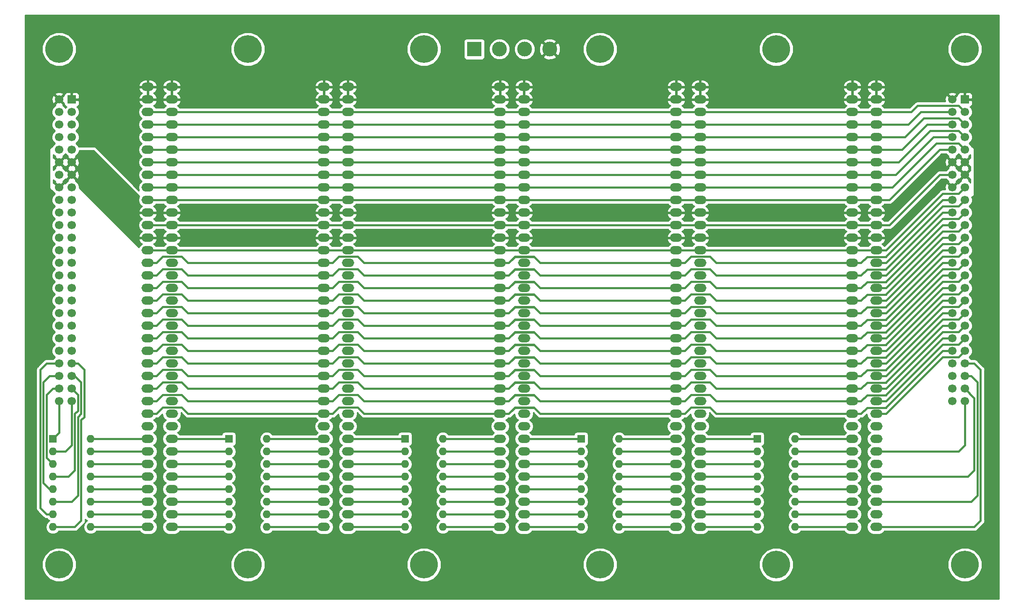
<source format=gtl>
G04 #@! TF.GenerationSoftware,KiCad,Pcbnew,(5.0.1)-3*
G04 #@! TF.CreationDate,2018-12-09T17:04:29+00:00*
G04 #@! TF.ProjectId,8 Bit Computer,382042697420436F6D70757465722E6B,rev?*
G04 #@! TF.SameCoordinates,Original*
G04 #@! TF.FileFunction,Copper,L1,Top,Signal*
G04 #@! TF.FilePolarity,Positive*
%FSLAX46Y46*%
G04 Gerber Fmt 4.6, Leading zero omitted, Abs format (unit mm)*
G04 Created by KiCad (PCBNEW (5.0.1)-3) date 09/12/2018 17:04:29*
%MOMM*%
%LPD*%
G01*
G04 APERTURE LIST*
G04 #@! TA.AperFunction,ComponentPad*
%ADD10C,5.600000*%
G04 #@! TD*
G04 #@! TA.AperFunction,ComponentPad*
%ADD11C,1.700000*%
G04 #@! TD*
G04 #@! TA.AperFunction,ComponentPad*
%ADD12R,1.700000X1.700000*%
G04 #@! TD*
G04 #@! TA.AperFunction,ComponentPad*
%ADD13R,1.600000X1.600000*%
G04 #@! TD*
G04 #@! TA.AperFunction,ComponentPad*
%ADD14O,1.600000X1.600000*%
G04 #@! TD*
G04 #@! TA.AperFunction,ComponentPad*
%ADD15O,2.500000X1.700000*%
G04 #@! TD*
G04 #@! TA.AperFunction,ComponentPad*
%ADD16C,3.000000*%
G04 #@! TD*
G04 #@! TA.AperFunction,ComponentPad*
%ADD17R,3.000000X3.000000*%
G04 #@! TD*
G04 #@! TA.AperFunction,Conductor*
%ADD18C,0.400000*%
G04 #@! TD*
G04 #@! TA.AperFunction,Conductor*
%ADD19C,0.254000*%
G04 #@! TD*
G04 APERTURE END LIST*
D10*
G04 #@! TO.P,,1*
G04 #@! TO.N,GND*
X160020000Y-30480000D03*
G04 #@! TD*
G04 #@! TO.P,,1*
G04 #@! TO.N,GND*
X233680000Y-30480000D03*
G04 #@! TD*
G04 #@! TO.P,,1*
G04 #@! TO.N,GND*
X195580000Y-30480000D03*
G04 #@! TD*
G04 #@! TO.P,,1*
G04 #@! TO.N,GND*
X124460000Y-30480000D03*
G04 #@! TD*
G04 #@! TO.P,,1*
G04 #@! TO.N,GND*
X88900000Y-30480000D03*
G04 #@! TD*
G04 #@! TO.P,,1*
G04 #@! TO.N,GND*
X50800000Y-30480000D03*
G04 #@! TD*
G04 #@! TO.P,,1*
G04 #@! TO.N,GND*
X88900000Y-134620000D03*
G04 #@! TD*
G04 #@! TO.P,,1*
G04 #@! TO.N,GND*
X50800000Y-134620000D03*
G04 #@! TD*
G04 #@! TO.P,,1*
G04 #@! TO.N,GND*
X160020000Y-134620000D03*
G04 #@! TD*
G04 #@! TO.P,,1*
G04 #@! TO.N,GND*
X124460000Y-134620000D03*
G04 #@! TD*
G04 #@! TO.P,,1*
G04 #@! TO.N,GND*
X195580000Y-134620000D03*
G04 #@! TD*
G04 #@! TO.P,,1*
G04 #@! TO.N,GND*
X233680000Y-134620000D03*
G04 #@! TD*
D11*
G04 #@! TO.P,J1,50*
G04 #@! TO.N,/A0*
X50800000Y-101600000D03*
G04 #@! TO.P,J1,49*
G04 #@! TO.N,/A1*
X53340000Y-101600000D03*
G04 #@! TO.P,J1,48*
G04 #@! TO.N,/A2*
X50800000Y-99060000D03*
G04 #@! TO.P,J1,47*
G04 #@! TO.N,/A3*
X53340000Y-99060000D03*
G04 #@! TO.P,J1,46*
G04 #@! TO.N,/A4*
X50800000Y-96520000D03*
G04 #@! TO.P,J1,45*
G04 #@! TO.N,/A5*
X53340000Y-96520000D03*
G04 #@! TO.P,J1,44*
G04 #@! TO.N,/A6*
X50800000Y-93980000D03*
G04 #@! TO.P,J1,43*
G04 #@! TO.N,/A7*
X53340000Y-93980000D03*
G04 #@! TO.P,J1,42*
G04 #@! TO.N,/Control22*
X50800000Y-91440000D03*
G04 #@! TO.P,J1,41*
G04 #@! TO.N,/Control23*
X53340000Y-91440000D03*
G04 #@! TO.P,J1,40*
G04 #@! TO.N,/Control20*
X50800000Y-88900000D03*
G04 #@! TO.P,J1,39*
G04 #@! TO.N,/Control21*
X53340000Y-88900000D03*
G04 #@! TO.P,J1,38*
G04 #@! TO.N,/Control18*
X50800000Y-86360000D03*
G04 #@! TO.P,J1,37*
G04 #@! TO.N,/Control19*
X53340000Y-86360000D03*
G04 #@! TO.P,J1,36*
G04 #@! TO.N,/Control16*
X50800000Y-83820000D03*
G04 #@! TO.P,J1,35*
G04 #@! TO.N,/Control17*
X53340000Y-83820000D03*
G04 #@! TO.P,J1,34*
G04 #@! TO.N,/Control14*
X50800000Y-81280000D03*
G04 #@! TO.P,J1,33*
G04 #@! TO.N,/Control15*
X53340000Y-81280000D03*
G04 #@! TO.P,J1,32*
G04 #@! TO.N,/Control12*
X50800000Y-78740000D03*
G04 #@! TO.P,J1,31*
G04 #@! TO.N,/Control13*
X53340000Y-78740000D03*
G04 #@! TO.P,J1,30*
G04 #@! TO.N,/Control10*
X50800000Y-76200000D03*
G04 #@! TO.P,J1,29*
G04 #@! TO.N,/Control11*
X53340000Y-76200000D03*
G04 #@! TO.P,J1,28*
G04 #@! TO.N,/Control8*
X50800000Y-73660000D03*
G04 #@! TO.P,J1,27*
G04 #@! TO.N,/Control9*
X53340000Y-73660000D03*
G04 #@! TO.P,J1,26*
G04 #@! TO.N,/Control6*
X50800000Y-71120000D03*
G04 #@! TO.P,J1,25*
G04 #@! TO.N,/Control7*
X53340000Y-71120000D03*
G04 #@! TO.P,J1,24*
G04 #@! TO.N,/Control4*
X50800000Y-68580000D03*
G04 #@! TO.P,J1,23*
G04 #@! TO.N,/Control5*
X53340000Y-68580000D03*
G04 #@! TO.P,J1,22*
G04 #@! TO.N,/Control2*
X50800000Y-66040000D03*
G04 #@! TO.P,J1,21*
G04 #@! TO.N,/Control3*
X53340000Y-66040000D03*
G04 #@! TO.P,J1,20*
G04 #@! TO.N,/Control0*
X50800000Y-63500000D03*
G04 #@! TO.P,J1,19*
G04 #@! TO.N,/Control1*
X53340000Y-63500000D03*
G04 #@! TO.P,J1,18*
G04 #@! TO.N,ZeroFlag*
X50800000Y-60960000D03*
G04 #@! TO.P,J1,17*
G04 #@! TO.N,OverflowFlag*
X53340000Y-60960000D03*
G04 #@! TO.P,J1,16*
G04 #@! TO.N,GND*
X50800000Y-58420000D03*
G04 #@! TO.P,J1,15*
G04 #@! TO.N,Reset*
X53340000Y-58420000D03*
G04 #@! TO.P,J1,14*
G04 #@! TO.N,Clock*
X50800000Y-55880000D03*
G04 #@! TO.P,J1,13*
G04 #@! TO.N,GND*
X53340000Y-55880000D03*
G04 #@! TO.P,J1,12*
X50800000Y-53340000D03*
G04 #@! TO.P,J1,11*
X53340000Y-53340000D03*
G04 #@! TO.P,J1,10*
G04 #@! TO.N,/Data7*
X50800000Y-50800000D03*
G04 #@! TO.P,J1,9*
G04 #@! TO.N,/Data6*
X53340000Y-50800000D03*
G04 #@! TO.P,J1,8*
G04 #@! TO.N,/Data5*
X50800000Y-48260000D03*
G04 #@! TO.P,J1,7*
G04 #@! TO.N,/Data4*
X53340000Y-48260000D03*
G04 #@! TO.P,J1,6*
G04 #@! TO.N,/Data3*
X50800000Y-45720000D03*
G04 #@! TO.P,J1,5*
G04 #@! TO.N,/Data2*
X53340000Y-45720000D03*
G04 #@! TO.P,J1,4*
G04 #@! TO.N,/Data1*
X50800000Y-43180000D03*
G04 #@! TO.P,J1,3*
G04 #@! TO.N,/Data0*
X53340000Y-43180000D03*
G04 #@! TO.P,J1,2*
G04 #@! TO.N,+5V*
X50800000Y-40640000D03*
D12*
G04 #@! TO.P,J1,1*
X53340000Y-40640000D03*
G04 #@! TD*
D13*
G04 #@! TO.P,SW5,1*
G04 #@! TO.N,Net-(J5-Pad44)*
X191770000Y-109220000D03*
D14*
G04 #@! TO.P,SW5,9*
G04 #@! TO.N,Net-(J6-Pad36)*
X199390000Y-127000000D03*
G04 #@! TO.P,SW5,2*
G04 #@! TO.N,Net-(J5-Pad43)*
X191770000Y-111760000D03*
G04 #@! TO.P,SW5,10*
G04 #@! TO.N,Net-(J6-Pad35)*
X199390000Y-124460000D03*
G04 #@! TO.P,SW5,3*
G04 #@! TO.N,Net-(J5-Pad42)*
X191770000Y-114300000D03*
G04 #@! TO.P,SW5,11*
G04 #@! TO.N,Net-(J6-Pad34)*
X199390000Y-121920000D03*
G04 #@! TO.P,SW5,4*
G04 #@! TO.N,Net-(J5-Pad41)*
X191770000Y-116840000D03*
G04 #@! TO.P,SW5,12*
G04 #@! TO.N,Net-(J6-Pad33)*
X199390000Y-119380000D03*
G04 #@! TO.P,SW5,5*
G04 #@! TO.N,Net-(J5-Pad40)*
X191770000Y-119380000D03*
G04 #@! TO.P,SW5,13*
G04 #@! TO.N,Net-(J6-Pad32)*
X199390000Y-116840000D03*
G04 #@! TO.P,SW5,6*
G04 #@! TO.N,Net-(J5-Pad39)*
X191770000Y-121920000D03*
G04 #@! TO.P,SW5,14*
G04 #@! TO.N,Net-(J6-Pad31)*
X199390000Y-114300000D03*
G04 #@! TO.P,SW5,7*
G04 #@! TO.N,Net-(J5-Pad38)*
X191770000Y-124460000D03*
G04 #@! TO.P,SW5,15*
G04 #@! TO.N,Net-(J6-Pad30)*
X199390000Y-111760000D03*
G04 #@! TO.P,SW5,8*
G04 #@! TO.N,Net-(J5-Pad37)*
X191770000Y-127000000D03*
G04 #@! TO.P,SW5,16*
G04 #@! TO.N,Net-(J6-Pad29)*
X199390000Y-109220000D03*
G04 #@! TD*
G04 #@! TO.P,SW4,16*
G04 #@! TO.N,Net-(J5-Pad29)*
X163830000Y-109220000D03*
G04 #@! TO.P,SW4,8*
G04 #@! TO.N,Net-(J4-Pad37)*
X156210000Y-127000000D03*
G04 #@! TO.P,SW4,15*
G04 #@! TO.N,Net-(J5-Pad30)*
X163830000Y-111760000D03*
G04 #@! TO.P,SW4,7*
G04 #@! TO.N,Net-(J4-Pad38)*
X156210000Y-124460000D03*
G04 #@! TO.P,SW4,14*
G04 #@! TO.N,Net-(J5-Pad31)*
X163830000Y-114300000D03*
G04 #@! TO.P,SW4,6*
G04 #@! TO.N,Net-(J4-Pad39)*
X156210000Y-121920000D03*
G04 #@! TO.P,SW4,13*
G04 #@! TO.N,Net-(J5-Pad32)*
X163830000Y-116840000D03*
G04 #@! TO.P,SW4,5*
G04 #@! TO.N,Net-(J4-Pad40)*
X156210000Y-119380000D03*
G04 #@! TO.P,SW4,12*
G04 #@! TO.N,Net-(J5-Pad33)*
X163830000Y-119380000D03*
G04 #@! TO.P,SW4,4*
G04 #@! TO.N,Net-(J4-Pad41)*
X156210000Y-116840000D03*
G04 #@! TO.P,SW4,11*
G04 #@! TO.N,Net-(J5-Pad34)*
X163830000Y-121920000D03*
G04 #@! TO.P,SW4,3*
G04 #@! TO.N,Net-(J4-Pad42)*
X156210000Y-114300000D03*
G04 #@! TO.P,SW4,10*
G04 #@! TO.N,Net-(J5-Pad35)*
X163830000Y-124460000D03*
G04 #@! TO.P,SW4,2*
G04 #@! TO.N,Net-(J4-Pad43)*
X156210000Y-111760000D03*
G04 #@! TO.P,SW4,9*
G04 #@! TO.N,Net-(J5-Pad36)*
X163830000Y-127000000D03*
D13*
G04 #@! TO.P,SW4,1*
G04 #@! TO.N,Net-(J4-Pad44)*
X156210000Y-109220000D03*
G04 #@! TD*
D15*
G04 #@! TO.P,J5,2*
G04 #@! TO.N,+5V*
X175375000Y-40640000D03*
G04 #@! TO.P,J5,3*
G04 #@! TO.N,/Data0*
X175375000Y-43180000D03*
G04 #@! TO.P,J5,4*
G04 #@! TO.N,/Data1*
X175375000Y-45720000D03*
G04 #@! TO.P,J5,5*
G04 #@! TO.N,/Data2*
X175375000Y-48260000D03*
G04 #@! TO.P,J5,6*
G04 #@! TO.N,/Data3*
X175375000Y-50800000D03*
G04 #@! TO.P,J5,7*
G04 #@! TO.N,/Data4*
X175375000Y-53340000D03*
G04 #@! TO.P,J5,8*
G04 #@! TO.N,/Data5*
X175375000Y-55880000D03*
G04 #@! TO.P,J5,9*
G04 #@! TO.N,/Data6*
X175375000Y-58420000D03*
G04 #@! TO.P,J5,10*
G04 #@! TO.N,/Data7*
X175375000Y-60960000D03*
G04 #@! TO.P,J5,11*
G04 #@! TO.N,GND*
X175375000Y-63500000D03*
G04 #@! TO.P,J5,12*
G04 #@! TO.N,Clock*
X175375000Y-66040000D03*
G04 #@! TO.P,J5,13*
G04 #@! TO.N,GND*
X175375000Y-68580000D03*
G04 #@! TO.P,J5,14*
G04 #@! TO.N,Reset*
X175375000Y-71120000D03*
G04 #@! TO.P,J5,15*
G04 #@! TO.N,ZeroFlag*
X175375000Y-73660000D03*
G04 #@! TO.P,J5,16*
G04 #@! TO.N,/Control0*
X175375000Y-76200000D03*
G04 #@! TO.P,J5,17*
G04 #@! TO.N,/Control2*
X175375000Y-78740000D03*
G04 #@! TO.P,J5,18*
G04 #@! TO.N,/Control4*
X175375000Y-81280000D03*
G04 #@! TO.P,J5,19*
G04 #@! TO.N,/Control6*
X175375000Y-83820000D03*
G04 #@! TO.P,J5,20*
G04 #@! TO.N,/Control8*
X175375000Y-86360000D03*
G04 #@! TO.P,J5,21*
G04 #@! TO.N,/Control10*
X175375000Y-88900000D03*
G04 #@! TO.P,J5,22*
G04 #@! TO.N,/Control12*
X175375000Y-91440000D03*
G04 #@! TO.P,J5,23*
G04 #@! TO.N,/Control14*
X175375000Y-93980000D03*
G04 #@! TO.P,J5,24*
G04 #@! TO.N,/Control16*
X175375000Y-96520000D03*
G04 #@! TO.P,J5,25*
G04 #@! TO.N,/Control18*
X175375000Y-99060000D03*
G04 #@! TO.P,J5,26*
G04 #@! TO.N,/Control20*
X175375000Y-101600000D03*
G04 #@! TO.P,J5,27*
G04 #@! TO.N,/Control22*
X175375000Y-104140000D03*
G04 #@! TO.P,J5,28*
G04 #@! TO.N,GND*
X175375000Y-106680000D03*
G04 #@! TO.P,J5,29*
G04 #@! TO.N,Net-(J5-Pad29)*
X175375000Y-109220000D03*
G04 #@! TO.P,J5,30*
G04 #@! TO.N,Net-(J5-Pad30)*
X175375000Y-111760000D03*
G04 #@! TO.P,J5,31*
G04 #@! TO.N,Net-(J5-Pad31)*
X175375000Y-114300000D03*
G04 #@! TO.P,J5,32*
G04 #@! TO.N,Net-(J5-Pad32)*
X175375000Y-116840000D03*
G04 #@! TO.P,J5,33*
G04 #@! TO.N,Net-(J5-Pad33)*
X175375000Y-119380000D03*
G04 #@! TO.P,J5,34*
G04 #@! TO.N,Net-(J5-Pad34)*
X175375000Y-121920000D03*
G04 #@! TO.P,J5,35*
G04 #@! TO.N,Net-(J5-Pad35)*
X175375000Y-124460000D03*
G04 #@! TO.P,J5,36*
G04 #@! TO.N,Net-(J5-Pad36)*
X175375000Y-127000000D03*
G04 #@! TO.P,J5,37*
G04 #@! TO.N,Net-(J5-Pad37)*
X180225000Y-127000000D03*
G04 #@! TO.P,J5,38*
G04 #@! TO.N,Net-(J5-Pad38)*
X180225000Y-124460000D03*
G04 #@! TO.P,J5,39*
G04 #@! TO.N,Net-(J5-Pad39)*
X180225000Y-121920000D03*
G04 #@! TO.P,J5,40*
G04 #@! TO.N,Net-(J5-Pad40)*
X180225000Y-119380000D03*
G04 #@! TO.P,J5,41*
G04 #@! TO.N,Net-(J5-Pad41)*
X180225000Y-116840000D03*
G04 #@! TO.P,J5,42*
G04 #@! TO.N,Net-(J5-Pad42)*
X180225000Y-114300000D03*
G04 #@! TO.P,J5,43*
G04 #@! TO.N,Net-(J5-Pad43)*
X180225000Y-111760000D03*
G04 #@! TO.P,J5,44*
G04 #@! TO.N,Net-(J5-Pad44)*
X180225000Y-109220000D03*
G04 #@! TO.P,J5,45*
G04 #@! TO.N,GND*
X180225000Y-106680000D03*
G04 #@! TO.P,J5,46*
G04 #@! TO.N,/Control23*
X180225000Y-104140000D03*
G04 #@! TO.P,J5,47*
G04 #@! TO.N,/Control21*
X180225000Y-101600000D03*
G04 #@! TO.P,J5,48*
G04 #@! TO.N,/Control19*
X180225000Y-99060000D03*
G04 #@! TO.P,J5,49*
G04 #@! TO.N,/Control17*
X180225000Y-96520000D03*
G04 #@! TO.P,J5,50*
G04 #@! TO.N,/Control15*
X180225000Y-93980000D03*
G04 #@! TO.P,J5,51*
G04 #@! TO.N,/Control13*
X180225000Y-91440000D03*
G04 #@! TO.P,J5,52*
G04 #@! TO.N,/Control11*
X180225000Y-88900000D03*
G04 #@! TO.P,J5,53*
G04 #@! TO.N,/Control9*
X180225000Y-86360000D03*
G04 #@! TO.P,J5,54*
G04 #@! TO.N,/Control7*
X180225000Y-83820000D03*
G04 #@! TO.P,J5,55*
G04 #@! TO.N,/Control5*
X180225000Y-81280000D03*
G04 #@! TO.P,J5,56*
G04 #@! TO.N,/Control3*
X180225000Y-78740000D03*
G04 #@! TO.P,J5,57*
G04 #@! TO.N,/Control1*
X180225000Y-76200000D03*
G04 #@! TO.P,J5,58*
G04 #@! TO.N,OverflowFlag*
X180225000Y-73660000D03*
G04 #@! TO.P,J5,59*
G04 #@! TO.N,Reset*
X180225000Y-71120000D03*
G04 #@! TO.P,J5,60*
G04 #@! TO.N,GND*
X180225000Y-68580000D03*
G04 #@! TO.P,J5,61*
G04 #@! TO.N,Clock*
X180225000Y-66040000D03*
G04 #@! TO.P,J5,62*
G04 #@! TO.N,GND*
X180225000Y-63500000D03*
G04 #@! TO.P,J5,63*
G04 #@! TO.N,/Data7*
X180225000Y-60960000D03*
G04 #@! TO.P,J5,64*
G04 #@! TO.N,/Data6*
X180225000Y-58420000D03*
G04 #@! TO.P,J5,65*
G04 #@! TO.N,/Data5*
X180225000Y-55880000D03*
G04 #@! TO.P,J5,66*
G04 #@! TO.N,/Data4*
X180225000Y-53340000D03*
G04 #@! TO.P,J5,67*
G04 #@! TO.N,/Data3*
X180225000Y-50800000D03*
G04 #@! TO.P,J5,68*
G04 #@! TO.N,/Data2*
X180225000Y-48260000D03*
G04 #@! TO.P,J5,69*
G04 #@! TO.N,/Data1*
X180225000Y-45720000D03*
G04 #@! TO.P,J5,70*
G04 #@! TO.N,/Data0*
X180225000Y-43180000D03*
G04 #@! TO.P,J5,71*
G04 #@! TO.N,+5V*
X180225000Y-40640000D03*
G04 #@! TO.P,J5,72*
X180225000Y-38100000D03*
G04 #@! TO.P,J5,1*
X175375000Y-38100000D03*
G04 #@! TD*
G04 #@! TO.P,J6,2*
G04 #@! TO.N,+5V*
X210935000Y-40640000D03*
G04 #@! TO.P,J6,3*
G04 #@! TO.N,/Data0*
X210935000Y-43180000D03*
G04 #@! TO.P,J6,4*
G04 #@! TO.N,/Data1*
X210935000Y-45720000D03*
G04 #@! TO.P,J6,5*
G04 #@! TO.N,/Data2*
X210935000Y-48260000D03*
G04 #@! TO.P,J6,6*
G04 #@! TO.N,/Data3*
X210935000Y-50800000D03*
G04 #@! TO.P,J6,7*
G04 #@! TO.N,/Data4*
X210935000Y-53340000D03*
G04 #@! TO.P,J6,8*
G04 #@! TO.N,/Data5*
X210935000Y-55880000D03*
G04 #@! TO.P,J6,9*
G04 #@! TO.N,/Data6*
X210935000Y-58420000D03*
G04 #@! TO.P,J6,10*
G04 #@! TO.N,/Data7*
X210935000Y-60960000D03*
G04 #@! TO.P,J6,11*
G04 #@! TO.N,GND*
X210935000Y-63500000D03*
G04 #@! TO.P,J6,12*
G04 #@! TO.N,Clock*
X210935000Y-66040000D03*
G04 #@! TO.P,J6,13*
G04 #@! TO.N,GND*
X210935000Y-68580000D03*
G04 #@! TO.P,J6,14*
G04 #@! TO.N,Reset*
X210935000Y-71120000D03*
G04 #@! TO.P,J6,15*
G04 #@! TO.N,ZeroFlag*
X210935000Y-73660000D03*
G04 #@! TO.P,J6,16*
G04 #@! TO.N,/Control0*
X210935000Y-76200000D03*
G04 #@! TO.P,J6,17*
G04 #@! TO.N,/Control2*
X210935000Y-78740000D03*
G04 #@! TO.P,J6,18*
G04 #@! TO.N,/Control4*
X210935000Y-81280000D03*
G04 #@! TO.P,J6,19*
G04 #@! TO.N,/Control6*
X210935000Y-83820000D03*
G04 #@! TO.P,J6,20*
G04 #@! TO.N,/Control8*
X210935000Y-86360000D03*
G04 #@! TO.P,J6,21*
G04 #@! TO.N,/Control10*
X210935000Y-88900000D03*
G04 #@! TO.P,J6,22*
G04 #@! TO.N,/Control12*
X210935000Y-91440000D03*
G04 #@! TO.P,J6,23*
G04 #@! TO.N,/Control14*
X210935000Y-93980000D03*
G04 #@! TO.P,J6,24*
G04 #@! TO.N,/Control16*
X210935000Y-96520000D03*
G04 #@! TO.P,J6,25*
G04 #@! TO.N,/Control18*
X210935000Y-99060000D03*
G04 #@! TO.P,J6,26*
G04 #@! TO.N,/Control20*
X210935000Y-101600000D03*
G04 #@! TO.P,J6,27*
G04 #@! TO.N,/Control22*
X210935000Y-104140000D03*
G04 #@! TO.P,J6,28*
G04 #@! TO.N,GND*
X210935000Y-106680000D03*
G04 #@! TO.P,J6,29*
G04 #@! TO.N,Net-(J6-Pad29)*
X210935000Y-109220000D03*
G04 #@! TO.P,J6,30*
G04 #@! TO.N,Net-(J6-Pad30)*
X210935000Y-111760000D03*
G04 #@! TO.P,J6,31*
G04 #@! TO.N,Net-(J6-Pad31)*
X210935000Y-114300000D03*
G04 #@! TO.P,J6,32*
G04 #@! TO.N,Net-(J6-Pad32)*
X210935000Y-116840000D03*
G04 #@! TO.P,J6,33*
G04 #@! TO.N,Net-(J6-Pad33)*
X210935000Y-119380000D03*
G04 #@! TO.P,J6,34*
G04 #@! TO.N,Net-(J6-Pad34)*
X210935000Y-121920000D03*
G04 #@! TO.P,J6,35*
G04 #@! TO.N,Net-(J6-Pad35)*
X210935000Y-124460000D03*
G04 #@! TO.P,J6,36*
G04 #@! TO.N,Net-(J6-Pad36)*
X210935000Y-127000000D03*
G04 #@! TO.P,J6,37*
G04 #@! TO.N,/B7*
X215785000Y-127000000D03*
G04 #@! TO.P,J6,38*
G04 #@! TO.N,/B6*
X215785000Y-124460000D03*
G04 #@! TO.P,J6,39*
G04 #@! TO.N,/B5*
X215785000Y-121920000D03*
G04 #@! TO.P,J6,40*
G04 #@! TO.N,/B4*
X215785000Y-119380000D03*
G04 #@! TO.P,J6,41*
G04 #@! TO.N,/B3*
X215785000Y-116840000D03*
G04 #@! TO.P,J6,42*
G04 #@! TO.N,/B2*
X215785000Y-114300000D03*
G04 #@! TO.P,J6,43*
G04 #@! TO.N,/B1*
X215785000Y-111760000D03*
G04 #@! TO.P,J6,44*
G04 #@! TO.N,/B0*
X215785000Y-109220000D03*
G04 #@! TO.P,J6,45*
G04 #@! TO.N,GND*
X215785000Y-106680000D03*
G04 #@! TO.P,J6,46*
G04 #@! TO.N,/Control23*
X215785000Y-104140000D03*
G04 #@! TO.P,J6,47*
G04 #@! TO.N,/Control21*
X215785000Y-101600000D03*
G04 #@! TO.P,J6,48*
G04 #@! TO.N,/Control19*
X215785000Y-99060000D03*
G04 #@! TO.P,J6,49*
G04 #@! TO.N,/Control17*
X215785000Y-96520000D03*
G04 #@! TO.P,J6,50*
G04 #@! TO.N,/Control15*
X215785000Y-93980000D03*
G04 #@! TO.P,J6,51*
G04 #@! TO.N,/Control13*
X215785000Y-91440000D03*
G04 #@! TO.P,J6,52*
G04 #@! TO.N,/Control11*
X215785000Y-88900000D03*
G04 #@! TO.P,J6,53*
G04 #@! TO.N,/Control9*
X215785000Y-86360000D03*
G04 #@! TO.P,J6,54*
G04 #@! TO.N,/Control7*
X215785000Y-83820000D03*
G04 #@! TO.P,J6,55*
G04 #@! TO.N,/Control5*
X215785000Y-81280000D03*
G04 #@! TO.P,J6,56*
G04 #@! TO.N,/Control3*
X215785000Y-78740000D03*
G04 #@! TO.P,J6,57*
G04 #@! TO.N,/Control1*
X215785000Y-76200000D03*
G04 #@! TO.P,J6,58*
G04 #@! TO.N,OverflowFlag*
X215785000Y-73660000D03*
G04 #@! TO.P,J6,59*
G04 #@! TO.N,Reset*
X215785000Y-71120000D03*
G04 #@! TO.P,J6,60*
G04 #@! TO.N,GND*
X215785000Y-68580000D03*
G04 #@! TO.P,J6,61*
G04 #@! TO.N,Clock*
X215785000Y-66040000D03*
G04 #@! TO.P,J6,62*
G04 #@! TO.N,GND*
X215785000Y-63500000D03*
G04 #@! TO.P,J6,63*
G04 #@! TO.N,/Data7*
X215785000Y-60960000D03*
G04 #@! TO.P,J6,64*
G04 #@! TO.N,/Data6*
X215785000Y-58420000D03*
G04 #@! TO.P,J6,65*
G04 #@! TO.N,/Data5*
X215785000Y-55880000D03*
G04 #@! TO.P,J6,66*
G04 #@! TO.N,/Data4*
X215785000Y-53340000D03*
G04 #@! TO.P,J6,67*
G04 #@! TO.N,/Data3*
X215785000Y-50800000D03*
G04 #@! TO.P,J6,68*
G04 #@! TO.N,/Data2*
X215785000Y-48260000D03*
G04 #@! TO.P,J6,69*
G04 #@! TO.N,/Data1*
X215785000Y-45720000D03*
G04 #@! TO.P,J6,70*
G04 #@! TO.N,/Data0*
X215785000Y-43180000D03*
G04 #@! TO.P,J6,71*
G04 #@! TO.N,+5V*
X215785000Y-40640000D03*
G04 #@! TO.P,J6,72*
X215785000Y-38100000D03*
G04 #@! TO.P,J6,1*
X210935000Y-38100000D03*
G04 #@! TD*
G04 #@! TO.P,J4,1*
G04 #@! TO.N,+5V*
X139815000Y-38100000D03*
G04 #@! TO.P,J4,72*
X144665000Y-38100000D03*
G04 #@! TO.P,J4,71*
X144665000Y-40640000D03*
G04 #@! TO.P,J4,70*
G04 #@! TO.N,/Data0*
X144665000Y-43180000D03*
G04 #@! TO.P,J4,69*
G04 #@! TO.N,/Data1*
X144665000Y-45720000D03*
G04 #@! TO.P,J4,68*
G04 #@! TO.N,/Data2*
X144665000Y-48260000D03*
G04 #@! TO.P,J4,67*
G04 #@! TO.N,/Data3*
X144665000Y-50800000D03*
G04 #@! TO.P,J4,66*
G04 #@! TO.N,/Data4*
X144665000Y-53340000D03*
G04 #@! TO.P,J4,65*
G04 #@! TO.N,/Data5*
X144665000Y-55880000D03*
G04 #@! TO.P,J4,64*
G04 #@! TO.N,/Data6*
X144665000Y-58420000D03*
G04 #@! TO.P,J4,63*
G04 #@! TO.N,/Data7*
X144665000Y-60960000D03*
G04 #@! TO.P,J4,62*
G04 #@! TO.N,GND*
X144665000Y-63500000D03*
G04 #@! TO.P,J4,61*
G04 #@! TO.N,Clock*
X144665000Y-66040000D03*
G04 #@! TO.P,J4,60*
G04 #@! TO.N,GND*
X144665000Y-68580000D03*
G04 #@! TO.P,J4,59*
G04 #@! TO.N,Reset*
X144665000Y-71120000D03*
G04 #@! TO.P,J4,58*
G04 #@! TO.N,OverflowFlag*
X144665000Y-73660000D03*
G04 #@! TO.P,J4,57*
G04 #@! TO.N,/Control1*
X144665000Y-76200000D03*
G04 #@! TO.P,J4,56*
G04 #@! TO.N,/Control3*
X144665000Y-78740000D03*
G04 #@! TO.P,J4,55*
G04 #@! TO.N,/Control5*
X144665000Y-81280000D03*
G04 #@! TO.P,J4,54*
G04 #@! TO.N,/Control7*
X144665000Y-83820000D03*
G04 #@! TO.P,J4,53*
G04 #@! TO.N,/Control9*
X144665000Y-86360000D03*
G04 #@! TO.P,J4,52*
G04 #@! TO.N,/Control11*
X144665000Y-88900000D03*
G04 #@! TO.P,J4,51*
G04 #@! TO.N,/Control13*
X144665000Y-91440000D03*
G04 #@! TO.P,J4,50*
G04 #@! TO.N,/Control15*
X144665000Y-93980000D03*
G04 #@! TO.P,J4,49*
G04 #@! TO.N,/Control17*
X144665000Y-96520000D03*
G04 #@! TO.P,J4,48*
G04 #@! TO.N,/Control19*
X144665000Y-99060000D03*
G04 #@! TO.P,J4,47*
G04 #@! TO.N,/Control21*
X144665000Y-101600000D03*
G04 #@! TO.P,J4,46*
G04 #@! TO.N,/Control23*
X144665000Y-104140000D03*
G04 #@! TO.P,J4,45*
G04 #@! TO.N,GND*
X144665000Y-106680000D03*
G04 #@! TO.P,J4,44*
G04 #@! TO.N,Net-(J4-Pad44)*
X144665000Y-109220000D03*
G04 #@! TO.P,J4,43*
G04 #@! TO.N,Net-(J4-Pad43)*
X144665000Y-111760000D03*
G04 #@! TO.P,J4,42*
G04 #@! TO.N,Net-(J4-Pad42)*
X144665000Y-114300000D03*
G04 #@! TO.P,J4,41*
G04 #@! TO.N,Net-(J4-Pad41)*
X144665000Y-116840000D03*
G04 #@! TO.P,J4,40*
G04 #@! TO.N,Net-(J4-Pad40)*
X144665000Y-119380000D03*
G04 #@! TO.P,J4,39*
G04 #@! TO.N,Net-(J4-Pad39)*
X144665000Y-121920000D03*
G04 #@! TO.P,J4,38*
G04 #@! TO.N,Net-(J4-Pad38)*
X144665000Y-124460000D03*
G04 #@! TO.P,J4,37*
G04 #@! TO.N,Net-(J4-Pad37)*
X144665000Y-127000000D03*
G04 #@! TO.P,J4,36*
G04 #@! TO.N,Net-(J4-Pad36)*
X139815000Y-127000000D03*
G04 #@! TO.P,J4,35*
G04 #@! TO.N,Net-(J4-Pad35)*
X139815000Y-124460000D03*
G04 #@! TO.P,J4,34*
G04 #@! TO.N,Net-(J4-Pad34)*
X139815000Y-121920000D03*
G04 #@! TO.P,J4,33*
G04 #@! TO.N,Net-(J4-Pad33)*
X139815000Y-119380000D03*
G04 #@! TO.P,J4,32*
G04 #@! TO.N,Net-(J4-Pad32)*
X139815000Y-116840000D03*
G04 #@! TO.P,J4,31*
G04 #@! TO.N,Net-(J4-Pad31)*
X139815000Y-114300000D03*
G04 #@! TO.P,J4,30*
G04 #@! TO.N,Net-(J4-Pad30)*
X139815000Y-111760000D03*
G04 #@! TO.P,J4,29*
G04 #@! TO.N,Net-(J4-Pad29)*
X139815000Y-109220000D03*
G04 #@! TO.P,J4,28*
G04 #@! TO.N,GND*
X139815000Y-106680000D03*
G04 #@! TO.P,J4,27*
G04 #@! TO.N,/Control22*
X139815000Y-104140000D03*
G04 #@! TO.P,J4,26*
G04 #@! TO.N,/Control20*
X139815000Y-101600000D03*
G04 #@! TO.P,J4,25*
G04 #@! TO.N,/Control18*
X139815000Y-99060000D03*
G04 #@! TO.P,J4,24*
G04 #@! TO.N,/Control16*
X139815000Y-96520000D03*
G04 #@! TO.P,J4,23*
G04 #@! TO.N,/Control14*
X139815000Y-93980000D03*
G04 #@! TO.P,J4,22*
G04 #@! TO.N,/Control12*
X139815000Y-91440000D03*
G04 #@! TO.P,J4,21*
G04 #@! TO.N,/Control10*
X139815000Y-88900000D03*
G04 #@! TO.P,J4,20*
G04 #@! TO.N,/Control8*
X139815000Y-86360000D03*
G04 #@! TO.P,J4,19*
G04 #@! TO.N,/Control6*
X139815000Y-83820000D03*
G04 #@! TO.P,J4,18*
G04 #@! TO.N,/Control4*
X139815000Y-81280000D03*
G04 #@! TO.P,J4,17*
G04 #@! TO.N,/Control2*
X139815000Y-78740000D03*
G04 #@! TO.P,J4,16*
G04 #@! TO.N,/Control0*
X139815000Y-76200000D03*
G04 #@! TO.P,J4,15*
G04 #@! TO.N,ZeroFlag*
X139815000Y-73660000D03*
G04 #@! TO.P,J4,14*
G04 #@! TO.N,Reset*
X139815000Y-71120000D03*
G04 #@! TO.P,J4,13*
G04 #@! TO.N,GND*
X139815000Y-68580000D03*
G04 #@! TO.P,J4,12*
G04 #@! TO.N,Clock*
X139815000Y-66040000D03*
G04 #@! TO.P,J4,11*
G04 #@! TO.N,GND*
X139815000Y-63500000D03*
G04 #@! TO.P,J4,10*
G04 #@! TO.N,/Data7*
X139815000Y-60960000D03*
G04 #@! TO.P,J4,9*
G04 #@! TO.N,/Data6*
X139815000Y-58420000D03*
G04 #@! TO.P,J4,8*
G04 #@! TO.N,/Data5*
X139815000Y-55880000D03*
G04 #@! TO.P,J4,7*
G04 #@! TO.N,/Data4*
X139815000Y-53340000D03*
G04 #@! TO.P,J4,6*
G04 #@! TO.N,/Data3*
X139815000Y-50800000D03*
G04 #@! TO.P,J4,5*
G04 #@! TO.N,/Data2*
X139815000Y-48260000D03*
G04 #@! TO.P,J4,4*
G04 #@! TO.N,/Data1*
X139815000Y-45720000D03*
G04 #@! TO.P,J4,3*
G04 #@! TO.N,/Data0*
X139815000Y-43180000D03*
G04 #@! TO.P,J4,2*
G04 #@! TO.N,+5V*
X139815000Y-40640000D03*
G04 #@! TD*
G04 #@! TO.P,J3,1*
G04 #@! TO.N,+5V*
X104255000Y-38100000D03*
G04 #@! TO.P,J3,72*
X109105000Y-38100000D03*
G04 #@! TO.P,J3,71*
X109105000Y-40640000D03*
G04 #@! TO.P,J3,70*
G04 #@! TO.N,/Data0*
X109105000Y-43180000D03*
G04 #@! TO.P,J3,69*
G04 #@! TO.N,/Data1*
X109105000Y-45720000D03*
G04 #@! TO.P,J3,68*
G04 #@! TO.N,/Data2*
X109105000Y-48260000D03*
G04 #@! TO.P,J3,67*
G04 #@! TO.N,/Data3*
X109105000Y-50800000D03*
G04 #@! TO.P,J3,66*
G04 #@! TO.N,/Data4*
X109105000Y-53340000D03*
G04 #@! TO.P,J3,65*
G04 #@! TO.N,/Data5*
X109105000Y-55880000D03*
G04 #@! TO.P,J3,64*
G04 #@! TO.N,/Data6*
X109105000Y-58420000D03*
G04 #@! TO.P,J3,63*
G04 #@! TO.N,/Data7*
X109105000Y-60960000D03*
G04 #@! TO.P,J3,62*
G04 #@! TO.N,GND*
X109105000Y-63500000D03*
G04 #@! TO.P,J3,61*
G04 #@! TO.N,Clock*
X109105000Y-66040000D03*
G04 #@! TO.P,J3,60*
G04 #@! TO.N,GND*
X109105000Y-68580000D03*
G04 #@! TO.P,J3,59*
G04 #@! TO.N,Reset*
X109105000Y-71120000D03*
G04 #@! TO.P,J3,58*
G04 #@! TO.N,OverflowFlag*
X109105000Y-73660000D03*
G04 #@! TO.P,J3,57*
G04 #@! TO.N,/Control1*
X109105000Y-76200000D03*
G04 #@! TO.P,J3,56*
G04 #@! TO.N,/Control3*
X109105000Y-78740000D03*
G04 #@! TO.P,J3,55*
G04 #@! TO.N,/Control5*
X109105000Y-81280000D03*
G04 #@! TO.P,J3,54*
G04 #@! TO.N,/Control7*
X109105000Y-83820000D03*
G04 #@! TO.P,J3,53*
G04 #@! TO.N,/Control9*
X109105000Y-86360000D03*
G04 #@! TO.P,J3,52*
G04 #@! TO.N,/Control11*
X109105000Y-88900000D03*
G04 #@! TO.P,J3,51*
G04 #@! TO.N,/Control13*
X109105000Y-91440000D03*
G04 #@! TO.P,J3,50*
G04 #@! TO.N,/Control15*
X109105000Y-93980000D03*
G04 #@! TO.P,J3,49*
G04 #@! TO.N,/Control17*
X109105000Y-96520000D03*
G04 #@! TO.P,J3,48*
G04 #@! TO.N,/Control19*
X109105000Y-99060000D03*
G04 #@! TO.P,J3,47*
G04 #@! TO.N,/Control21*
X109105000Y-101600000D03*
G04 #@! TO.P,J3,46*
G04 #@! TO.N,/Control23*
X109105000Y-104140000D03*
G04 #@! TO.P,J3,45*
G04 #@! TO.N,GND*
X109105000Y-106680000D03*
G04 #@! TO.P,J3,44*
G04 #@! TO.N,Net-(J3-Pad44)*
X109105000Y-109220000D03*
G04 #@! TO.P,J3,43*
G04 #@! TO.N,Net-(J3-Pad43)*
X109105000Y-111760000D03*
G04 #@! TO.P,J3,42*
G04 #@! TO.N,Net-(J3-Pad42)*
X109105000Y-114300000D03*
G04 #@! TO.P,J3,41*
G04 #@! TO.N,Net-(J3-Pad41)*
X109105000Y-116840000D03*
G04 #@! TO.P,J3,40*
G04 #@! TO.N,Net-(J3-Pad40)*
X109105000Y-119380000D03*
G04 #@! TO.P,J3,39*
G04 #@! TO.N,Net-(J3-Pad39)*
X109105000Y-121920000D03*
G04 #@! TO.P,J3,38*
G04 #@! TO.N,Net-(J3-Pad38)*
X109105000Y-124460000D03*
G04 #@! TO.P,J3,37*
G04 #@! TO.N,Net-(J3-Pad37)*
X109105000Y-127000000D03*
G04 #@! TO.P,J3,36*
G04 #@! TO.N,Net-(J3-Pad36)*
X104255000Y-127000000D03*
G04 #@! TO.P,J3,35*
G04 #@! TO.N,Net-(J3-Pad35)*
X104255000Y-124460000D03*
G04 #@! TO.P,J3,34*
G04 #@! TO.N,Net-(J3-Pad34)*
X104255000Y-121920000D03*
G04 #@! TO.P,J3,33*
G04 #@! TO.N,Net-(J3-Pad33)*
X104255000Y-119380000D03*
G04 #@! TO.P,J3,32*
G04 #@! TO.N,Net-(J3-Pad32)*
X104255000Y-116840000D03*
G04 #@! TO.P,J3,31*
G04 #@! TO.N,Net-(J3-Pad31)*
X104255000Y-114300000D03*
G04 #@! TO.P,J3,30*
G04 #@! TO.N,Net-(J3-Pad30)*
X104255000Y-111760000D03*
G04 #@! TO.P,J3,29*
G04 #@! TO.N,Net-(J3-Pad29)*
X104255000Y-109220000D03*
G04 #@! TO.P,J3,28*
G04 #@! TO.N,GND*
X104255000Y-106680000D03*
G04 #@! TO.P,J3,27*
G04 #@! TO.N,/Control22*
X104255000Y-104140000D03*
G04 #@! TO.P,J3,26*
G04 #@! TO.N,/Control20*
X104255000Y-101600000D03*
G04 #@! TO.P,J3,25*
G04 #@! TO.N,/Control18*
X104255000Y-99060000D03*
G04 #@! TO.P,J3,24*
G04 #@! TO.N,/Control16*
X104255000Y-96520000D03*
G04 #@! TO.P,J3,23*
G04 #@! TO.N,/Control14*
X104255000Y-93980000D03*
G04 #@! TO.P,J3,22*
G04 #@! TO.N,/Control12*
X104255000Y-91440000D03*
G04 #@! TO.P,J3,21*
G04 #@! TO.N,/Control10*
X104255000Y-88900000D03*
G04 #@! TO.P,J3,20*
G04 #@! TO.N,/Control8*
X104255000Y-86360000D03*
G04 #@! TO.P,J3,19*
G04 #@! TO.N,/Control6*
X104255000Y-83820000D03*
G04 #@! TO.P,J3,18*
G04 #@! TO.N,/Control4*
X104255000Y-81280000D03*
G04 #@! TO.P,J3,17*
G04 #@! TO.N,/Control2*
X104255000Y-78740000D03*
G04 #@! TO.P,J3,16*
G04 #@! TO.N,/Control0*
X104255000Y-76200000D03*
G04 #@! TO.P,J3,15*
G04 #@! TO.N,ZeroFlag*
X104255000Y-73660000D03*
G04 #@! TO.P,J3,14*
G04 #@! TO.N,Reset*
X104255000Y-71120000D03*
G04 #@! TO.P,J3,13*
G04 #@! TO.N,GND*
X104255000Y-68580000D03*
G04 #@! TO.P,J3,12*
G04 #@! TO.N,Clock*
X104255000Y-66040000D03*
G04 #@! TO.P,J3,11*
G04 #@! TO.N,GND*
X104255000Y-63500000D03*
G04 #@! TO.P,J3,10*
G04 #@! TO.N,/Data7*
X104255000Y-60960000D03*
G04 #@! TO.P,J3,9*
G04 #@! TO.N,/Data6*
X104255000Y-58420000D03*
G04 #@! TO.P,J3,8*
G04 #@! TO.N,/Data5*
X104255000Y-55880000D03*
G04 #@! TO.P,J3,7*
G04 #@! TO.N,/Data4*
X104255000Y-53340000D03*
G04 #@! TO.P,J3,6*
G04 #@! TO.N,/Data3*
X104255000Y-50800000D03*
G04 #@! TO.P,J3,5*
G04 #@! TO.N,/Data2*
X104255000Y-48260000D03*
G04 #@! TO.P,J3,4*
G04 #@! TO.N,/Data1*
X104255000Y-45720000D03*
G04 #@! TO.P,J3,3*
G04 #@! TO.N,/Data0*
X104255000Y-43180000D03*
G04 #@! TO.P,J3,2*
G04 #@! TO.N,+5V*
X104255000Y-40640000D03*
G04 #@! TD*
G04 #@! TO.P,J2,1*
G04 #@! TO.N,+5V*
X68695000Y-38100000D03*
G04 #@! TO.P,J2,72*
X73545000Y-38100000D03*
G04 #@! TO.P,J2,71*
X73545000Y-40640000D03*
G04 #@! TO.P,J2,70*
G04 #@! TO.N,/Data0*
X73545000Y-43180000D03*
G04 #@! TO.P,J2,69*
G04 #@! TO.N,/Data1*
X73545000Y-45720000D03*
G04 #@! TO.P,J2,68*
G04 #@! TO.N,/Data2*
X73545000Y-48260000D03*
G04 #@! TO.P,J2,67*
G04 #@! TO.N,/Data3*
X73545000Y-50800000D03*
G04 #@! TO.P,J2,66*
G04 #@! TO.N,/Data4*
X73545000Y-53340000D03*
G04 #@! TO.P,J2,65*
G04 #@! TO.N,/Data5*
X73545000Y-55880000D03*
G04 #@! TO.P,J2,64*
G04 #@! TO.N,/Data6*
X73545000Y-58420000D03*
G04 #@! TO.P,J2,63*
G04 #@! TO.N,/Data7*
X73545000Y-60960000D03*
G04 #@! TO.P,J2,62*
G04 #@! TO.N,GND*
X73545000Y-63500000D03*
G04 #@! TO.P,J2,61*
G04 #@! TO.N,Clock*
X73545000Y-66040000D03*
G04 #@! TO.P,J2,60*
G04 #@! TO.N,GND*
X73545000Y-68580000D03*
G04 #@! TO.P,J2,59*
G04 #@! TO.N,Reset*
X73545000Y-71120000D03*
G04 #@! TO.P,J2,58*
G04 #@! TO.N,OverflowFlag*
X73545000Y-73660000D03*
G04 #@! TO.P,J2,57*
G04 #@! TO.N,/Control1*
X73545000Y-76200000D03*
G04 #@! TO.P,J2,56*
G04 #@! TO.N,/Control3*
X73545000Y-78740000D03*
G04 #@! TO.P,J2,55*
G04 #@! TO.N,/Control5*
X73545000Y-81280000D03*
G04 #@! TO.P,J2,54*
G04 #@! TO.N,/Control7*
X73545000Y-83820000D03*
G04 #@! TO.P,J2,53*
G04 #@! TO.N,/Control9*
X73545000Y-86360000D03*
G04 #@! TO.P,J2,52*
G04 #@! TO.N,/Control11*
X73545000Y-88900000D03*
G04 #@! TO.P,J2,51*
G04 #@! TO.N,/Control13*
X73545000Y-91440000D03*
G04 #@! TO.P,J2,50*
G04 #@! TO.N,/Control15*
X73545000Y-93980000D03*
G04 #@! TO.P,J2,49*
G04 #@! TO.N,/Control17*
X73545000Y-96520000D03*
G04 #@! TO.P,J2,48*
G04 #@! TO.N,/Control19*
X73545000Y-99060000D03*
G04 #@! TO.P,J2,47*
G04 #@! TO.N,/Control21*
X73545000Y-101600000D03*
G04 #@! TO.P,J2,46*
G04 #@! TO.N,/Control23*
X73545000Y-104140000D03*
G04 #@! TO.P,J2,45*
G04 #@! TO.N,GND*
X73545000Y-106680000D03*
G04 #@! TO.P,J2,44*
G04 #@! TO.N,Net-(J2-Pad44)*
X73545000Y-109220000D03*
G04 #@! TO.P,J2,43*
G04 #@! TO.N,Net-(J2-Pad43)*
X73545000Y-111760000D03*
G04 #@! TO.P,J2,42*
G04 #@! TO.N,Net-(J2-Pad42)*
X73545000Y-114300000D03*
G04 #@! TO.P,J2,41*
G04 #@! TO.N,Net-(J2-Pad41)*
X73545000Y-116840000D03*
G04 #@! TO.P,J2,40*
G04 #@! TO.N,Net-(J2-Pad40)*
X73545000Y-119380000D03*
G04 #@! TO.P,J2,39*
G04 #@! TO.N,Net-(J2-Pad39)*
X73545000Y-121920000D03*
G04 #@! TO.P,J2,38*
G04 #@! TO.N,Net-(J2-Pad38)*
X73545000Y-124460000D03*
G04 #@! TO.P,J2,37*
G04 #@! TO.N,Net-(J2-Pad37)*
X73545000Y-127000000D03*
G04 #@! TO.P,J2,36*
G04 #@! TO.N,Net-(J2-Pad36)*
X68695000Y-127000000D03*
G04 #@! TO.P,J2,35*
G04 #@! TO.N,Net-(J2-Pad35)*
X68695000Y-124460000D03*
G04 #@! TO.P,J2,34*
G04 #@! TO.N,Net-(J2-Pad34)*
X68695000Y-121920000D03*
G04 #@! TO.P,J2,33*
G04 #@! TO.N,Net-(J2-Pad33)*
X68695000Y-119380000D03*
G04 #@! TO.P,J2,32*
G04 #@! TO.N,Net-(J2-Pad32)*
X68695000Y-116840000D03*
G04 #@! TO.P,J2,31*
G04 #@! TO.N,Net-(J2-Pad31)*
X68695000Y-114300000D03*
G04 #@! TO.P,J2,30*
G04 #@! TO.N,Net-(J2-Pad30)*
X68695000Y-111760000D03*
G04 #@! TO.P,J2,29*
G04 #@! TO.N,Net-(J2-Pad29)*
X68695000Y-109220000D03*
G04 #@! TO.P,J2,28*
G04 #@! TO.N,GND*
X68695000Y-106680000D03*
G04 #@! TO.P,J2,27*
G04 #@! TO.N,/Control22*
X68695000Y-104140000D03*
G04 #@! TO.P,J2,26*
G04 #@! TO.N,/Control20*
X68695000Y-101600000D03*
G04 #@! TO.P,J2,25*
G04 #@! TO.N,/Control18*
X68695000Y-99060000D03*
G04 #@! TO.P,J2,24*
G04 #@! TO.N,/Control16*
X68695000Y-96520000D03*
G04 #@! TO.P,J2,23*
G04 #@! TO.N,/Control14*
X68695000Y-93980000D03*
G04 #@! TO.P,J2,22*
G04 #@! TO.N,/Control12*
X68695000Y-91440000D03*
G04 #@! TO.P,J2,21*
G04 #@! TO.N,/Control10*
X68695000Y-88900000D03*
G04 #@! TO.P,J2,20*
G04 #@! TO.N,/Control8*
X68695000Y-86360000D03*
G04 #@! TO.P,J2,19*
G04 #@! TO.N,/Control6*
X68695000Y-83820000D03*
G04 #@! TO.P,J2,18*
G04 #@! TO.N,/Control4*
X68695000Y-81280000D03*
G04 #@! TO.P,J2,17*
G04 #@! TO.N,/Control2*
X68695000Y-78740000D03*
G04 #@! TO.P,J2,16*
G04 #@! TO.N,/Control0*
X68695000Y-76200000D03*
G04 #@! TO.P,J2,15*
G04 #@! TO.N,ZeroFlag*
X68695000Y-73660000D03*
G04 #@! TO.P,J2,14*
G04 #@! TO.N,Reset*
X68695000Y-71120000D03*
G04 #@! TO.P,J2,13*
G04 #@! TO.N,GND*
X68695000Y-68580000D03*
G04 #@! TO.P,J2,12*
G04 #@! TO.N,Clock*
X68695000Y-66040000D03*
G04 #@! TO.P,J2,11*
G04 #@! TO.N,GND*
X68695000Y-63500000D03*
G04 #@! TO.P,J2,10*
G04 #@! TO.N,/Data7*
X68695000Y-60960000D03*
G04 #@! TO.P,J2,9*
G04 #@! TO.N,/Data6*
X68695000Y-58420000D03*
G04 #@! TO.P,J2,8*
G04 #@! TO.N,/Data5*
X68695000Y-55880000D03*
G04 #@! TO.P,J2,7*
G04 #@! TO.N,/Data4*
X68695000Y-53340000D03*
G04 #@! TO.P,J2,6*
G04 #@! TO.N,/Data3*
X68695000Y-50800000D03*
G04 #@! TO.P,J2,5*
G04 #@! TO.N,/Data2*
X68695000Y-48260000D03*
G04 #@! TO.P,J2,4*
G04 #@! TO.N,/Data1*
X68695000Y-45720000D03*
G04 #@! TO.P,J2,3*
G04 #@! TO.N,/Data0*
X68695000Y-43180000D03*
G04 #@! TO.P,J2,2*
G04 #@! TO.N,+5V*
X68695000Y-40640000D03*
G04 #@! TD*
D11*
G04 #@! TO.P,J7,50*
G04 #@! TO.N,/B0*
X231140000Y-101600000D03*
G04 #@! TO.P,J7,49*
G04 #@! TO.N,/B1*
X233680000Y-101600000D03*
G04 #@! TO.P,J7,48*
G04 #@! TO.N,/B2*
X231140000Y-99060000D03*
G04 #@! TO.P,J7,47*
G04 #@! TO.N,/B3*
X233680000Y-99060000D03*
G04 #@! TO.P,J7,46*
G04 #@! TO.N,/B4*
X231140000Y-96520000D03*
G04 #@! TO.P,J7,45*
G04 #@! TO.N,/B5*
X233680000Y-96520000D03*
G04 #@! TO.P,J7,44*
G04 #@! TO.N,/B6*
X231140000Y-93980000D03*
G04 #@! TO.P,J7,43*
G04 #@! TO.N,/B7*
X233680000Y-93980000D03*
G04 #@! TO.P,J7,42*
G04 #@! TO.N,/Control22*
X231140000Y-91440000D03*
G04 #@! TO.P,J7,41*
G04 #@! TO.N,/Control23*
X233680000Y-91440000D03*
G04 #@! TO.P,J7,40*
G04 #@! TO.N,/Control20*
X231140000Y-88900000D03*
G04 #@! TO.P,J7,39*
G04 #@! TO.N,/Control21*
X233680000Y-88900000D03*
G04 #@! TO.P,J7,38*
G04 #@! TO.N,/Control18*
X231140000Y-86360000D03*
G04 #@! TO.P,J7,37*
G04 #@! TO.N,/Control19*
X233680000Y-86360000D03*
G04 #@! TO.P,J7,36*
G04 #@! TO.N,/Control16*
X231140000Y-83820000D03*
G04 #@! TO.P,J7,35*
G04 #@! TO.N,/Control17*
X233680000Y-83820000D03*
G04 #@! TO.P,J7,34*
G04 #@! TO.N,/Control14*
X231140000Y-81280000D03*
G04 #@! TO.P,J7,33*
G04 #@! TO.N,/Control15*
X233680000Y-81280000D03*
G04 #@! TO.P,J7,32*
G04 #@! TO.N,/Control12*
X231140000Y-78740000D03*
G04 #@! TO.P,J7,31*
G04 #@! TO.N,/Control13*
X233680000Y-78740000D03*
G04 #@! TO.P,J7,30*
G04 #@! TO.N,/Control10*
X231140000Y-76200000D03*
G04 #@! TO.P,J7,29*
G04 #@! TO.N,/Control11*
X233680000Y-76200000D03*
G04 #@! TO.P,J7,28*
G04 #@! TO.N,/Control8*
X231140000Y-73660000D03*
G04 #@! TO.P,J7,27*
G04 #@! TO.N,/Control9*
X233680000Y-73660000D03*
G04 #@! TO.P,J7,26*
G04 #@! TO.N,/Control6*
X231140000Y-71120000D03*
G04 #@! TO.P,J7,25*
G04 #@! TO.N,/Control7*
X233680000Y-71120000D03*
G04 #@! TO.P,J7,24*
G04 #@! TO.N,/Control4*
X231140000Y-68580000D03*
G04 #@! TO.P,J7,23*
G04 #@! TO.N,/Control5*
X233680000Y-68580000D03*
G04 #@! TO.P,J7,22*
G04 #@! TO.N,/Control2*
X231140000Y-66040000D03*
G04 #@! TO.P,J7,21*
G04 #@! TO.N,/Control3*
X233680000Y-66040000D03*
G04 #@! TO.P,J7,20*
G04 #@! TO.N,/Control0*
X231140000Y-63500000D03*
G04 #@! TO.P,J7,19*
G04 #@! TO.N,/Control1*
X233680000Y-63500000D03*
G04 #@! TO.P,J7,18*
G04 #@! TO.N,ZeroFlag*
X231140000Y-60960000D03*
G04 #@! TO.P,J7,17*
G04 #@! TO.N,OverflowFlag*
X233680000Y-60960000D03*
G04 #@! TO.P,J7,16*
G04 #@! TO.N,GND*
X231140000Y-58420000D03*
G04 #@! TO.P,J7,15*
G04 #@! TO.N,Reset*
X233680000Y-58420000D03*
G04 #@! TO.P,J7,14*
G04 #@! TO.N,Clock*
X231140000Y-55880000D03*
G04 #@! TO.P,J7,13*
G04 #@! TO.N,GND*
X233680000Y-55880000D03*
G04 #@! TO.P,J7,12*
X231140000Y-53340000D03*
G04 #@! TO.P,J7,11*
X233680000Y-53340000D03*
G04 #@! TO.P,J7,10*
G04 #@! TO.N,/Data7*
X231140000Y-50800000D03*
G04 #@! TO.P,J7,9*
G04 #@! TO.N,/Data6*
X233680000Y-50800000D03*
G04 #@! TO.P,J7,8*
G04 #@! TO.N,/Data5*
X231140000Y-48260000D03*
G04 #@! TO.P,J7,7*
G04 #@! TO.N,/Data4*
X233680000Y-48260000D03*
G04 #@! TO.P,J7,6*
G04 #@! TO.N,/Data3*
X231140000Y-45720000D03*
G04 #@! TO.P,J7,5*
G04 #@! TO.N,/Data2*
X233680000Y-45720000D03*
G04 #@! TO.P,J7,4*
G04 #@! TO.N,/Data1*
X231140000Y-43180000D03*
G04 #@! TO.P,J7,3*
G04 #@! TO.N,/Data0*
X233680000Y-43180000D03*
G04 #@! TO.P,J7,2*
G04 #@! TO.N,+5V*
X231140000Y-40640000D03*
D12*
G04 #@! TO.P,J7,1*
X233680000Y-40640000D03*
G04 #@! TD*
D13*
G04 #@! TO.P,SW1,1*
G04 #@! TO.N,/A0*
X49530000Y-109220000D03*
D14*
G04 #@! TO.P,SW1,9*
G04 #@! TO.N,Net-(J2-Pad36)*
X57150000Y-127000000D03*
G04 #@! TO.P,SW1,2*
G04 #@! TO.N,/A1*
X49530000Y-111760000D03*
G04 #@! TO.P,SW1,10*
G04 #@! TO.N,Net-(J2-Pad35)*
X57150000Y-124460000D03*
G04 #@! TO.P,SW1,3*
G04 #@! TO.N,/A2*
X49530000Y-114300000D03*
G04 #@! TO.P,SW1,11*
G04 #@! TO.N,Net-(J2-Pad34)*
X57150000Y-121920000D03*
G04 #@! TO.P,SW1,4*
G04 #@! TO.N,/A3*
X49530000Y-116840000D03*
G04 #@! TO.P,SW1,12*
G04 #@! TO.N,Net-(J2-Pad33)*
X57150000Y-119380000D03*
G04 #@! TO.P,SW1,5*
G04 #@! TO.N,/A4*
X49530000Y-119380000D03*
G04 #@! TO.P,SW1,13*
G04 #@! TO.N,Net-(J2-Pad32)*
X57150000Y-116840000D03*
G04 #@! TO.P,SW1,6*
G04 #@! TO.N,/A5*
X49530000Y-121920000D03*
G04 #@! TO.P,SW1,14*
G04 #@! TO.N,Net-(J2-Pad31)*
X57150000Y-114300000D03*
G04 #@! TO.P,SW1,7*
G04 #@! TO.N,/A6*
X49530000Y-124460000D03*
G04 #@! TO.P,SW1,15*
G04 #@! TO.N,Net-(J2-Pad30)*
X57150000Y-111760000D03*
G04 #@! TO.P,SW1,8*
G04 #@! TO.N,/A7*
X49530000Y-127000000D03*
G04 #@! TO.P,SW1,16*
G04 #@! TO.N,Net-(J2-Pad29)*
X57150000Y-109220000D03*
G04 #@! TD*
D13*
G04 #@! TO.P,SW2,1*
G04 #@! TO.N,Net-(J2-Pad44)*
X85090000Y-109220000D03*
D14*
G04 #@! TO.P,SW2,9*
G04 #@! TO.N,Net-(J3-Pad36)*
X92710000Y-127000000D03*
G04 #@! TO.P,SW2,2*
G04 #@! TO.N,Net-(J2-Pad43)*
X85090000Y-111760000D03*
G04 #@! TO.P,SW2,10*
G04 #@! TO.N,Net-(J3-Pad35)*
X92710000Y-124460000D03*
G04 #@! TO.P,SW2,3*
G04 #@! TO.N,Net-(J2-Pad42)*
X85090000Y-114300000D03*
G04 #@! TO.P,SW2,11*
G04 #@! TO.N,Net-(J3-Pad34)*
X92710000Y-121920000D03*
G04 #@! TO.P,SW2,4*
G04 #@! TO.N,Net-(J2-Pad41)*
X85090000Y-116840000D03*
G04 #@! TO.P,SW2,12*
G04 #@! TO.N,Net-(J3-Pad33)*
X92710000Y-119380000D03*
G04 #@! TO.P,SW2,5*
G04 #@! TO.N,Net-(J2-Pad40)*
X85090000Y-119380000D03*
G04 #@! TO.P,SW2,13*
G04 #@! TO.N,Net-(J3-Pad32)*
X92710000Y-116840000D03*
G04 #@! TO.P,SW2,6*
G04 #@! TO.N,Net-(J2-Pad39)*
X85090000Y-121920000D03*
G04 #@! TO.P,SW2,14*
G04 #@! TO.N,Net-(J3-Pad31)*
X92710000Y-114300000D03*
G04 #@! TO.P,SW2,7*
G04 #@! TO.N,Net-(J2-Pad38)*
X85090000Y-124460000D03*
G04 #@! TO.P,SW2,15*
G04 #@! TO.N,Net-(J3-Pad30)*
X92710000Y-111760000D03*
G04 #@! TO.P,SW2,8*
G04 #@! TO.N,Net-(J2-Pad37)*
X85090000Y-127000000D03*
G04 #@! TO.P,SW2,16*
G04 #@! TO.N,Net-(J3-Pad29)*
X92710000Y-109220000D03*
G04 #@! TD*
G04 #@! TO.P,SW3,16*
G04 #@! TO.N,Net-(J4-Pad29)*
X128270000Y-109220000D03*
G04 #@! TO.P,SW3,8*
G04 #@! TO.N,Net-(J3-Pad37)*
X120650000Y-127000000D03*
G04 #@! TO.P,SW3,15*
G04 #@! TO.N,Net-(J4-Pad30)*
X128270000Y-111760000D03*
G04 #@! TO.P,SW3,7*
G04 #@! TO.N,Net-(J3-Pad38)*
X120650000Y-124460000D03*
G04 #@! TO.P,SW3,14*
G04 #@! TO.N,Net-(J4-Pad31)*
X128270000Y-114300000D03*
G04 #@! TO.P,SW3,6*
G04 #@! TO.N,Net-(J3-Pad39)*
X120650000Y-121920000D03*
G04 #@! TO.P,SW3,13*
G04 #@! TO.N,Net-(J4-Pad32)*
X128270000Y-116840000D03*
G04 #@! TO.P,SW3,5*
G04 #@! TO.N,Net-(J3-Pad40)*
X120650000Y-119380000D03*
G04 #@! TO.P,SW3,12*
G04 #@! TO.N,Net-(J4-Pad33)*
X128270000Y-119380000D03*
G04 #@! TO.P,SW3,4*
G04 #@! TO.N,Net-(J3-Pad41)*
X120650000Y-116840000D03*
G04 #@! TO.P,SW3,11*
G04 #@! TO.N,Net-(J4-Pad34)*
X128270000Y-121920000D03*
G04 #@! TO.P,SW3,3*
G04 #@! TO.N,Net-(J3-Pad42)*
X120650000Y-114300000D03*
G04 #@! TO.P,SW3,10*
G04 #@! TO.N,Net-(J4-Pad35)*
X128270000Y-124460000D03*
G04 #@! TO.P,SW3,2*
G04 #@! TO.N,Net-(J3-Pad43)*
X120650000Y-111760000D03*
G04 #@! TO.P,SW3,9*
G04 #@! TO.N,Net-(J4-Pad36)*
X128270000Y-127000000D03*
D13*
G04 #@! TO.P,SW3,1*
G04 #@! TO.N,Net-(J3-Pad44)*
X120650000Y-109220000D03*
G04 #@! TD*
D16*
G04 #@! TO.P,J8,2*
G04 #@! TO.N,GND*
X139700000Y-30480000D03*
G04 #@! TO.P,J8,3*
X144780000Y-30480000D03*
D17*
G04 #@! TO.P,J8,1*
G04 #@! TO.N,Net-(J8-Pad1)*
X134620000Y-30480000D03*
D16*
G04 #@! TO.P,J8,4*
G04 #@! TO.N,+5V*
X149860000Y-30480000D03*
G04 #@! TD*
D18*
G04 #@! TO.N,/Data0*
X215785000Y-43180000D02*
X139815000Y-43180000D01*
X232410000Y-41910000D02*
X233680000Y-43180000D01*
X224155000Y-41910000D02*
X232410000Y-41910000D01*
X215785000Y-43180000D02*
X222885000Y-43180000D01*
X222885000Y-43180000D02*
X224155000Y-41910000D01*
X144665000Y-43180000D02*
X68695000Y-43180000D01*
G04 #@! TO.N,/Data1*
X215785000Y-45720000D02*
X139815000Y-45720000D01*
X144665000Y-45720000D02*
X68695000Y-45720000D01*
X229235000Y-43180000D02*
X231140000Y-43180000D01*
X224790000Y-43180000D02*
X229235000Y-43180000D01*
X215785000Y-45720000D02*
X222250000Y-45720000D01*
X222250000Y-45720000D02*
X224790000Y-43180000D01*
G04 #@! TO.N,/Data2*
X215785000Y-48260000D02*
X139815000Y-48260000D01*
X144665000Y-48260000D02*
X68695000Y-48260000D01*
X232410000Y-44450000D02*
X233680000Y-45720000D01*
X221615000Y-48260000D02*
X225425000Y-44450000D01*
X215785000Y-48260000D02*
X221615000Y-48260000D01*
X225425000Y-44450000D02*
X232410000Y-44450000D01*
G04 #@! TO.N,/Data3*
X215785000Y-50800000D02*
X139815000Y-50800000D01*
X144665000Y-50800000D02*
X68695000Y-50800000D01*
X229235000Y-45720000D02*
X231140000Y-45720000D01*
X226060000Y-45720000D02*
X229235000Y-45720000D01*
X215785000Y-50800000D02*
X220980000Y-50800000D01*
X220980000Y-50800000D02*
X226060000Y-45720000D01*
G04 #@! TO.N,/Data4*
X215785000Y-53340000D02*
X139815000Y-53340000D01*
X144665000Y-53340000D02*
X68695000Y-53340000D01*
X232830001Y-47410001D02*
X233680000Y-48260000D01*
X220345000Y-53340000D02*
X226695000Y-46990000D01*
X215785000Y-53340000D02*
X220345000Y-53340000D01*
X226695000Y-46990000D02*
X232410000Y-46990000D01*
X232410000Y-46990000D02*
X232830001Y-47410001D01*
G04 #@! TO.N,/Data5*
X215785000Y-55880000D02*
X139815000Y-55880000D01*
X144665000Y-55880000D02*
X68695000Y-55880000D01*
X229235000Y-48260000D02*
X231140000Y-48260000D01*
X227330000Y-48260000D02*
X229235000Y-48260000D01*
X215785000Y-55880000D02*
X219710000Y-55880000D01*
X219710000Y-55880000D02*
X227330000Y-48260000D01*
G04 #@! TO.N,/Data6*
X215785000Y-58420000D02*
X139815000Y-58420000D01*
X144665000Y-58420000D02*
X68695000Y-58420000D01*
X232410000Y-49530000D02*
X233680000Y-50800000D01*
X227965000Y-49530000D02*
X232410000Y-49530000D01*
X215785000Y-58420000D02*
X219075000Y-58420000D01*
X219075000Y-58420000D02*
X227965000Y-49530000D01*
G04 #@! TO.N,/Data7*
X215785000Y-60960000D02*
X139815000Y-60960000D01*
X144665000Y-60960000D02*
X68695000Y-60960000D01*
X229235000Y-50800000D02*
X231140000Y-50800000D01*
X218440000Y-60960000D02*
X228600000Y-50800000D01*
X215785000Y-60960000D02*
X218440000Y-60960000D01*
X228600000Y-50800000D02*
X229235000Y-50800000D01*
G04 #@! TO.N,/Control1*
X217805000Y-76200000D02*
X229235000Y-64770000D01*
X217805000Y-76200000D02*
X215785000Y-76200000D01*
X233680000Y-63500000D02*
X232410000Y-64770000D01*
X232410000Y-64770000D02*
X229235000Y-64770000D01*
G04 #@! TO.N,/Control3*
X217805000Y-78740000D02*
X229235000Y-67310000D01*
X232410000Y-67310000D02*
X229235000Y-67310000D01*
X233680000Y-66040000D02*
X232410000Y-67310000D01*
X215785000Y-78740000D02*
X217805000Y-78740000D01*
G04 #@! TO.N,/Control5*
X217805000Y-81280000D02*
X229235000Y-69850000D01*
X232410000Y-69850000D02*
X229235000Y-69850000D01*
X233680000Y-68580000D02*
X232410000Y-69850000D01*
X215785000Y-81280000D02*
X217805000Y-81280000D01*
G04 #@! TO.N,/Control7*
X217805000Y-83820000D02*
X229235000Y-72390000D01*
X232410000Y-72390000D02*
X229235000Y-72390000D01*
X233680000Y-71120000D02*
X232410000Y-72390000D01*
X215785000Y-83820000D02*
X217805000Y-83820000D01*
G04 #@! TO.N,/Control9*
X217805000Y-86360000D02*
X229235000Y-74930000D01*
X232410000Y-74930000D02*
X229235000Y-74930000D01*
X233680000Y-73660000D02*
X232410000Y-74930000D01*
X215785000Y-86360000D02*
X217805000Y-86360000D01*
G04 #@! TO.N,/Control11*
X217805000Y-88900000D02*
X229235000Y-77470000D01*
X232410000Y-77470000D02*
X229235000Y-77470000D01*
X233680000Y-76200000D02*
X232410000Y-77470000D01*
X215785000Y-88900000D02*
X217805000Y-88900000D01*
G04 #@! TO.N,/Control13*
X217805000Y-91440000D02*
X229235000Y-80010000D01*
X232410000Y-80010000D02*
X229235000Y-80010000D01*
X233680000Y-78740000D02*
X232410000Y-80010000D01*
X215785000Y-91440000D02*
X217805000Y-91440000D01*
G04 #@! TO.N,/Control15*
X217805000Y-93980000D02*
X229235000Y-82550000D01*
X232410000Y-82550000D02*
X229235000Y-82550000D01*
X233680000Y-81280000D02*
X232410000Y-82550000D01*
X215785000Y-93980000D02*
X217805000Y-93980000D01*
G04 #@! TO.N,/Control17*
X217805000Y-96520000D02*
X229235000Y-85090000D01*
X232410000Y-85090000D02*
X229235000Y-85090000D01*
X233680000Y-83820000D02*
X232410000Y-85090000D01*
X215785000Y-96520000D02*
X217805000Y-96520000D01*
G04 #@! TO.N,/Control19*
X217805000Y-99060000D02*
X229235000Y-87630000D01*
X232410000Y-87630000D02*
X229235000Y-87630000D01*
X233680000Y-86360000D02*
X232410000Y-87630000D01*
X215785000Y-99060000D02*
X217805000Y-99060000D01*
G04 #@! TO.N,/Control21*
X217805000Y-101600000D02*
X229235000Y-90170000D01*
X232410000Y-90170000D02*
X229235000Y-90170000D01*
X233680000Y-88900000D02*
X232410000Y-90170000D01*
X215785000Y-101600000D02*
X217805000Y-101600000D01*
G04 #@! TO.N,/Control23*
X232410000Y-92710000D02*
X229235000Y-92710000D01*
X217805000Y-104140000D02*
X229235000Y-92710000D01*
X215785000Y-104140000D02*
X217805000Y-104140000D01*
X233680000Y-91440000D02*
X232410000Y-92710000D01*
G04 #@! TO.N,/A7*
X54610000Y-93980000D02*
X55880000Y-95250000D01*
X53340000Y-93980000D02*
X54610000Y-93980000D01*
X55880000Y-95250000D02*
X55880000Y-104775000D01*
X55880000Y-104775000D02*
X55245000Y-105410000D01*
G04 #@! TO.N,Clock*
X215785000Y-66040000D02*
X139815000Y-66040000D01*
X228600000Y-55880000D02*
X231140000Y-55880000D01*
X218440000Y-66040000D02*
X228600000Y-55880000D01*
X215785000Y-66040000D02*
X218440000Y-66040000D01*
X144665000Y-66040000D02*
X68695000Y-66040000D01*
G04 #@! TO.N,Reset*
X215785000Y-71120000D02*
X139815000Y-71120000D01*
X215785000Y-71120000D02*
X217805000Y-71120000D01*
X232410000Y-59690000D02*
X233680000Y-58420000D01*
X229235000Y-59690000D02*
X232410000Y-59690000D01*
X217805000Y-71120000D02*
X229235000Y-59690000D01*
X144665000Y-71120000D02*
X68695000Y-71120000D01*
G04 #@! TO.N,/Control22*
X142875000Y-102870000D02*
X146685000Y-102870000D01*
X139815000Y-104140000D02*
X141605000Y-104140000D01*
X141605000Y-104140000D02*
X142875000Y-102870000D01*
X147955000Y-104140000D02*
X175375000Y-104140000D01*
X146685000Y-102870000D02*
X147955000Y-104140000D01*
X210935000Y-104140000D02*
X212090000Y-104140000D01*
X213975010Y-102889990D02*
X217785010Y-102889990D01*
X212725000Y-104140000D02*
X213975010Y-102889990D01*
X212090000Y-104140000D02*
X212725000Y-104140000D01*
X175375000Y-104140000D02*
X177165000Y-104140000D01*
X182245000Y-102870000D02*
X183515000Y-104140000D01*
X178435000Y-102870000D02*
X182245000Y-102870000D01*
X183515000Y-104140000D02*
X210935000Y-104140000D01*
X177165000Y-104140000D02*
X178435000Y-102870000D01*
X68695000Y-104140000D02*
X70485000Y-104140000D01*
X70485000Y-104140000D02*
X71755000Y-102870000D01*
X76835000Y-104140000D02*
X104255000Y-104140000D01*
X71755000Y-102870000D02*
X75565000Y-102870000D01*
X75565000Y-102870000D02*
X76835000Y-104140000D01*
X111125000Y-102870000D02*
X112395000Y-104140000D01*
X112395000Y-104140000D02*
X139815000Y-104140000D01*
X107315000Y-102870000D02*
X111125000Y-102870000D01*
X106045000Y-104140000D02*
X107315000Y-102870000D01*
X104255000Y-104140000D02*
X106045000Y-104140000D01*
X217805000Y-102870000D02*
X229235000Y-91440000D01*
X231140000Y-91440000D02*
X229235000Y-91440000D01*
X139815000Y-104140000D02*
X140970000Y-104140000D01*
X140970000Y-104140000D02*
X141605000Y-104140000D01*
X142855010Y-102889990D02*
X146665010Y-102889990D01*
X141605000Y-104140000D02*
X142855010Y-102889990D01*
G04 #@! TO.N,/A6*
X48260000Y-93980000D02*
X50800000Y-93980000D01*
X46990000Y-95250000D02*
X48260000Y-93980000D01*
G04 #@! TO.N,/Control20*
X147955000Y-101600000D02*
X175375000Y-101600000D01*
X146685000Y-100330000D02*
X147955000Y-101600000D01*
X139815000Y-101600000D02*
X141605000Y-101600000D01*
X141605000Y-101600000D02*
X142875000Y-100330000D01*
X142875000Y-100330000D02*
X146685000Y-100330000D01*
X210935000Y-101600000D02*
X212090000Y-101600000D01*
X212725000Y-101600000D02*
X213975010Y-100349990D01*
X213975010Y-100349990D02*
X217785010Y-100349990D01*
X212090000Y-101600000D02*
X212725000Y-101600000D01*
X182245000Y-100330000D02*
X183515000Y-101600000D01*
X175375000Y-101600000D02*
X177165000Y-101600000D01*
X177165000Y-101600000D02*
X178435000Y-100330000D01*
X178435000Y-100330000D02*
X182245000Y-100330000D01*
X183515000Y-101600000D02*
X210935000Y-101600000D01*
X75565000Y-100330000D02*
X76835000Y-101600000D01*
X76835000Y-101600000D02*
X104255000Y-101600000D01*
X71755000Y-100330000D02*
X75565000Y-100330000D01*
X70485000Y-101600000D02*
X71755000Y-100330000D01*
X68695000Y-101600000D02*
X70485000Y-101600000D01*
X111125000Y-100330000D02*
X112395000Y-101600000D01*
X104255000Y-101600000D02*
X106045000Y-101600000D01*
X106045000Y-101600000D02*
X107315000Y-100330000D01*
X107315000Y-100330000D02*
X111125000Y-100330000D01*
X112395000Y-101600000D02*
X139815000Y-101600000D01*
X217805000Y-100330000D02*
X229235000Y-88900000D01*
X231140000Y-88900000D02*
X229235000Y-88900000D01*
X139815000Y-101600000D02*
X140970000Y-101600000D01*
X140970000Y-101600000D02*
X141605000Y-101600000D01*
X141605000Y-101600000D02*
X142855010Y-100349990D01*
X142855010Y-100349990D02*
X146665010Y-100349990D01*
G04 #@! TO.N,/Control18*
X146685000Y-97790000D02*
X147955000Y-99060000D01*
X139815000Y-99060000D02*
X141605000Y-99060000D01*
X141605000Y-99060000D02*
X142875000Y-97790000D01*
X142875000Y-97790000D02*
X146685000Y-97790000D01*
X147955000Y-99060000D02*
X175375000Y-99060000D01*
X212725000Y-99060000D02*
X213975010Y-97809990D01*
X212090000Y-99060000D02*
X212725000Y-99060000D01*
X210935000Y-99060000D02*
X212090000Y-99060000D01*
X213975010Y-97809990D02*
X217785010Y-97809990D01*
X182245000Y-97790000D02*
X183515000Y-99060000D01*
X175375000Y-99060000D02*
X177165000Y-99060000D01*
X177165000Y-99060000D02*
X178435000Y-97790000D01*
X178435000Y-97790000D02*
X182245000Y-97790000D01*
X183515000Y-99060000D02*
X210935000Y-99060000D01*
X75565000Y-97790000D02*
X76835000Y-99060000D01*
X76835000Y-99060000D02*
X104255000Y-99060000D01*
X71755000Y-97790000D02*
X75565000Y-97790000D01*
X70485000Y-99060000D02*
X71755000Y-97790000D01*
X68695000Y-99060000D02*
X70485000Y-99060000D01*
X111125000Y-97790000D02*
X112395000Y-99060000D01*
X104255000Y-99060000D02*
X106045000Y-99060000D01*
X106045000Y-99060000D02*
X107315000Y-97790000D01*
X107315000Y-97790000D02*
X111125000Y-97790000D01*
X112395000Y-99060000D02*
X139815000Y-99060000D01*
X217805000Y-97790000D02*
X229235000Y-86360000D01*
X231140000Y-86360000D02*
X229235000Y-86360000D01*
X139815000Y-99060000D02*
X140970000Y-99060000D01*
X142855010Y-97809990D02*
X146665010Y-97809990D01*
X141605000Y-99060000D02*
X142855010Y-97809990D01*
X140970000Y-99060000D02*
X141605000Y-99060000D01*
G04 #@! TO.N,/Control16*
X146685000Y-95250000D02*
X147955000Y-96520000D01*
X139815000Y-96520000D02*
X141605000Y-96520000D01*
X141605000Y-96520000D02*
X142875000Y-95250000D01*
X142875000Y-95250000D02*
X146685000Y-95250000D01*
X147955000Y-96520000D02*
X175375000Y-96520000D01*
X182245000Y-95250000D02*
X183515000Y-96520000D01*
X175375000Y-96520000D02*
X177165000Y-96520000D01*
X177165000Y-96520000D02*
X178435000Y-95250000D01*
X178435000Y-95250000D02*
X182245000Y-95250000D01*
X183515000Y-96520000D02*
X210935000Y-96520000D01*
X210935000Y-96520000D02*
X212090000Y-96520000D01*
X213975010Y-95269990D02*
X217785010Y-95269990D01*
X212725000Y-96520000D02*
X213975010Y-95269990D01*
X212090000Y-96520000D02*
X212725000Y-96520000D01*
X75565000Y-95250000D02*
X76835000Y-96520000D01*
X76835000Y-96520000D02*
X104255000Y-96520000D01*
X71755000Y-95250000D02*
X75565000Y-95250000D01*
X70485000Y-96520000D02*
X71755000Y-95250000D01*
X68695000Y-96520000D02*
X70485000Y-96520000D01*
X111125000Y-95250000D02*
X112395000Y-96520000D01*
X104255000Y-96520000D02*
X106045000Y-96520000D01*
X106045000Y-96520000D02*
X107315000Y-95250000D01*
X107315000Y-95250000D02*
X111125000Y-95250000D01*
X112395000Y-96520000D02*
X139815000Y-96520000D01*
X217805000Y-95250000D02*
X229235000Y-83820000D01*
X231140000Y-83820000D02*
X229235000Y-83820000D01*
X139815000Y-96520000D02*
X140970000Y-96520000D01*
X140970000Y-96520000D02*
X141605000Y-96520000D01*
X141605000Y-96520000D02*
X142855010Y-95269990D01*
X142855010Y-95269990D02*
X146665010Y-95269990D01*
G04 #@! TO.N,/Control14*
X139815000Y-93980000D02*
X141605000Y-93980000D01*
X146685000Y-92710000D02*
X147955000Y-93980000D01*
X142875000Y-92710000D02*
X146685000Y-92710000D01*
X147955000Y-93980000D02*
X175375000Y-93980000D01*
X141605000Y-93980000D02*
X142875000Y-92710000D01*
X182245000Y-92710000D02*
X183515000Y-93980000D01*
X175375000Y-93980000D02*
X177165000Y-93980000D01*
X178435000Y-92710000D02*
X182245000Y-92710000D01*
X183515000Y-93980000D02*
X210935000Y-93980000D01*
X177165000Y-93980000D02*
X178435000Y-92710000D01*
X210935000Y-93980000D02*
X212090000Y-93980000D01*
X213975010Y-92729990D02*
X217785010Y-92729990D01*
X212725000Y-93980000D02*
X213975010Y-92729990D01*
X212090000Y-93980000D02*
X212725000Y-93980000D01*
X75565000Y-92710000D02*
X76835000Y-93980000D01*
X70485000Y-93980000D02*
X71755000Y-92710000D01*
X76835000Y-93980000D02*
X104255000Y-93980000D01*
X71755000Y-92710000D02*
X75565000Y-92710000D01*
X68695000Y-93980000D02*
X70485000Y-93980000D01*
X111125000Y-92710000D02*
X112395000Y-93980000D01*
X112395000Y-93980000D02*
X139815000Y-93980000D01*
X107315000Y-92710000D02*
X111125000Y-92710000D01*
X106045000Y-93980000D02*
X107315000Y-92710000D01*
X104255000Y-93980000D02*
X106045000Y-93980000D01*
X217805000Y-92710000D02*
X229235000Y-81280000D01*
X231140000Y-81280000D02*
X229235000Y-81280000D01*
X139815000Y-93980000D02*
X140970000Y-93980000D01*
X140970000Y-93980000D02*
X141605000Y-93980000D01*
X141605000Y-93980000D02*
X142855010Y-92729990D01*
X142855010Y-92729990D02*
X146665010Y-92729990D01*
G04 #@! TO.N,/Control12*
X146685000Y-90170000D02*
X147955000Y-91440000D01*
X142875000Y-90170000D02*
X146685000Y-90170000D01*
X147955000Y-91440000D02*
X175375000Y-91440000D01*
X139815000Y-91440000D02*
X141605000Y-91440000D01*
X141605000Y-91440000D02*
X142875000Y-90170000D01*
X182245000Y-90170000D02*
X183515000Y-91440000D01*
X178435000Y-90170000D02*
X182245000Y-90170000D01*
X183515000Y-91440000D02*
X210935000Y-91440000D01*
X177165000Y-91440000D02*
X178435000Y-90170000D01*
X175375000Y-91440000D02*
X177165000Y-91440000D01*
X210935000Y-91440000D02*
X212090000Y-91440000D01*
X213975010Y-90189990D02*
X217785010Y-90189990D01*
X212090000Y-91440000D02*
X212725000Y-91440000D01*
X212725000Y-91440000D02*
X213975010Y-90189990D01*
X75565000Y-90170000D02*
X76835000Y-91440000D01*
X68695000Y-91440000D02*
X70485000Y-91440000D01*
X70485000Y-91440000D02*
X71755000Y-90170000D01*
X76835000Y-91440000D02*
X104255000Y-91440000D01*
X71755000Y-90170000D02*
X75565000Y-90170000D01*
X111125000Y-90170000D02*
X112395000Y-91440000D01*
X104255000Y-91440000D02*
X106045000Y-91440000D01*
X106045000Y-91440000D02*
X107315000Y-90170000D01*
X107315000Y-90170000D02*
X111125000Y-90170000D01*
X112395000Y-91440000D02*
X139815000Y-91440000D01*
X217805000Y-90170000D02*
X229235000Y-78740000D01*
X231140000Y-78740000D02*
X229235000Y-78740000D01*
X139815000Y-91440000D02*
X140970000Y-91440000D01*
X142855010Y-90189990D02*
X146665010Y-90189990D01*
X141605000Y-91440000D02*
X142855010Y-90189990D01*
X140970000Y-91440000D02*
X141605000Y-91440000D01*
G04 #@! TO.N,/Control10*
X147955000Y-88900000D02*
X175375000Y-88900000D01*
X139815000Y-88900000D02*
X141605000Y-88900000D01*
X146685000Y-87630000D02*
X147955000Y-88900000D01*
X141605000Y-88900000D02*
X142875000Y-87630000D01*
X142875000Y-87630000D02*
X146685000Y-87630000D01*
X183515000Y-88900000D02*
X210935000Y-88900000D01*
X175375000Y-88900000D02*
X177165000Y-88900000D01*
X182245000Y-87630000D02*
X183515000Y-88900000D01*
X178435000Y-87630000D02*
X182245000Y-87630000D01*
X177165000Y-88900000D02*
X178435000Y-87630000D01*
X212725000Y-88900000D02*
X213975010Y-87649990D01*
X210935000Y-88900000D02*
X212090000Y-88900000D01*
X213975010Y-87649990D02*
X217785010Y-87649990D01*
X212090000Y-88900000D02*
X212725000Y-88900000D01*
X76835000Y-88900000D02*
X104255000Y-88900000D01*
X70485000Y-88900000D02*
X71755000Y-87630000D01*
X71755000Y-87630000D02*
X75565000Y-87630000D01*
X75565000Y-87630000D02*
X76835000Y-88900000D01*
X68695000Y-88900000D02*
X70485000Y-88900000D01*
X111125000Y-87630000D02*
X112395000Y-88900000D01*
X112395000Y-88900000D02*
X139815000Y-88900000D01*
X107315000Y-87630000D02*
X111125000Y-87630000D01*
X106045000Y-88900000D02*
X107315000Y-87630000D01*
X104255000Y-88900000D02*
X106045000Y-88900000D01*
X217805000Y-87630000D02*
X229235000Y-76200000D01*
X231140000Y-76200000D02*
X229235000Y-76200000D01*
X139815000Y-88900000D02*
X140970000Y-88900000D01*
X140970000Y-88900000D02*
X141605000Y-88900000D01*
X141605000Y-88900000D02*
X142855010Y-87649990D01*
X142855010Y-87649990D02*
X146665010Y-87649990D01*
G04 #@! TO.N,/Control8*
X146685000Y-85090000D02*
X147955000Y-86360000D01*
X141605000Y-86360000D02*
X142875000Y-85090000D01*
X147955000Y-86360000D02*
X175375000Y-86360000D01*
X139815000Y-86360000D02*
X141605000Y-86360000D01*
X142875000Y-85090000D02*
X146685000Y-85090000D01*
X182245000Y-85090000D02*
X183515000Y-86360000D01*
X177165000Y-86360000D02*
X178435000Y-85090000D01*
X183515000Y-86360000D02*
X210935000Y-86360000D01*
X175375000Y-86360000D02*
X177165000Y-86360000D01*
X178435000Y-85090000D02*
X182245000Y-85090000D01*
X210935000Y-86360000D02*
X212090000Y-86360000D01*
X212725000Y-86360000D02*
X213975010Y-85109990D01*
X212090000Y-86360000D02*
X212725000Y-86360000D01*
X213975010Y-85109990D02*
X217785010Y-85109990D01*
X75565000Y-85090000D02*
X76835000Y-86360000D01*
X71755000Y-85090000D02*
X75565000Y-85090000D01*
X68695000Y-86360000D02*
X70485000Y-86360000D01*
X76835000Y-86360000D02*
X104255000Y-86360000D01*
X70485000Y-86360000D02*
X71755000Y-85090000D01*
X111125000Y-85090000D02*
X112395000Y-86360000D01*
X104255000Y-86360000D02*
X106045000Y-86360000D01*
X106045000Y-86360000D02*
X107315000Y-85090000D01*
X107315000Y-85090000D02*
X111125000Y-85090000D01*
X112395000Y-86360000D02*
X139815000Y-86360000D01*
X217805000Y-85090000D02*
X229235000Y-73660000D01*
X231140000Y-73660000D02*
X229235000Y-73660000D01*
X139815000Y-86360000D02*
X140970000Y-86360000D01*
X140970000Y-86360000D02*
X141605000Y-86360000D01*
X141605000Y-86360000D02*
X142855010Y-85109990D01*
X142855010Y-85109990D02*
X146665010Y-85109990D01*
G04 #@! TO.N,/Control6*
X142875000Y-82550000D02*
X146685000Y-82550000D01*
X139815000Y-83820000D02*
X141605000Y-83820000D01*
X147955000Y-83820000D02*
X175375000Y-83820000D01*
X141605000Y-83820000D02*
X142875000Y-82550000D01*
X146685000Y-82550000D02*
X147955000Y-83820000D01*
X178435000Y-82550000D02*
X182245000Y-82550000D01*
X175375000Y-83820000D02*
X177165000Y-83820000D01*
X177165000Y-83820000D02*
X178435000Y-82550000D01*
X182245000Y-82550000D02*
X183515000Y-83820000D01*
X183515000Y-83820000D02*
X210935000Y-83820000D01*
X210935000Y-83820000D02*
X212090000Y-83820000D01*
X212090000Y-83820000D02*
X212725000Y-83820000D01*
X212725000Y-83820000D02*
X213975010Y-82569990D01*
X213975010Y-82569990D02*
X217785010Y-82569990D01*
X71755000Y-82550000D02*
X75565000Y-82550000D01*
X76835000Y-83820000D02*
X104255000Y-83820000D01*
X75565000Y-82550000D02*
X76835000Y-83820000D01*
X70485000Y-83820000D02*
X71755000Y-82550000D01*
X68695000Y-83820000D02*
X70485000Y-83820000D01*
X111125000Y-82550000D02*
X112395000Y-83820000D01*
X112395000Y-83820000D02*
X139815000Y-83820000D01*
X107315000Y-82550000D02*
X111125000Y-82550000D01*
X106045000Y-83820000D02*
X107315000Y-82550000D01*
X104255000Y-83820000D02*
X106045000Y-83820000D01*
X217805000Y-82550000D02*
X229235000Y-71120000D01*
X231140000Y-71120000D02*
X229235000Y-71120000D01*
X139815000Y-83820000D02*
X140970000Y-83820000D01*
X140970000Y-83820000D02*
X141605000Y-83820000D01*
X141605000Y-83820000D02*
X142855010Y-82569990D01*
X142855010Y-82569990D02*
X146665010Y-82569990D01*
G04 #@! TO.N,/Control4*
X141605000Y-81280000D02*
X142875000Y-80010000D01*
X146685000Y-80010000D02*
X147955000Y-81280000D01*
X142875000Y-80010000D02*
X146685000Y-80010000D01*
X139815000Y-81280000D02*
X141605000Y-81280000D01*
X147955000Y-81280000D02*
X175375000Y-81280000D01*
X177165000Y-81280000D02*
X178435000Y-80010000D01*
X182245000Y-80010000D02*
X183515000Y-81280000D01*
X178435000Y-80010000D02*
X182245000Y-80010000D01*
X175375000Y-81280000D02*
X177165000Y-81280000D01*
X183515000Y-81280000D02*
X210935000Y-81280000D01*
X212725000Y-81280000D02*
X213975010Y-80029990D01*
X213975010Y-80029990D02*
X217785010Y-80029990D01*
X210935000Y-81280000D02*
X212090000Y-81280000D01*
X212090000Y-81280000D02*
X212725000Y-81280000D01*
X70485000Y-81280000D02*
X71755000Y-80010000D01*
X76835000Y-81280000D02*
X104255000Y-81280000D01*
X68695000Y-81280000D02*
X70485000Y-81280000D01*
X71755000Y-80010000D02*
X75565000Y-80010000D01*
X75565000Y-80010000D02*
X76835000Y-81280000D01*
X111125000Y-80010000D02*
X112395000Y-81280000D01*
X104255000Y-81280000D02*
X106045000Y-81280000D01*
X106045000Y-81280000D02*
X107315000Y-80010000D01*
X107315000Y-80010000D02*
X111125000Y-80010000D01*
X112395000Y-81280000D02*
X139815000Y-81280000D01*
X217805000Y-80010000D02*
X229235000Y-68580000D01*
X231140000Y-68580000D02*
X229235000Y-68580000D01*
X139815000Y-81280000D02*
X140970000Y-81280000D01*
X140970000Y-81280000D02*
X141605000Y-81280000D01*
X141605000Y-81280000D02*
X142855010Y-80029990D01*
X142855010Y-80029990D02*
X146665010Y-80029990D01*
G04 #@! TO.N,/Control2*
X147955000Y-78740000D02*
X175375000Y-78740000D01*
X146685000Y-77470000D02*
X147955000Y-78740000D01*
X139815000Y-78740000D02*
X141605000Y-78740000D01*
X142875000Y-77470000D02*
X146685000Y-77470000D01*
X141605000Y-78740000D02*
X142875000Y-77470000D01*
X183515000Y-78740000D02*
X210935000Y-78740000D01*
X182245000Y-77470000D02*
X183515000Y-78740000D01*
X175375000Y-78740000D02*
X177165000Y-78740000D01*
X178435000Y-77470000D02*
X182245000Y-77470000D01*
X177165000Y-78740000D02*
X178435000Y-77470000D01*
X210935000Y-78740000D02*
X212090000Y-78740000D01*
X212725000Y-78740000D02*
X213975010Y-77489990D01*
X213975010Y-77489990D02*
X217785010Y-77489990D01*
X212090000Y-78740000D02*
X212725000Y-78740000D01*
X76835000Y-78740000D02*
X104255000Y-78740000D01*
X70485000Y-78740000D02*
X71755000Y-77470000D01*
X71755000Y-77470000D02*
X75565000Y-77470000D01*
X68695000Y-78740000D02*
X70485000Y-78740000D01*
X75565000Y-77470000D02*
X76835000Y-78740000D01*
X111125000Y-77470000D02*
X112395000Y-78740000D01*
X112395000Y-78740000D02*
X139815000Y-78740000D01*
X107315000Y-77470000D02*
X111125000Y-77470000D01*
X106045000Y-78740000D02*
X107315000Y-77470000D01*
X104255000Y-78740000D02*
X106045000Y-78740000D01*
X217805000Y-77470000D02*
X229235000Y-66040000D01*
X231140000Y-66040000D02*
X229235000Y-66040000D01*
X139815000Y-78740000D02*
X140970000Y-78740000D01*
X140970000Y-78740000D02*
X141605000Y-78740000D01*
X141605000Y-78740000D02*
X142855010Y-77489990D01*
X142855010Y-77489990D02*
X146665010Y-77489990D01*
G04 #@! TO.N,/Control0*
X139815000Y-76200000D02*
X141605000Y-76200000D01*
X141605000Y-76200000D02*
X142875000Y-74930000D01*
X147955000Y-76200000D02*
X175375000Y-76200000D01*
X146685000Y-74930000D02*
X147955000Y-76200000D01*
X142875000Y-74930000D02*
X146685000Y-74930000D01*
X175375000Y-76200000D02*
X177165000Y-76200000D01*
X177165000Y-76200000D02*
X178435000Y-74930000D01*
X183515000Y-76200000D02*
X210935000Y-76200000D01*
X178435000Y-74930000D02*
X182245000Y-74930000D01*
X182245000Y-74930000D02*
X183515000Y-76200000D01*
X210935000Y-76200000D02*
X212090000Y-76200000D01*
X212725000Y-76200000D02*
X213975010Y-74949990D01*
X213975010Y-74949990D02*
X217785010Y-74949990D01*
X212090000Y-76200000D02*
X212725000Y-76200000D01*
X68695000Y-76200000D02*
X70485000Y-76200000D01*
X75565000Y-74930000D02*
X76835000Y-76200000D01*
X71755000Y-74930000D02*
X75565000Y-74930000D01*
X76835000Y-76200000D02*
X104255000Y-76200000D01*
X70485000Y-76200000D02*
X71755000Y-74930000D01*
X111125000Y-74930000D02*
X112395000Y-76200000D01*
X112395000Y-76200000D02*
X139815000Y-76200000D01*
X107315000Y-74930000D02*
X111125000Y-74930000D01*
X106045000Y-76200000D02*
X107315000Y-74930000D01*
X104255000Y-76200000D02*
X106045000Y-76200000D01*
X217805000Y-74930000D02*
X229235000Y-63500000D01*
X231140000Y-63500000D02*
X229235000Y-63500000D01*
X139815000Y-76200000D02*
X140970000Y-76200000D01*
X140970000Y-76200000D02*
X141605000Y-76200000D01*
X141605000Y-76200000D02*
X142855010Y-74949990D01*
X142855010Y-74949990D02*
X146665010Y-74949990D01*
G04 #@! TO.N,ZeroFlag*
X210935000Y-73660000D02*
X212090000Y-73660000D01*
X212090000Y-73660000D02*
X212725000Y-73660000D01*
X212725000Y-73660000D02*
X213975010Y-72409990D01*
X213975010Y-72409990D02*
X217785010Y-72409990D01*
X182245000Y-72390000D02*
X183515000Y-73660000D01*
X175375000Y-73660000D02*
X177165000Y-73660000D01*
X177165000Y-73660000D02*
X178435000Y-72390000D01*
X178435000Y-72390000D02*
X182245000Y-72390000D01*
X183515000Y-73660000D02*
X210935000Y-73660000D01*
X146685000Y-72390000D02*
X147955000Y-73660000D01*
X141605000Y-73660000D02*
X142875000Y-72390000D01*
X142875000Y-72390000D02*
X146685000Y-72390000D01*
X139815000Y-73660000D02*
X141605000Y-73660000D01*
X147955000Y-73660000D02*
X175375000Y-73660000D01*
X75565000Y-72390000D02*
X76835000Y-73660000D01*
X76835000Y-73660000D02*
X104255000Y-73660000D01*
X71755000Y-72390000D02*
X75565000Y-72390000D01*
X70485000Y-73660000D02*
X71755000Y-72390000D01*
X68695000Y-73660000D02*
X70485000Y-73660000D01*
X217805000Y-72390000D02*
X229235000Y-60960000D01*
X231140000Y-60960000D02*
X229235000Y-60960000D01*
X139815000Y-73660000D02*
X140970000Y-73660000D01*
X140970000Y-73660000D02*
X141605000Y-73660000D01*
X141605000Y-73660000D02*
X142855010Y-72409990D01*
X142855010Y-72409990D02*
X146665010Y-72409990D01*
X104255000Y-73660000D02*
X106045000Y-73660000D01*
X106045000Y-73660000D02*
X107315000Y-72390000D01*
X107315000Y-72390000D02*
X111125000Y-72390000D01*
X111125000Y-72390000D02*
X112395000Y-73660000D01*
X112395000Y-73660000D02*
X139815000Y-73660000D01*
G04 #@! TO.N,OverflowFlag*
X217805000Y-73660000D02*
X229235000Y-62230000D01*
X232410000Y-62230000D02*
X229235000Y-62230000D01*
X233680000Y-60960000D02*
X232410000Y-62230000D01*
X215785000Y-73660000D02*
X217805000Y-73660000D01*
G04 #@! TO.N,/A1*
X52070000Y-111760000D02*
X53340000Y-110490000D01*
X49530000Y-111760000D02*
X52070000Y-111760000D01*
X53340000Y-110490000D02*
X53340000Y-101600000D01*
G04 #@! TO.N,/A0*
X50800000Y-107950000D02*
X49530000Y-109220000D01*
X50800000Y-101600000D02*
X50800000Y-107950000D01*
G04 #@! TO.N,/A3*
X49530000Y-116840000D02*
X52705000Y-116840000D01*
X52705000Y-116840000D02*
X53975000Y-115570000D01*
X53975000Y-104140000D02*
X54610000Y-103505000D01*
X54610000Y-100330000D02*
X53340000Y-99060000D01*
X54610000Y-103505000D02*
X54610000Y-100330000D01*
X53975000Y-115570000D02*
X53975000Y-104140000D01*
G04 #@! TO.N,/A2*
X49530000Y-114300000D02*
X48260000Y-113030000D01*
G04 #@! TO.N,/A5*
X49530000Y-121920000D02*
X53340000Y-121920000D01*
X53340000Y-121920000D02*
X54610000Y-120650000D01*
G04 #@! TO.N,/A4*
X48895000Y-119380000D02*
X47625000Y-118110000D01*
X49530000Y-119380000D02*
X48895000Y-119380000D01*
G04 #@! TO.N,/A2*
X48260000Y-100330000D02*
X49530000Y-99060000D01*
X49530000Y-99060000D02*
X50800000Y-99060000D01*
X48260000Y-113030000D02*
X48260000Y-100330000D01*
G04 #@! TO.N,/A7*
X55245000Y-125730000D02*
X53975000Y-127000000D01*
X53975000Y-127000000D02*
X49530000Y-127000000D01*
G04 #@! TO.N,/A5*
X54610000Y-104775000D02*
X55245000Y-104140000D01*
X53975000Y-96520000D02*
X53340000Y-96520000D01*
X55245000Y-97790000D02*
X53975000Y-96520000D01*
X55245000Y-104140000D02*
X55245000Y-97790000D01*
X54610000Y-120650000D02*
X54610000Y-104775000D01*
G04 #@! TO.N,/A6*
X49530000Y-124460000D02*
X48260000Y-124460000D01*
X48260000Y-124460000D02*
X46990000Y-123190000D01*
G04 #@! TO.N,/A4*
X48895000Y-96520000D02*
X50800000Y-96520000D01*
X47625000Y-97790000D02*
X48895000Y-96520000D01*
X47625000Y-118110000D02*
X47625000Y-97790000D01*
G04 #@! TO.N,/A7*
X55245000Y-105410000D02*
X55245000Y-125730000D01*
G04 #@! TO.N,/A6*
X46990000Y-123190000D02*
X46990000Y-95250000D01*
G04 #@! TO.N,Net-(J2-Pad44)*
X73545000Y-109220000D02*
X85090000Y-109220000D01*
G04 #@! TO.N,Net-(J2-Pad43)*
X85090000Y-111760000D02*
X73545000Y-111760000D01*
G04 #@! TO.N,Net-(J2-Pad42)*
X73545000Y-114300000D02*
X85090000Y-114300000D01*
G04 #@! TO.N,Net-(J2-Pad41)*
X85090000Y-116840000D02*
X73545000Y-116840000D01*
G04 #@! TO.N,Net-(J2-Pad40)*
X73545000Y-119380000D02*
X85090000Y-119380000D01*
G04 #@! TO.N,Net-(J2-Pad39)*
X85090000Y-121920000D02*
X73545000Y-121920000D01*
G04 #@! TO.N,Net-(J2-Pad38)*
X73545000Y-124460000D02*
X85090000Y-124460000D01*
G04 #@! TO.N,Net-(J2-Pad37)*
X85090000Y-127000000D02*
X73545000Y-127000000D01*
G04 #@! TO.N,Net-(J2-Pad36)*
X68695000Y-127000000D02*
X57150000Y-127000000D01*
G04 #@! TO.N,Net-(J2-Pad35)*
X68695000Y-124460000D02*
X57150000Y-124460000D01*
G04 #@! TO.N,Net-(J2-Pad34)*
X68695000Y-121920000D02*
X57150000Y-121920000D01*
G04 #@! TO.N,Net-(J2-Pad33)*
X57150000Y-119380000D02*
X68695000Y-119380000D01*
G04 #@! TO.N,Net-(J2-Pad32)*
X68695000Y-116840000D02*
X57150000Y-116840000D01*
G04 #@! TO.N,Net-(J2-Pad31)*
X57150000Y-114300000D02*
X68695000Y-114300000D01*
G04 #@! TO.N,Net-(J2-Pad30)*
X68695000Y-111760000D02*
X57150000Y-111760000D01*
G04 #@! TO.N,Net-(J2-Pad29)*
X57150000Y-109220000D02*
X68695000Y-109220000D01*
G04 #@! TO.N,Net-(J3-Pad44)*
X109105000Y-109220000D02*
X120650000Y-109220000D01*
G04 #@! TO.N,Net-(J3-Pad43)*
X120650000Y-111760000D02*
X109105000Y-111760000D01*
G04 #@! TO.N,Net-(J3-Pad42)*
X109105000Y-114300000D02*
X120650000Y-114300000D01*
G04 #@! TO.N,Net-(J3-Pad41)*
X120650000Y-116840000D02*
X109105000Y-116840000D01*
G04 #@! TO.N,Net-(J3-Pad40)*
X109105000Y-119380000D02*
X120650000Y-119380000D01*
G04 #@! TO.N,Net-(J3-Pad39)*
X120650000Y-121920000D02*
X109105000Y-121920000D01*
G04 #@! TO.N,Net-(J3-Pad38)*
X109105000Y-124460000D02*
X120650000Y-124460000D01*
G04 #@! TO.N,Net-(J3-Pad37)*
X120650000Y-127000000D02*
X109105000Y-127000000D01*
G04 #@! TO.N,Net-(J3-Pad36)*
X104255000Y-127000000D02*
X92710000Y-127000000D01*
G04 #@! TO.N,Net-(J3-Pad35)*
X92710000Y-124460000D02*
X104255000Y-124460000D01*
G04 #@! TO.N,Net-(J3-Pad34)*
X104255000Y-121920000D02*
X92710000Y-121920000D01*
G04 #@! TO.N,Net-(J3-Pad33)*
X92710000Y-119380000D02*
X104255000Y-119380000D01*
G04 #@! TO.N,Net-(J3-Pad32)*
X104255000Y-116840000D02*
X92710000Y-116840000D01*
G04 #@! TO.N,Net-(J3-Pad31)*
X92710000Y-114300000D02*
X104255000Y-114300000D01*
G04 #@! TO.N,Net-(J3-Pad30)*
X104255000Y-111760000D02*
X92710000Y-111760000D01*
G04 #@! TO.N,Net-(J3-Pad29)*
X92710000Y-109220000D02*
X104255000Y-109220000D01*
G04 #@! TO.N,Net-(J4-Pad44)*
X144665000Y-109220000D02*
X156210000Y-109220000D01*
G04 #@! TO.N,Net-(J4-Pad43)*
X156210000Y-111760000D02*
X144665000Y-111760000D01*
G04 #@! TO.N,Net-(J4-Pad42)*
X144665000Y-114300000D02*
X156210000Y-114300000D01*
G04 #@! TO.N,Net-(J4-Pad41)*
X156210000Y-116840000D02*
X144665000Y-116840000D01*
G04 #@! TO.N,Net-(J4-Pad40)*
X144665000Y-119380000D02*
X156210000Y-119380000D01*
G04 #@! TO.N,Net-(J4-Pad39)*
X156210000Y-121920000D02*
X144665000Y-121920000D01*
G04 #@! TO.N,Net-(J4-Pad38)*
X144665000Y-124460000D02*
X156210000Y-124460000D01*
G04 #@! TO.N,Net-(J4-Pad37)*
X156210000Y-127000000D02*
X144665000Y-127000000D01*
G04 #@! TO.N,Net-(J4-Pad36)*
X139815000Y-127000000D02*
X128270000Y-127000000D01*
G04 #@! TO.N,Net-(J4-Pad35)*
X128270000Y-124460000D02*
X139815000Y-124460000D01*
G04 #@! TO.N,Net-(J4-Pad34)*
X139815000Y-121920000D02*
X128270000Y-121920000D01*
G04 #@! TO.N,Net-(J4-Pad33)*
X128270000Y-119380000D02*
X139815000Y-119380000D01*
G04 #@! TO.N,Net-(J4-Pad32)*
X139815000Y-116840000D02*
X128270000Y-116840000D01*
G04 #@! TO.N,Net-(J4-Pad31)*
X128270000Y-114300000D02*
X139815000Y-114300000D01*
G04 #@! TO.N,Net-(J4-Pad30)*
X139815000Y-111760000D02*
X128270000Y-111760000D01*
G04 #@! TO.N,Net-(J4-Pad29)*
X128270000Y-109220000D02*
X139815000Y-109220000D01*
G04 #@! TO.N,/B7*
X233680000Y-93980000D02*
X235585000Y-93980000D01*
X235585000Y-93980000D02*
X236855000Y-95250000D01*
X236855000Y-95250000D02*
X236855000Y-125730000D01*
X236855000Y-125730000D02*
X235585000Y-127000000D01*
X235585000Y-127000000D02*
X215785000Y-127000000D01*
G04 #@! TO.N,/B5*
X234950000Y-121920000D02*
X215785000Y-121920000D01*
X236220000Y-120650000D02*
X234950000Y-121920000D01*
X236220000Y-97790000D02*
X236220000Y-120650000D01*
X233680000Y-96520000D02*
X234950000Y-96520000D01*
X234950000Y-96520000D02*
X236220000Y-97790000D01*
G04 #@! TO.N,/B3*
X234315000Y-116840000D02*
X215785000Y-116840000D01*
X235585000Y-115570000D02*
X234315000Y-116840000D01*
X233680000Y-99060000D02*
X235585000Y-100965000D01*
X235585000Y-100965000D02*
X235585000Y-115570000D01*
G04 #@! TO.N,/B1*
X233680000Y-101600000D02*
X233680000Y-110490000D01*
X233680000Y-110490000D02*
X232410000Y-111760000D01*
X232410000Y-111760000D02*
X215785000Y-111760000D01*
G04 #@! TO.N,Net-(J5-Pad29)*
X163830000Y-109220000D02*
X175375000Y-109220000D01*
G04 #@! TO.N,Net-(J5-Pad30)*
X175375000Y-111760000D02*
X163830000Y-111760000D01*
G04 #@! TO.N,Net-(J5-Pad31)*
X163830000Y-114300000D02*
X175375000Y-114300000D01*
G04 #@! TO.N,Net-(J5-Pad32)*
X175375000Y-116840000D02*
X163830000Y-116840000D01*
G04 #@! TO.N,Net-(J5-Pad33)*
X163830000Y-119380000D02*
X175375000Y-119380000D01*
G04 #@! TO.N,Net-(J5-Pad34)*
X175375000Y-121920000D02*
X163830000Y-121920000D01*
G04 #@! TO.N,Net-(J5-Pad35)*
X163830000Y-124460000D02*
X175375000Y-124460000D01*
G04 #@! TO.N,Net-(J5-Pad36)*
X175375000Y-127000000D02*
X163830000Y-127000000D01*
G04 #@! TO.N,Net-(J5-Pad37)*
X191770000Y-127000000D02*
X180225000Y-127000000D01*
G04 #@! TO.N,Net-(J5-Pad38)*
X180225000Y-124460000D02*
X191770000Y-124460000D01*
G04 #@! TO.N,Net-(J5-Pad39)*
X191770000Y-121920000D02*
X180225000Y-121920000D01*
G04 #@! TO.N,Net-(J5-Pad40)*
X180225000Y-119380000D02*
X191770000Y-119380000D01*
G04 #@! TO.N,Net-(J5-Pad41)*
X191770000Y-116840000D02*
X180225000Y-116840000D01*
G04 #@! TO.N,Net-(J5-Pad42)*
X180225000Y-114300000D02*
X191770000Y-114300000D01*
G04 #@! TO.N,Net-(J5-Pad43)*
X191770000Y-111760000D02*
X180225000Y-111760000D01*
G04 #@! TO.N,Net-(J5-Pad44)*
X180225000Y-109220000D02*
X191770000Y-109220000D01*
G04 #@! TO.N,Net-(J6-Pad29)*
X199390000Y-109220000D02*
X210935000Y-109220000D01*
G04 #@! TO.N,Net-(J6-Pad30)*
X210935000Y-111760000D02*
X199390000Y-111760000D01*
G04 #@! TO.N,Net-(J6-Pad31)*
X199390000Y-114300000D02*
X210935000Y-114300000D01*
G04 #@! TO.N,Net-(J6-Pad32)*
X210935000Y-116840000D02*
X199390000Y-116840000D01*
G04 #@! TO.N,Net-(J6-Pad33)*
X199390000Y-119380000D02*
X210935000Y-119380000D01*
G04 #@! TO.N,Net-(J6-Pad34)*
X210935000Y-121920000D02*
X199390000Y-121920000D01*
G04 #@! TO.N,Net-(J6-Pad35)*
X199390000Y-124460000D02*
X210935000Y-124460000D01*
G04 #@! TO.N,Net-(J6-Pad36)*
X210935000Y-127000000D02*
X199390000Y-127000000D01*
G04 #@! TD*
D19*
G04 #@! TO.N,GND*
G36*
X67012245Y-60206851D02*
X66896161Y-60380582D01*
X66780908Y-60960000D01*
X66896161Y-61539418D01*
X67224375Y-62030625D01*
X67533584Y-62237232D01*
X67155144Y-62539749D01*
X66874438Y-63049048D01*
X66853524Y-63143110D01*
X66974845Y-63373000D01*
X68568000Y-63373000D01*
X68568000Y-63353000D01*
X68822000Y-63353000D01*
X68822000Y-63373000D01*
X70415155Y-63373000D01*
X70536476Y-63143110D01*
X70515562Y-63049048D01*
X70234856Y-62539749D01*
X69856416Y-62237232D01*
X70165625Y-62030625D01*
X70323065Y-61795000D01*
X71916935Y-61795000D01*
X72074375Y-62030625D01*
X72383584Y-62237232D01*
X72005144Y-62539749D01*
X71724438Y-63049048D01*
X71703524Y-63143110D01*
X71824845Y-63373000D01*
X73418000Y-63373000D01*
X73418000Y-63353000D01*
X73672000Y-63353000D01*
X73672000Y-63373000D01*
X75265155Y-63373000D01*
X75386476Y-63143110D01*
X75365562Y-63049048D01*
X75084856Y-62539749D01*
X74706416Y-62237232D01*
X75015625Y-62030625D01*
X75173065Y-61795000D01*
X102626935Y-61795000D01*
X102784375Y-62030625D01*
X103093584Y-62237232D01*
X102715144Y-62539749D01*
X102434438Y-63049048D01*
X102413524Y-63143110D01*
X102534845Y-63373000D01*
X104128000Y-63373000D01*
X104128000Y-63353000D01*
X104382000Y-63353000D01*
X104382000Y-63373000D01*
X105975155Y-63373000D01*
X106096476Y-63143110D01*
X106075562Y-63049048D01*
X105794856Y-62539749D01*
X105416416Y-62237232D01*
X105725625Y-62030625D01*
X105883065Y-61795000D01*
X107476935Y-61795000D01*
X107634375Y-62030625D01*
X107943584Y-62237232D01*
X107565144Y-62539749D01*
X107284438Y-63049048D01*
X107263524Y-63143110D01*
X107384845Y-63373000D01*
X108978000Y-63373000D01*
X108978000Y-63353000D01*
X109232000Y-63353000D01*
X109232000Y-63373000D01*
X110825155Y-63373000D01*
X110946476Y-63143110D01*
X110925562Y-63049048D01*
X110644856Y-62539749D01*
X110266416Y-62237232D01*
X110575625Y-62030625D01*
X110733065Y-61795000D01*
X138186935Y-61795000D01*
X138344375Y-62030625D01*
X138653584Y-62237232D01*
X138275144Y-62539749D01*
X137994438Y-63049048D01*
X137973524Y-63143110D01*
X138094845Y-63373000D01*
X139688000Y-63373000D01*
X139688000Y-63353000D01*
X139942000Y-63353000D01*
X139942000Y-63373000D01*
X141535155Y-63373000D01*
X141656476Y-63143110D01*
X141635562Y-63049048D01*
X141354856Y-62539749D01*
X140976416Y-62237232D01*
X141285625Y-62030625D01*
X141443065Y-61795000D01*
X143036935Y-61795000D01*
X143194375Y-62030625D01*
X143503584Y-62237232D01*
X143125144Y-62539749D01*
X142844438Y-63049048D01*
X142823524Y-63143110D01*
X142944845Y-63373000D01*
X144538000Y-63373000D01*
X144538000Y-63353000D01*
X144792000Y-63353000D01*
X144792000Y-63373000D01*
X146385155Y-63373000D01*
X146506476Y-63143110D01*
X146485562Y-63049048D01*
X146204856Y-62539749D01*
X145826416Y-62237232D01*
X146135625Y-62030625D01*
X146293065Y-61795000D01*
X173746935Y-61795000D01*
X173904375Y-62030625D01*
X174213584Y-62237232D01*
X173835144Y-62539749D01*
X173554438Y-63049048D01*
X173533524Y-63143110D01*
X173654845Y-63373000D01*
X175248000Y-63373000D01*
X175248000Y-63353000D01*
X175502000Y-63353000D01*
X175502000Y-63373000D01*
X177095155Y-63373000D01*
X177216476Y-63143110D01*
X177195562Y-63049048D01*
X176914856Y-62539749D01*
X176536416Y-62237232D01*
X176845625Y-62030625D01*
X177003065Y-61795000D01*
X178596935Y-61795000D01*
X178754375Y-62030625D01*
X179063584Y-62237232D01*
X178685144Y-62539749D01*
X178404438Y-63049048D01*
X178383524Y-63143110D01*
X178504845Y-63373000D01*
X180098000Y-63373000D01*
X180098000Y-63353000D01*
X180352000Y-63353000D01*
X180352000Y-63373000D01*
X181945155Y-63373000D01*
X182066476Y-63143110D01*
X182045562Y-63049048D01*
X181764856Y-62539749D01*
X181386416Y-62237232D01*
X181695625Y-62030625D01*
X181853065Y-61795000D01*
X209306935Y-61795000D01*
X209464375Y-62030625D01*
X209773584Y-62237232D01*
X209395144Y-62539749D01*
X209114438Y-63049048D01*
X209093524Y-63143110D01*
X209214845Y-63373000D01*
X210808000Y-63373000D01*
X210808000Y-63353000D01*
X211062000Y-63353000D01*
X211062000Y-63373000D01*
X212655155Y-63373000D01*
X212776476Y-63143110D01*
X212755562Y-63049048D01*
X212474856Y-62539749D01*
X212096416Y-62237232D01*
X212405625Y-62030625D01*
X212563065Y-61795000D01*
X214156935Y-61795000D01*
X214314375Y-62030625D01*
X214623584Y-62237232D01*
X214245144Y-62539749D01*
X213964438Y-63049048D01*
X213943524Y-63143110D01*
X214064845Y-63373000D01*
X215658000Y-63373000D01*
X215658000Y-63353000D01*
X215912000Y-63353000D01*
X215912000Y-63373000D01*
X217505155Y-63373000D01*
X217626476Y-63143110D01*
X217605562Y-63049048D01*
X217324856Y-62539749D01*
X216946416Y-62237232D01*
X217255625Y-62030625D01*
X217413065Y-61795000D01*
X218357767Y-61795000D01*
X218440000Y-61811357D01*
X218522233Y-61795000D01*
X218522237Y-61795000D01*
X218765801Y-61746552D01*
X219042001Y-61562001D01*
X219088587Y-61492280D01*
X227469588Y-53111279D01*
X229643282Y-53111279D01*
X229669685Y-53701458D01*
X229844741Y-54124080D01*
X230096042Y-54204353D01*
X230960395Y-53340000D01*
X231319605Y-53340000D01*
X232183958Y-54204353D01*
X232410000Y-54132148D01*
X232636042Y-54204353D01*
X233500395Y-53340000D01*
X232636042Y-52475647D01*
X232410000Y-52547852D01*
X232183958Y-52475647D01*
X231319605Y-53340000D01*
X230960395Y-53340000D01*
X230096042Y-52475647D01*
X229844741Y-52555920D01*
X229643282Y-53111279D01*
X227469588Y-53111279D01*
X228945868Y-51635000D01*
X229878516Y-51635000D01*
X229881078Y-51641185D01*
X230298815Y-52058922D01*
X230345247Y-52078155D01*
X230275647Y-52296042D01*
X231140000Y-53160395D01*
X232004353Y-52296042D01*
X231934753Y-52078155D01*
X231981185Y-52058922D01*
X232398922Y-51641185D01*
X232410000Y-51614440D01*
X232421078Y-51641185D01*
X232838815Y-52058922D01*
X232885247Y-52078155D01*
X232815647Y-52296042D01*
X233680000Y-53160395D01*
X234544353Y-52296042D01*
X234474753Y-52078155D01*
X234521185Y-52058922D01*
X234823000Y-51757107D01*
X234823000Y-52507284D01*
X234723958Y-52475647D01*
X233859605Y-53340000D01*
X234723958Y-54204353D01*
X234823000Y-54172716D01*
X234823000Y-55047284D01*
X234723958Y-55015647D01*
X233859605Y-55880000D01*
X234723958Y-56744353D01*
X234823000Y-56712716D01*
X234823000Y-57462893D01*
X234521185Y-57161078D01*
X234474753Y-57141845D01*
X234544353Y-56923958D01*
X233680000Y-56059605D01*
X232815647Y-56923958D01*
X232885247Y-57141845D01*
X232838815Y-57161078D01*
X232421078Y-57578815D01*
X232401845Y-57625247D01*
X232183958Y-57555647D01*
X231319605Y-58420000D01*
X231333748Y-58434143D01*
X231154143Y-58613748D01*
X231140000Y-58599605D01*
X231125858Y-58613748D01*
X230946253Y-58434143D01*
X230960395Y-58420000D01*
X230096042Y-57555647D01*
X229844741Y-57635920D01*
X229643282Y-58191279D01*
X229669685Y-58781458D01*
X229700147Y-58855000D01*
X229317232Y-58855000D01*
X229234999Y-58838643D01*
X229152766Y-58855000D01*
X229152763Y-58855000D01*
X228909199Y-58903448D01*
X228632999Y-59087999D01*
X228586415Y-59157717D01*
X217459133Y-70285000D01*
X217413065Y-70285000D01*
X217255625Y-70049375D01*
X216946416Y-69842768D01*
X217324856Y-69540251D01*
X217605562Y-69030952D01*
X217626476Y-68936890D01*
X217505155Y-68707000D01*
X215912000Y-68707000D01*
X215912000Y-68727000D01*
X215658000Y-68727000D01*
X215658000Y-68707000D01*
X214064845Y-68707000D01*
X213943524Y-68936890D01*
X213964438Y-69030952D01*
X214245144Y-69540251D01*
X214623584Y-69842768D01*
X214314375Y-70049375D01*
X214156935Y-70285000D01*
X212563065Y-70285000D01*
X212405625Y-70049375D01*
X212096416Y-69842768D01*
X212474856Y-69540251D01*
X212755562Y-69030952D01*
X212776476Y-68936890D01*
X212655155Y-68707000D01*
X211062000Y-68707000D01*
X211062000Y-68727000D01*
X210808000Y-68727000D01*
X210808000Y-68707000D01*
X209214845Y-68707000D01*
X209093524Y-68936890D01*
X209114438Y-69030952D01*
X209395144Y-69540251D01*
X209773584Y-69842768D01*
X209464375Y-70049375D01*
X209306935Y-70285000D01*
X181853065Y-70285000D01*
X181695625Y-70049375D01*
X181386416Y-69842768D01*
X181764856Y-69540251D01*
X182045562Y-69030952D01*
X182066476Y-68936890D01*
X181945155Y-68707000D01*
X180352000Y-68707000D01*
X180352000Y-68727000D01*
X180098000Y-68727000D01*
X180098000Y-68707000D01*
X178504845Y-68707000D01*
X178383524Y-68936890D01*
X178404438Y-69030952D01*
X178685144Y-69540251D01*
X179063584Y-69842768D01*
X178754375Y-70049375D01*
X178596935Y-70285000D01*
X177003065Y-70285000D01*
X176845625Y-70049375D01*
X176536416Y-69842768D01*
X176914856Y-69540251D01*
X177195562Y-69030952D01*
X177216476Y-68936890D01*
X177095155Y-68707000D01*
X175502000Y-68707000D01*
X175502000Y-68727000D01*
X175248000Y-68727000D01*
X175248000Y-68707000D01*
X173654845Y-68707000D01*
X173533524Y-68936890D01*
X173554438Y-69030952D01*
X173835144Y-69540251D01*
X174213584Y-69842768D01*
X173904375Y-70049375D01*
X173746935Y-70285000D01*
X146293065Y-70285000D01*
X146135625Y-70049375D01*
X145826416Y-69842768D01*
X146204856Y-69540251D01*
X146485562Y-69030952D01*
X146506476Y-68936890D01*
X146385155Y-68707000D01*
X144792000Y-68707000D01*
X144792000Y-68727000D01*
X144538000Y-68727000D01*
X144538000Y-68707000D01*
X142944845Y-68707000D01*
X142823524Y-68936890D01*
X142844438Y-69030952D01*
X143125144Y-69540251D01*
X143503584Y-69842768D01*
X143194375Y-70049375D01*
X143036935Y-70285000D01*
X141443065Y-70285000D01*
X141285625Y-70049375D01*
X140976416Y-69842768D01*
X141354856Y-69540251D01*
X141635562Y-69030952D01*
X141656476Y-68936890D01*
X141535155Y-68707000D01*
X139942000Y-68707000D01*
X139942000Y-68727000D01*
X139688000Y-68727000D01*
X139688000Y-68707000D01*
X138094845Y-68707000D01*
X137973524Y-68936890D01*
X137994438Y-69030952D01*
X138275144Y-69540251D01*
X138653584Y-69842768D01*
X138344375Y-70049375D01*
X138186935Y-70285000D01*
X110733065Y-70285000D01*
X110575625Y-70049375D01*
X110266416Y-69842768D01*
X110644856Y-69540251D01*
X110925562Y-69030952D01*
X110946476Y-68936890D01*
X110825155Y-68707000D01*
X109232000Y-68707000D01*
X109232000Y-68727000D01*
X108978000Y-68727000D01*
X108978000Y-68707000D01*
X107384845Y-68707000D01*
X107263524Y-68936890D01*
X107284438Y-69030952D01*
X107565144Y-69540251D01*
X107943584Y-69842768D01*
X107634375Y-70049375D01*
X107476935Y-70285000D01*
X105883065Y-70285000D01*
X105725625Y-70049375D01*
X105416416Y-69842768D01*
X105794856Y-69540251D01*
X106075562Y-69030952D01*
X106096476Y-68936890D01*
X105975155Y-68707000D01*
X104382000Y-68707000D01*
X104382000Y-68727000D01*
X104128000Y-68727000D01*
X104128000Y-68707000D01*
X102534845Y-68707000D01*
X102413524Y-68936890D01*
X102434438Y-69030952D01*
X102715144Y-69540251D01*
X103093584Y-69842768D01*
X102784375Y-70049375D01*
X102626935Y-70285000D01*
X75173065Y-70285000D01*
X75015625Y-70049375D01*
X74706416Y-69842768D01*
X75084856Y-69540251D01*
X75365562Y-69030952D01*
X75386476Y-68936890D01*
X75265155Y-68707000D01*
X73672000Y-68707000D01*
X73672000Y-68727000D01*
X73418000Y-68727000D01*
X73418000Y-68707000D01*
X71824845Y-68707000D01*
X71703524Y-68936890D01*
X71724438Y-69030952D01*
X72005144Y-69540251D01*
X72383584Y-69842768D01*
X72074375Y-70049375D01*
X71916935Y-70285000D01*
X70323065Y-70285000D01*
X70165625Y-70049375D01*
X69856416Y-69842768D01*
X70234856Y-69540251D01*
X70515562Y-69030952D01*
X70536476Y-68936890D01*
X70415155Y-68707000D01*
X68822000Y-68707000D01*
X68822000Y-68727000D01*
X68568000Y-68727000D01*
X68568000Y-68707000D01*
X66974845Y-68707000D01*
X66853524Y-68936890D01*
X66874438Y-69030952D01*
X67155144Y-69540251D01*
X67533584Y-69842768D01*
X67224375Y-70049375D01*
X66901779Y-70532173D01*
X62409606Y-66040000D01*
X66780908Y-66040000D01*
X66896161Y-66619418D01*
X67224375Y-67110625D01*
X67533584Y-67317232D01*
X67155144Y-67619749D01*
X66874438Y-68129048D01*
X66853524Y-68223110D01*
X66974845Y-68453000D01*
X68568000Y-68453000D01*
X68568000Y-68433000D01*
X68822000Y-68433000D01*
X68822000Y-68453000D01*
X70415155Y-68453000D01*
X70536476Y-68223110D01*
X70515562Y-68129048D01*
X70234856Y-67619749D01*
X69856416Y-67317232D01*
X70165625Y-67110625D01*
X70323065Y-66875000D01*
X71916935Y-66875000D01*
X72074375Y-67110625D01*
X72383584Y-67317232D01*
X72005144Y-67619749D01*
X71724438Y-68129048D01*
X71703524Y-68223110D01*
X71824845Y-68453000D01*
X73418000Y-68453000D01*
X73418000Y-68433000D01*
X73672000Y-68433000D01*
X73672000Y-68453000D01*
X75265155Y-68453000D01*
X75386476Y-68223110D01*
X75365562Y-68129048D01*
X75084856Y-67619749D01*
X74706416Y-67317232D01*
X75015625Y-67110625D01*
X75173065Y-66875000D01*
X102626935Y-66875000D01*
X102784375Y-67110625D01*
X103093584Y-67317232D01*
X102715144Y-67619749D01*
X102434438Y-68129048D01*
X102413524Y-68223110D01*
X102534845Y-68453000D01*
X104128000Y-68453000D01*
X104128000Y-68433000D01*
X104382000Y-68433000D01*
X104382000Y-68453000D01*
X105975155Y-68453000D01*
X106096476Y-68223110D01*
X106075562Y-68129048D01*
X105794856Y-67619749D01*
X105416416Y-67317232D01*
X105725625Y-67110625D01*
X105883065Y-66875000D01*
X107476935Y-66875000D01*
X107634375Y-67110625D01*
X107943584Y-67317232D01*
X107565144Y-67619749D01*
X107284438Y-68129048D01*
X107263524Y-68223110D01*
X107384845Y-68453000D01*
X108978000Y-68453000D01*
X108978000Y-68433000D01*
X109232000Y-68433000D01*
X109232000Y-68453000D01*
X110825155Y-68453000D01*
X110946476Y-68223110D01*
X110925562Y-68129048D01*
X110644856Y-67619749D01*
X110266416Y-67317232D01*
X110575625Y-67110625D01*
X110733065Y-66875000D01*
X138186935Y-66875000D01*
X138344375Y-67110625D01*
X138653584Y-67317232D01*
X138275144Y-67619749D01*
X137994438Y-68129048D01*
X137973524Y-68223110D01*
X138094845Y-68453000D01*
X139688000Y-68453000D01*
X139688000Y-68433000D01*
X139942000Y-68433000D01*
X139942000Y-68453000D01*
X141535155Y-68453000D01*
X141656476Y-68223110D01*
X141635562Y-68129048D01*
X141354856Y-67619749D01*
X140976416Y-67317232D01*
X141285625Y-67110625D01*
X141443065Y-66875000D01*
X143036935Y-66875000D01*
X143194375Y-67110625D01*
X143503584Y-67317232D01*
X143125144Y-67619749D01*
X142844438Y-68129048D01*
X142823524Y-68223110D01*
X142944845Y-68453000D01*
X144538000Y-68453000D01*
X144538000Y-68433000D01*
X144792000Y-68433000D01*
X144792000Y-68453000D01*
X146385155Y-68453000D01*
X146506476Y-68223110D01*
X146485562Y-68129048D01*
X146204856Y-67619749D01*
X145826416Y-67317232D01*
X146135625Y-67110625D01*
X146293065Y-66875000D01*
X173746935Y-66875000D01*
X173904375Y-67110625D01*
X174213584Y-67317232D01*
X173835144Y-67619749D01*
X173554438Y-68129048D01*
X173533524Y-68223110D01*
X173654845Y-68453000D01*
X175248000Y-68453000D01*
X175248000Y-68433000D01*
X175502000Y-68433000D01*
X175502000Y-68453000D01*
X177095155Y-68453000D01*
X177216476Y-68223110D01*
X177195562Y-68129048D01*
X176914856Y-67619749D01*
X176536416Y-67317232D01*
X176845625Y-67110625D01*
X177003065Y-66875000D01*
X178596935Y-66875000D01*
X178754375Y-67110625D01*
X179063584Y-67317232D01*
X178685144Y-67619749D01*
X178404438Y-68129048D01*
X178383524Y-68223110D01*
X178504845Y-68453000D01*
X180098000Y-68453000D01*
X180098000Y-68433000D01*
X180352000Y-68433000D01*
X180352000Y-68453000D01*
X181945155Y-68453000D01*
X182066476Y-68223110D01*
X182045562Y-68129048D01*
X181764856Y-67619749D01*
X181386416Y-67317232D01*
X181695625Y-67110625D01*
X181853065Y-66875000D01*
X209306935Y-66875000D01*
X209464375Y-67110625D01*
X209773584Y-67317232D01*
X209395144Y-67619749D01*
X209114438Y-68129048D01*
X209093524Y-68223110D01*
X209214845Y-68453000D01*
X210808000Y-68453000D01*
X210808000Y-68433000D01*
X211062000Y-68433000D01*
X211062000Y-68453000D01*
X212655155Y-68453000D01*
X212776476Y-68223110D01*
X212755562Y-68129048D01*
X212474856Y-67619749D01*
X212096416Y-67317232D01*
X212405625Y-67110625D01*
X212563065Y-66875000D01*
X214156935Y-66875000D01*
X214314375Y-67110625D01*
X214623584Y-67317232D01*
X214245144Y-67619749D01*
X213964438Y-68129048D01*
X213943524Y-68223110D01*
X214064845Y-68453000D01*
X215658000Y-68453000D01*
X215658000Y-68433000D01*
X215912000Y-68433000D01*
X215912000Y-68453000D01*
X217505155Y-68453000D01*
X217626476Y-68223110D01*
X217605562Y-68129048D01*
X217324856Y-67619749D01*
X216946416Y-67317232D01*
X217255625Y-67110625D01*
X217413065Y-66875000D01*
X218357767Y-66875000D01*
X218440000Y-66891357D01*
X218522233Y-66875000D01*
X218522237Y-66875000D01*
X218765801Y-66826552D01*
X219042001Y-66642001D01*
X219088587Y-66572280D01*
X228945868Y-56715000D01*
X229878516Y-56715000D01*
X229881078Y-56721185D01*
X230298815Y-57138922D01*
X230345247Y-57158155D01*
X230275647Y-57376042D01*
X231140000Y-58240395D01*
X232004353Y-57376042D01*
X231934753Y-57158155D01*
X231981185Y-57138922D01*
X232398922Y-56721185D01*
X232418155Y-56674753D01*
X232636042Y-56744353D01*
X233500395Y-55880000D01*
X232636042Y-55015647D01*
X232418155Y-55085247D01*
X232398922Y-55038815D01*
X231981185Y-54621078D01*
X231934753Y-54601845D01*
X232004353Y-54383958D01*
X232815647Y-54383958D01*
X232887852Y-54610000D01*
X232815647Y-54836042D01*
X233680000Y-55700395D01*
X234544353Y-54836042D01*
X234472148Y-54610000D01*
X234544353Y-54383958D01*
X233680000Y-53519605D01*
X232815647Y-54383958D01*
X232004353Y-54383958D01*
X231140000Y-53519605D01*
X230275647Y-54383958D01*
X230345247Y-54601845D01*
X230298815Y-54621078D01*
X229881078Y-55038815D01*
X229878516Y-55045000D01*
X228682237Y-55045000D01*
X228600000Y-55028642D01*
X228517763Y-55045000D01*
X228274199Y-55093448D01*
X227997999Y-55277999D01*
X227951415Y-55347717D01*
X218094133Y-65205000D01*
X217413065Y-65205000D01*
X217255625Y-64969375D01*
X216946416Y-64762768D01*
X217324856Y-64460251D01*
X217605562Y-63950952D01*
X217626476Y-63856890D01*
X217505155Y-63627000D01*
X215912000Y-63627000D01*
X215912000Y-63647000D01*
X215658000Y-63647000D01*
X215658000Y-63627000D01*
X214064845Y-63627000D01*
X213943524Y-63856890D01*
X213964438Y-63950952D01*
X214245144Y-64460251D01*
X214623584Y-64762768D01*
X214314375Y-64969375D01*
X214156935Y-65205000D01*
X212563065Y-65205000D01*
X212405625Y-64969375D01*
X212096416Y-64762768D01*
X212474856Y-64460251D01*
X212755562Y-63950952D01*
X212776476Y-63856890D01*
X212655155Y-63627000D01*
X211062000Y-63627000D01*
X211062000Y-63647000D01*
X210808000Y-63647000D01*
X210808000Y-63627000D01*
X209214845Y-63627000D01*
X209093524Y-63856890D01*
X209114438Y-63950952D01*
X209395144Y-64460251D01*
X209773584Y-64762768D01*
X209464375Y-64969375D01*
X209306935Y-65205000D01*
X181853065Y-65205000D01*
X181695625Y-64969375D01*
X181386416Y-64762768D01*
X181764856Y-64460251D01*
X182045562Y-63950952D01*
X182066476Y-63856890D01*
X181945155Y-63627000D01*
X180352000Y-63627000D01*
X180352000Y-63647000D01*
X180098000Y-63647000D01*
X180098000Y-63627000D01*
X178504845Y-63627000D01*
X178383524Y-63856890D01*
X178404438Y-63950952D01*
X178685144Y-64460251D01*
X179063584Y-64762768D01*
X178754375Y-64969375D01*
X178596935Y-65205000D01*
X177003065Y-65205000D01*
X176845625Y-64969375D01*
X176536416Y-64762768D01*
X176914856Y-64460251D01*
X177195562Y-63950952D01*
X177216476Y-63856890D01*
X177095155Y-63627000D01*
X175502000Y-63627000D01*
X175502000Y-63647000D01*
X175248000Y-63647000D01*
X175248000Y-63627000D01*
X173654845Y-63627000D01*
X173533524Y-63856890D01*
X173554438Y-63950952D01*
X173835144Y-64460251D01*
X174213584Y-64762768D01*
X173904375Y-64969375D01*
X173746935Y-65205000D01*
X146293065Y-65205000D01*
X146135625Y-64969375D01*
X145826416Y-64762768D01*
X146204856Y-64460251D01*
X146485562Y-63950952D01*
X146506476Y-63856890D01*
X146385155Y-63627000D01*
X144792000Y-63627000D01*
X144792000Y-63647000D01*
X144538000Y-63647000D01*
X144538000Y-63627000D01*
X142944845Y-63627000D01*
X142823524Y-63856890D01*
X142844438Y-63950952D01*
X143125144Y-64460251D01*
X143503584Y-64762768D01*
X143194375Y-64969375D01*
X143036935Y-65205000D01*
X141443065Y-65205000D01*
X141285625Y-64969375D01*
X140976416Y-64762768D01*
X141354856Y-64460251D01*
X141635562Y-63950952D01*
X141656476Y-63856890D01*
X141535155Y-63627000D01*
X139942000Y-63627000D01*
X139942000Y-63647000D01*
X139688000Y-63647000D01*
X139688000Y-63627000D01*
X138094845Y-63627000D01*
X137973524Y-63856890D01*
X137994438Y-63950952D01*
X138275144Y-64460251D01*
X138653584Y-64762768D01*
X138344375Y-64969375D01*
X138186935Y-65205000D01*
X110733065Y-65205000D01*
X110575625Y-64969375D01*
X110266416Y-64762768D01*
X110644856Y-64460251D01*
X110925562Y-63950952D01*
X110946476Y-63856890D01*
X110825155Y-63627000D01*
X109232000Y-63627000D01*
X109232000Y-63647000D01*
X108978000Y-63647000D01*
X108978000Y-63627000D01*
X107384845Y-63627000D01*
X107263524Y-63856890D01*
X107284438Y-63950952D01*
X107565144Y-64460251D01*
X107943584Y-64762768D01*
X107634375Y-64969375D01*
X107476935Y-65205000D01*
X105883065Y-65205000D01*
X105725625Y-64969375D01*
X105416416Y-64762768D01*
X105794856Y-64460251D01*
X106075562Y-63950952D01*
X106096476Y-63856890D01*
X105975155Y-63627000D01*
X104382000Y-63627000D01*
X104382000Y-63647000D01*
X104128000Y-63647000D01*
X104128000Y-63627000D01*
X102534845Y-63627000D01*
X102413524Y-63856890D01*
X102434438Y-63950952D01*
X102715144Y-64460251D01*
X103093584Y-64762768D01*
X102784375Y-64969375D01*
X102626935Y-65205000D01*
X75173065Y-65205000D01*
X75015625Y-64969375D01*
X74706416Y-64762768D01*
X75084856Y-64460251D01*
X75365562Y-63950952D01*
X75386476Y-63856890D01*
X75265155Y-63627000D01*
X73672000Y-63627000D01*
X73672000Y-63647000D01*
X73418000Y-63647000D01*
X73418000Y-63627000D01*
X71824845Y-63627000D01*
X71703524Y-63856890D01*
X71724438Y-63950952D01*
X72005144Y-64460251D01*
X72383584Y-64762768D01*
X72074375Y-64969375D01*
X71916935Y-65205000D01*
X70323065Y-65205000D01*
X70165625Y-64969375D01*
X69856416Y-64762768D01*
X70234856Y-64460251D01*
X70515562Y-63950952D01*
X70536476Y-63856890D01*
X70415155Y-63627000D01*
X68822000Y-63627000D01*
X68822000Y-63647000D01*
X68568000Y-63647000D01*
X68568000Y-63627000D01*
X66974845Y-63627000D01*
X66853524Y-63856890D01*
X66874438Y-63950952D01*
X67155144Y-64460251D01*
X67533584Y-64762768D01*
X67224375Y-64969375D01*
X66896161Y-65460582D01*
X66780908Y-66040000D01*
X62409606Y-66040000D01*
X54825000Y-58455394D01*
X54825000Y-58124615D01*
X54598922Y-57578815D01*
X54181185Y-57161078D01*
X54134753Y-57141845D01*
X54204353Y-56923958D01*
X53340000Y-56059605D01*
X52475647Y-56923958D01*
X52545247Y-57141845D01*
X52498815Y-57161078D01*
X52081078Y-57578815D01*
X52061845Y-57625247D01*
X51843958Y-57555647D01*
X51106605Y-58293000D01*
X50493395Y-58293000D01*
X49756042Y-57555647D01*
X49657000Y-57587284D01*
X49657000Y-56837107D01*
X49958815Y-57138922D01*
X50005247Y-57158155D01*
X49935647Y-57376042D01*
X50800000Y-58240395D01*
X51664353Y-57376042D01*
X51594753Y-57158155D01*
X51641185Y-57138922D01*
X52058922Y-56721185D01*
X52078155Y-56674753D01*
X52296042Y-56744353D01*
X53160395Y-55880000D01*
X53519605Y-55880000D01*
X54383958Y-56744353D01*
X54635259Y-56664080D01*
X54836718Y-56108721D01*
X54810315Y-55518542D01*
X54635259Y-55095920D01*
X54383958Y-55015647D01*
X53519605Y-55880000D01*
X53160395Y-55880000D01*
X52296042Y-55015647D01*
X52078155Y-55085247D01*
X52058922Y-55038815D01*
X51641185Y-54621078D01*
X51594753Y-54601845D01*
X51664353Y-54383958D01*
X52475647Y-54383958D01*
X52547852Y-54610000D01*
X52475647Y-54836042D01*
X53340000Y-55700395D01*
X54204353Y-54836042D01*
X54132148Y-54610000D01*
X54204353Y-54383958D01*
X53340000Y-53519605D01*
X52475647Y-54383958D01*
X51664353Y-54383958D01*
X50800000Y-53519605D01*
X49935647Y-54383958D01*
X50005247Y-54601845D01*
X49958815Y-54621078D01*
X49657000Y-54922893D01*
X49657000Y-54172716D01*
X49756042Y-54204353D01*
X50620395Y-53340000D01*
X50979605Y-53340000D01*
X51843958Y-54204353D01*
X52070000Y-54132148D01*
X52296042Y-54204353D01*
X53160395Y-53340000D01*
X53519605Y-53340000D01*
X54383958Y-54204353D01*
X54635259Y-54124080D01*
X54836718Y-53568721D01*
X54810315Y-52978542D01*
X54635259Y-52555920D01*
X54383958Y-52475647D01*
X53519605Y-53340000D01*
X53160395Y-53340000D01*
X52296042Y-52475647D01*
X52070000Y-52547852D01*
X51843958Y-52475647D01*
X50979605Y-53340000D01*
X50620395Y-53340000D01*
X49756042Y-52475647D01*
X49657000Y-52507284D01*
X49657000Y-51757107D01*
X49958815Y-52058922D01*
X50005247Y-52078155D01*
X49935647Y-52296042D01*
X50800000Y-53160395D01*
X51664353Y-52296042D01*
X51594753Y-52078155D01*
X51641185Y-52058922D01*
X52058922Y-51641185D01*
X52070000Y-51614440D01*
X52081078Y-51641185D01*
X52498815Y-52058922D01*
X52545247Y-52078155D01*
X52475647Y-52296042D01*
X53340000Y-53160395D01*
X54204353Y-52296042D01*
X54134753Y-52078155D01*
X54181185Y-52058922D01*
X54598922Y-51641185D01*
X54825000Y-51095385D01*
X54825000Y-50927000D01*
X57732394Y-50927000D01*
X67012245Y-60206851D01*
X67012245Y-60206851D01*
G37*
X67012245Y-60206851D02*
X66896161Y-60380582D01*
X66780908Y-60960000D01*
X66896161Y-61539418D01*
X67224375Y-62030625D01*
X67533584Y-62237232D01*
X67155144Y-62539749D01*
X66874438Y-63049048D01*
X66853524Y-63143110D01*
X66974845Y-63373000D01*
X68568000Y-63373000D01*
X68568000Y-63353000D01*
X68822000Y-63353000D01*
X68822000Y-63373000D01*
X70415155Y-63373000D01*
X70536476Y-63143110D01*
X70515562Y-63049048D01*
X70234856Y-62539749D01*
X69856416Y-62237232D01*
X70165625Y-62030625D01*
X70323065Y-61795000D01*
X71916935Y-61795000D01*
X72074375Y-62030625D01*
X72383584Y-62237232D01*
X72005144Y-62539749D01*
X71724438Y-63049048D01*
X71703524Y-63143110D01*
X71824845Y-63373000D01*
X73418000Y-63373000D01*
X73418000Y-63353000D01*
X73672000Y-63353000D01*
X73672000Y-63373000D01*
X75265155Y-63373000D01*
X75386476Y-63143110D01*
X75365562Y-63049048D01*
X75084856Y-62539749D01*
X74706416Y-62237232D01*
X75015625Y-62030625D01*
X75173065Y-61795000D01*
X102626935Y-61795000D01*
X102784375Y-62030625D01*
X103093584Y-62237232D01*
X102715144Y-62539749D01*
X102434438Y-63049048D01*
X102413524Y-63143110D01*
X102534845Y-63373000D01*
X104128000Y-63373000D01*
X104128000Y-63353000D01*
X104382000Y-63353000D01*
X104382000Y-63373000D01*
X105975155Y-63373000D01*
X106096476Y-63143110D01*
X106075562Y-63049048D01*
X105794856Y-62539749D01*
X105416416Y-62237232D01*
X105725625Y-62030625D01*
X105883065Y-61795000D01*
X107476935Y-61795000D01*
X107634375Y-62030625D01*
X107943584Y-62237232D01*
X107565144Y-62539749D01*
X107284438Y-63049048D01*
X107263524Y-63143110D01*
X107384845Y-63373000D01*
X108978000Y-63373000D01*
X108978000Y-63353000D01*
X109232000Y-63353000D01*
X109232000Y-63373000D01*
X110825155Y-63373000D01*
X110946476Y-63143110D01*
X110925562Y-63049048D01*
X110644856Y-62539749D01*
X110266416Y-62237232D01*
X110575625Y-62030625D01*
X110733065Y-61795000D01*
X138186935Y-61795000D01*
X138344375Y-62030625D01*
X138653584Y-62237232D01*
X138275144Y-62539749D01*
X137994438Y-63049048D01*
X137973524Y-63143110D01*
X138094845Y-63373000D01*
X139688000Y-63373000D01*
X139688000Y-63353000D01*
X139942000Y-63353000D01*
X139942000Y-63373000D01*
X141535155Y-63373000D01*
X141656476Y-63143110D01*
X141635562Y-63049048D01*
X141354856Y-62539749D01*
X140976416Y-62237232D01*
X141285625Y-62030625D01*
X141443065Y-61795000D01*
X143036935Y-61795000D01*
X143194375Y-62030625D01*
X143503584Y-62237232D01*
X143125144Y-62539749D01*
X142844438Y-63049048D01*
X142823524Y-63143110D01*
X142944845Y-63373000D01*
X144538000Y-63373000D01*
X144538000Y-63353000D01*
X144792000Y-63353000D01*
X144792000Y-63373000D01*
X146385155Y-63373000D01*
X146506476Y-63143110D01*
X146485562Y-63049048D01*
X146204856Y-62539749D01*
X145826416Y-62237232D01*
X146135625Y-62030625D01*
X146293065Y-61795000D01*
X173746935Y-61795000D01*
X173904375Y-62030625D01*
X174213584Y-62237232D01*
X173835144Y-62539749D01*
X173554438Y-63049048D01*
X173533524Y-63143110D01*
X173654845Y-63373000D01*
X175248000Y-63373000D01*
X175248000Y-63353000D01*
X175502000Y-63353000D01*
X175502000Y-63373000D01*
X177095155Y-63373000D01*
X177216476Y-63143110D01*
X177195562Y-63049048D01*
X176914856Y-62539749D01*
X176536416Y-62237232D01*
X176845625Y-62030625D01*
X177003065Y-61795000D01*
X178596935Y-61795000D01*
X178754375Y-62030625D01*
X179063584Y-62237232D01*
X178685144Y-62539749D01*
X178404438Y-63049048D01*
X178383524Y-63143110D01*
X178504845Y-63373000D01*
X180098000Y-63373000D01*
X180098000Y-63353000D01*
X180352000Y-63353000D01*
X180352000Y-63373000D01*
X181945155Y-63373000D01*
X182066476Y-63143110D01*
X182045562Y-63049048D01*
X181764856Y-62539749D01*
X181386416Y-62237232D01*
X181695625Y-62030625D01*
X181853065Y-61795000D01*
X209306935Y-61795000D01*
X209464375Y-62030625D01*
X209773584Y-62237232D01*
X209395144Y-62539749D01*
X209114438Y-63049048D01*
X209093524Y-63143110D01*
X209214845Y-63373000D01*
X210808000Y-63373000D01*
X210808000Y-63353000D01*
X211062000Y-63353000D01*
X211062000Y-63373000D01*
X212655155Y-63373000D01*
X212776476Y-63143110D01*
X212755562Y-63049048D01*
X212474856Y-62539749D01*
X212096416Y-62237232D01*
X212405625Y-62030625D01*
X212563065Y-61795000D01*
X214156935Y-61795000D01*
X214314375Y-62030625D01*
X214623584Y-62237232D01*
X214245144Y-62539749D01*
X213964438Y-63049048D01*
X213943524Y-63143110D01*
X214064845Y-63373000D01*
X215658000Y-63373000D01*
X215658000Y-63353000D01*
X215912000Y-63353000D01*
X215912000Y-63373000D01*
X217505155Y-63373000D01*
X217626476Y-63143110D01*
X217605562Y-63049048D01*
X217324856Y-62539749D01*
X216946416Y-62237232D01*
X217255625Y-62030625D01*
X217413065Y-61795000D01*
X218357767Y-61795000D01*
X218440000Y-61811357D01*
X218522233Y-61795000D01*
X218522237Y-61795000D01*
X218765801Y-61746552D01*
X219042001Y-61562001D01*
X219088587Y-61492280D01*
X227469588Y-53111279D01*
X229643282Y-53111279D01*
X229669685Y-53701458D01*
X229844741Y-54124080D01*
X230096042Y-54204353D01*
X230960395Y-53340000D01*
X231319605Y-53340000D01*
X232183958Y-54204353D01*
X232410000Y-54132148D01*
X232636042Y-54204353D01*
X233500395Y-53340000D01*
X232636042Y-52475647D01*
X232410000Y-52547852D01*
X232183958Y-52475647D01*
X231319605Y-53340000D01*
X230960395Y-53340000D01*
X230096042Y-52475647D01*
X229844741Y-52555920D01*
X229643282Y-53111279D01*
X227469588Y-53111279D01*
X228945868Y-51635000D01*
X229878516Y-51635000D01*
X229881078Y-51641185D01*
X230298815Y-52058922D01*
X230345247Y-52078155D01*
X230275647Y-52296042D01*
X231140000Y-53160395D01*
X232004353Y-52296042D01*
X231934753Y-52078155D01*
X231981185Y-52058922D01*
X232398922Y-51641185D01*
X232410000Y-51614440D01*
X232421078Y-51641185D01*
X232838815Y-52058922D01*
X232885247Y-52078155D01*
X232815647Y-52296042D01*
X233680000Y-53160395D01*
X234544353Y-52296042D01*
X234474753Y-52078155D01*
X234521185Y-52058922D01*
X234823000Y-51757107D01*
X234823000Y-52507284D01*
X234723958Y-52475647D01*
X233859605Y-53340000D01*
X234723958Y-54204353D01*
X234823000Y-54172716D01*
X234823000Y-55047284D01*
X234723958Y-55015647D01*
X233859605Y-55880000D01*
X234723958Y-56744353D01*
X234823000Y-56712716D01*
X234823000Y-57462893D01*
X234521185Y-57161078D01*
X234474753Y-57141845D01*
X234544353Y-56923958D01*
X233680000Y-56059605D01*
X232815647Y-56923958D01*
X232885247Y-57141845D01*
X232838815Y-57161078D01*
X232421078Y-57578815D01*
X232401845Y-57625247D01*
X232183958Y-57555647D01*
X231319605Y-58420000D01*
X231333748Y-58434143D01*
X231154143Y-58613748D01*
X231140000Y-58599605D01*
X231125858Y-58613748D01*
X230946253Y-58434143D01*
X230960395Y-58420000D01*
X230096042Y-57555647D01*
X229844741Y-57635920D01*
X229643282Y-58191279D01*
X229669685Y-58781458D01*
X229700147Y-58855000D01*
X229317232Y-58855000D01*
X229234999Y-58838643D01*
X229152766Y-58855000D01*
X229152763Y-58855000D01*
X228909199Y-58903448D01*
X228632999Y-59087999D01*
X228586415Y-59157717D01*
X217459133Y-70285000D01*
X217413065Y-70285000D01*
X217255625Y-70049375D01*
X216946416Y-69842768D01*
X217324856Y-69540251D01*
X217605562Y-69030952D01*
X217626476Y-68936890D01*
X217505155Y-68707000D01*
X215912000Y-68707000D01*
X215912000Y-68727000D01*
X215658000Y-68727000D01*
X215658000Y-68707000D01*
X214064845Y-68707000D01*
X213943524Y-68936890D01*
X213964438Y-69030952D01*
X214245144Y-69540251D01*
X214623584Y-69842768D01*
X214314375Y-70049375D01*
X214156935Y-70285000D01*
X212563065Y-70285000D01*
X212405625Y-70049375D01*
X212096416Y-69842768D01*
X212474856Y-69540251D01*
X212755562Y-69030952D01*
X212776476Y-68936890D01*
X212655155Y-68707000D01*
X211062000Y-68707000D01*
X211062000Y-68727000D01*
X210808000Y-68727000D01*
X210808000Y-68707000D01*
X209214845Y-68707000D01*
X209093524Y-68936890D01*
X209114438Y-69030952D01*
X209395144Y-69540251D01*
X209773584Y-69842768D01*
X209464375Y-70049375D01*
X209306935Y-70285000D01*
X181853065Y-70285000D01*
X181695625Y-70049375D01*
X181386416Y-69842768D01*
X181764856Y-69540251D01*
X182045562Y-69030952D01*
X182066476Y-68936890D01*
X181945155Y-68707000D01*
X180352000Y-68707000D01*
X180352000Y-68727000D01*
X180098000Y-68727000D01*
X180098000Y-68707000D01*
X178504845Y-68707000D01*
X178383524Y-68936890D01*
X178404438Y-69030952D01*
X178685144Y-69540251D01*
X179063584Y-69842768D01*
X178754375Y-70049375D01*
X178596935Y-70285000D01*
X177003065Y-70285000D01*
X176845625Y-70049375D01*
X176536416Y-69842768D01*
X176914856Y-69540251D01*
X177195562Y-69030952D01*
X177216476Y-68936890D01*
X177095155Y-68707000D01*
X175502000Y-68707000D01*
X175502000Y-68727000D01*
X175248000Y-68727000D01*
X175248000Y-68707000D01*
X173654845Y-68707000D01*
X173533524Y-68936890D01*
X173554438Y-69030952D01*
X173835144Y-69540251D01*
X174213584Y-69842768D01*
X173904375Y-70049375D01*
X173746935Y-70285000D01*
X146293065Y-70285000D01*
X146135625Y-70049375D01*
X145826416Y-69842768D01*
X146204856Y-69540251D01*
X146485562Y-69030952D01*
X146506476Y-68936890D01*
X146385155Y-68707000D01*
X144792000Y-68707000D01*
X144792000Y-68727000D01*
X144538000Y-68727000D01*
X144538000Y-68707000D01*
X142944845Y-68707000D01*
X142823524Y-68936890D01*
X142844438Y-69030952D01*
X143125144Y-69540251D01*
X143503584Y-69842768D01*
X143194375Y-70049375D01*
X143036935Y-70285000D01*
X141443065Y-70285000D01*
X141285625Y-70049375D01*
X140976416Y-69842768D01*
X141354856Y-69540251D01*
X141635562Y-69030952D01*
X141656476Y-68936890D01*
X141535155Y-68707000D01*
X139942000Y-68707000D01*
X139942000Y-68727000D01*
X139688000Y-68727000D01*
X139688000Y-68707000D01*
X138094845Y-68707000D01*
X137973524Y-68936890D01*
X137994438Y-69030952D01*
X138275144Y-69540251D01*
X138653584Y-69842768D01*
X138344375Y-70049375D01*
X138186935Y-70285000D01*
X110733065Y-70285000D01*
X110575625Y-70049375D01*
X110266416Y-69842768D01*
X110644856Y-69540251D01*
X110925562Y-69030952D01*
X110946476Y-68936890D01*
X110825155Y-68707000D01*
X109232000Y-68707000D01*
X109232000Y-68727000D01*
X108978000Y-68727000D01*
X108978000Y-68707000D01*
X107384845Y-68707000D01*
X107263524Y-68936890D01*
X107284438Y-69030952D01*
X107565144Y-69540251D01*
X107943584Y-69842768D01*
X107634375Y-70049375D01*
X107476935Y-70285000D01*
X105883065Y-70285000D01*
X105725625Y-70049375D01*
X105416416Y-69842768D01*
X105794856Y-69540251D01*
X106075562Y-69030952D01*
X106096476Y-68936890D01*
X105975155Y-68707000D01*
X104382000Y-68707000D01*
X104382000Y-68727000D01*
X104128000Y-68727000D01*
X104128000Y-68707000D01*
X102534845Y-68707000D01*
X102413524Y-68936890D01*
X102434438Y-69030952D01*
X102715144Y-69540251D01*
X103093584Y-69842768D01*
X102784375Y-70049375D01*
X102626935Y-70285000D01*
X75173065Y-70285000D01*
X75015625Y-70049375D01*
X74706416Y-69842768D01*
X75084856Y-69540251D01*
X75365562Y-69030952D01*
X75386476Y-68936890D01*
X75265155Y-68707000D01*
X73672000Y-68707000D01*
X73672000Y-68727000D01*
X73418000Y-68727000D01*
X73418000Y-68707000D01*
X71824845Y-68707000D01*
X71703524Y-68936890D01*
X71724438Y-69030952D01*
X72005144Y-69540251D01*
X72383584Y-69842768D01*
X72074375Y-70049375D01*
X71916935Y-70285000D01*
X70323065Y-70285000D01*
X70165625Y-70049375D01*
X69856416Y-69842768D01*
X70234856Y-69540251D01*
X70515562Y-69030952D01*
X70536476Y-68936890D01*
X70415155Y-68707000D01*
X68822000Y-68707000D01*
X68822000Y-68727000D01*
X68568000Y-68727000D01*
X68568000Y-68707000D01*
X66974845Y-68707000D01*
X66853524Y-68936890D01*
X66874438Y-69030952D01*
X67155144Y-69540251D01*
X67533584Y-69842768D01*
X67224375Y-70049375D01*
X66901779Y-70532173D01*
X62409606Y-66040000D01*
X66780908Y-66040000D01*
X66896161Y-66619418D01*
X67224375Y-67110625D01*
X67533584Y-67317232D01*
X67155144Y-67619749D01*
X66874438Y-68129048D01*
X66853524Y-68223110D01*
X66974845Y-68453000D01*
X68568000Y-68453000D01*
X68568000Y-68433000D01*
X68822000Y-68433000D01*
X68822000Y-68453000D01*
X70415155Y-68453000D01*
X70536476Y-68223110D01*
X70515562Y-68129048D01*
X70234856Y-67619749D01*
X69856416Y-67317232D01*
X70165625Y-67110625D01*
X70323065Y-66875000D01*
X71916935Y-66875000D01*
X72074375Y-67110625D01*
X72383584Y-67317232D01*
X72005144Y-67619749D01*
X71724438Y-68129048D01*
X71703524Y-68223110D01*
X71824845Y-68453000D01*
X73418000Y-68453000D01*
X73418000Y-68433000D01*
X73672000Y-68433000D01*
X73672000Y-68453000D01*
X75265155Y-68453000D01*
X75386476Y-68223110D01*
X75365562Y-68129048D01*
X75084856Y-67619749D01*
X74706416Y-67317232D01*
X75015625Y-67110625D01*
X75173065Y-66875000D01*
X102626935Y-66875000D01*
X102784375Y-67110625D01*
X103093584Y-67317232D01*
X102715144Y-67619749D01*
X102434438Y-68129048D01*
X102413524Y-68223110D01*
X102534845Y-68453000D01*
X104128000Y-68453000D01*
X104128000Y-68433000D01*
X104382000Y-68433000D01*
X104382000Y-68453000D01*
X105975155Y-68453000D01*
X106096476Y-68223110D01*
X106075562Y-68129048D01*
X105794856Y-67619749D01*
X105416416Y-67317232D01*
X105725625Y-67110625D01*
X105883065Y-66875000D01*
X107476935Y-66875000D01*
X107634375Y-67110625D01*
X107943584Y-67317232D01*
X107565144Y-67619749D01*
X107284438Y-68129048D01*
X107263524Y-68223110D01*
X107384845Y-68453000D01*
X108978000Y-68453000D01*
X108978000Y-68433000D01*
X109232000Y-68433000D01*
X109232000Y-68453000D01*
X110825155Y-68453000D01*
X110946476Y-68223110D01*
X110925562Y-68129048D01*
X110644856Y-67619749D01*
X110266416Y-67317232D01*
X110575625Y-67110625D01*
X110733065Y-66875000D01*
X138186935Y-66875000D01*
X138344375Y-67110625D01*
X138653584Y-67317232D01*
X138275144Y-67619749D01*
X137994438Y-68129048D01*
X137973524Y-68223110D01*
X138094845Y-68453000D01*
X139688000Y-68453000D01*
X139688000Y-68433000D01*
X139942000Y-68433000D01*
X139942000Y-68453000D01*
X141535155Y-68453000D01*
X141656476Y-68223110D01*
X141635562Y-68129048D01*
X141354856Y-67619749D01*
X140976416Y-67317232D01*
X141285625Y-67110625D01*
X141443065Y-66875000D01*
X143036935Y-66875000D01*
X143194375Y-67110625D01*
X143503584Y-67317232D01*
X143125144Y-67619749D01*
X142844438Y-68129048D01*
X142823524Y-68223110D01*
X142944845Y-68453000D01*
X144538000Y-68453000D01*
X144538000Y-68433000D01*
X144792000Y-68433000D01*
X144792000Y-68453000D01*
X146385155Y-68453000D01*
X146506476Y-68223110D01*
X146485562Y-68129048D01*
X146204856Y-67619749D01*
X145826416Y-67317232D01*
X146135625Y-67110625D01*
X146293065Y-66875000D01*
X173746935Y-66875000D01*
X173904375Y-67110625D01*
X174213584Y-67317232D01*
X173835144Y-67619749D01*
X173554438Y-68129048D01*
X173533524Y-68223110D01*
X173654845Y-68453000D01*
X175248000Y-68453000D01*
X175248000Y-68433000D01*
X175502000Y-68433000D01*
X175502000Y-68453000D01*
X177095155Y-68453000D01*
X177216476Y-68223110D01*
X177195562Y-68129048D01*
X176914856Y-67619749D01*
X176536416Y-67317232D01*
X176845625Y-67110625D01*
X177003065Y-66875000D01*
X178596935Y-66875000D01*
X178754375Y-67110625D01*
X179063584Y-67317232D01*
X178685144Y-67619749D01*
X178404438Y-68129048D01*
X178383524Y-68223110D01*
X178504845Y-68453000D01*
X180098000Y-68453000D01*
X180098000Y-68433000D01*
X180352000Y-68433000D01*
X180352000Y-68453000D01*
X181945155Y-68453000D01*
X182066476Y-68223110D01*
X182045562Y-68129048D01*
X181764856Y-67619749D01*
X181386416Y-67317232D01*
X181695625Y-67110625D01*
X181853065Y-66875000D01*
X209306935Y-66875000D01*
X209464375Y-67110625D01*
X209773584Y-67317232D01*
X209395144Y-67619749D01*
X209114438Y-68129048D01*
X209093524Y-68223110D01*
X209214845Y-68453000D01*
X210808000Y-68453000D01*
X210808000Y-68433000D01*
X211062000Y-68433000D01*
X211062000Y-68453000D01*
X212655155Y-68453000D01*
X212776476Y-68223110D01*
X212755562Y-68129048D01*
X212474856Y-67619749D01*
X212096416Y-67317232D01*
X212405625Y-67110625D01*
X212563065Y-66875000D01*
X214156935Y-66875000D01*
X214314375Y-67110625D01*
X214623584Y-67317232D01*
X214245144Y-67619749D01*
X213964438Y-68129048D01*
X213943524Y-68223110D01*
X214064845Y-68453000D01*
X215658000Y-68453000D01*
X215658000Y-68433000D01*
X215912000Y-68433000D01*
X215912000Y-68453000D01*
X217505155Y-68453000D01*
X217626476Y-68223110D01*
X217605562Y-68129048D01*
X217324856Y-67619749D01*
X216946416Y-67317232D01*
X217255625Y-67110625D01*
X217413065Y-66875000D01*
X218357767Y-66875000D01*
X218440000Y-66891357D01*
X218522233Y-66875000D01*
X218522237Y-66875000D01*
X218765801Y-66826552D01*
X219042001Y-66642001D01*
X219088587Y-66572280D01*
X228945868Y-56715000D01*
X229878516Y-56715000D01*
X229881078Y-56721185D01*
X230298815Y-57138922D01*
X230345247Y-57158155D01*
X230275647Y-57376042D01*
X231140000Y-58240395D01*
X232004353Y-57376042D01*
X231934753Y-57158155D01*
X231981185Y-57138922D01*
X232398922Y-56721185D01*
X232418155Y-56674753D01*
X232636042Y-56744353D01*
X233500395Y-55880000D01*
X232636042Y-55015647D01*
X232418155Y-55085247D01*
X232398922Y-55038815D01*
X231981185Y-54621078D01*
X231934753Y-54601845D01*
X232004353Y-54383958D01*
X232815647Y-54383958D01*
X232887852Y-54610000D01*
X232815647Y-54836042D01*
X233680000Y-55700395D01*
X234544353Y-54836042D01*
X234472148Y-54610000D01*
X234544353Y-54383958D01*
X233680000Y-53519605D01*
X232815647Y-54383958D01*
X232004353Y-54383958D01*
X231140000Y-53519605D01*
X230275647Y-54383958D01*
X230345247Y-54601845D01*
X230298815Y-54621078D01*
X229881078Y-55038815D01*
X229878516Y-55045000D01*
X228682237Y-55045000D01*
X228600000Y-55028642D01*
X228517763Y-55045000D01*
X228274199Y-55093448D01*
X227997999Y-55277999D01*
X227951415Y-55347717D01*
X218094133Y-65205000D01*
X217413065Y-65205000D01*
X217255625Y-64969375D01*
X216946416Y-64762768D01*
X217324856Y-64460251D01*
X217605562Y-63950952D01*
X217626476Y-63856890D01*
X217505155Y-63627000D01*
X215912000Y-63627000D01*
X215912000Y-63647000D01*
X215658000Y-63647000D01*
X215658000Y-63627000D01*
X214064845Y-63627000D01*
X213943524Y-63856890D01*
X213964438Y-63950952D01*
X214245144Y-64460251D01*
X214623584Y-64762768D01*
X214314375Y-64969375D01*
X214156935Y-65205000D01*
X212563065Y-65205000D01*
X212405625Y-64969375D01*
X212096416Y-64762768D01*
X212474856Y-64460251D01*
X212755562Y-63950952D01*
X212776476Y-63856890D01*
X212655155Y-63627000D01*
X211062000Y-63627000D01*
X211062000Y-63647000D01*
X210808000Y-63647000D01*
X210808000Y-63627000D01*
X209214845Y-63627000D01*
X209093524Y-63856890D01*
X209114438Y-63950952D01*
X209395144Y-64460251D01*
X209773584Y-64762768D01*
X209464375Y-64969375D01*
X209306935Y-65205000D01*
X181853065Y-65205000D01*
X181695625Y-64969375D01*
X181386416Y-64762768D01*
X181764856Y-64460251D01*
X182045562Y-63950952D01*
X182066476Y-63856890D01*
X181945155Y-63627000D01*
X180352000Y-63627000D01*
X180352000Y-63647000D01*
X180098000Y-63647000D01*
X180098000Y-63627000D01*
X178504845Y-63627000D01*
X178383524Y-63856890D01*
X178404438Y-63950952D01*
X178685144Y-64460251D01*
X179063584Y-64762768D01*
X178754375Y-64969375D01*
X178596935Y-65205000D01*
X177003065Y-65205000D01*
X176845625Y-64969375D01*
X176536416Y-64762768D01*
X176914856Y-64460251D01*
X177195562Y-63950952D01*
X177216476Y-63856890D01*
X177095155Y-63627000D01*
X175502000Y-63627000D01*
X175502000Y-63647000D01*
X175248000Y-63647000D01*
X175248000Y-63627000D01*
X173654845Y-63627000D01*
X173533524Y-63856890D01*
X173554438Y-63950952D01*
X173835144Y-64460251D01*
X174213584Y-64762768D01*
X173904375Y-64969375D01*
X173746935Y-65205000D01*
X146293065Y-65205000D01*
X146135625Y-64969375D01*
X145826416Y-64762768D01*
X146204856Y-64460251D01*
X146485562Y-63950952D01*
X146506476Y-63856890D01*
X146385155Y-63627000D01*
X144792000Y-63627000D01*
X144792000Y-63647000D01*
X144538000Y-63647000D01*
X144538000Y-63627000D01*
X142944845Y-63627000D01*
X142823524Y-63856890D01*
X142844438Y-63950952D01*
X143125144Y-64460251D01*
X143503584Y-64762768D01*
X143194375Y-64969375D01*
X143036935Y-65205000D01*
X141443065Y-65205000D01*
X141285625Y-64969375D01*
X140976416Y-64762768D01*
X141354856Y-64460251D01*
X141635562Y-63950952D01*
X141656476Y-63856890D01*
X141535155Y-63627000D01*
X139942000Y-63627000D01*
X139942000Y-63647000D01*
X139688000Y-63647000D01*
X139688000Y-63627000D01*
X138094845Y-63627000D01*
X137973524Y-63856890D01*
X137994438Y-63950952D01*
X138275144Y-64460251D01*
X138653584Y-64762768D01*
X138344375Y-64969375D01*
X138186935Y-65205000D01*
X110733065Y-65205000D01*
X110575625Y-64969375D01*
X110266416Y-64762768D01*
X110644856Y-64460251D01*
X110925562Y-63950952D01*
X110946476Y-63856890D01*
X110825155Y-63627000D01*
X109232000Y-63627000D01*
X109232000Y-63647000D01*
X108978000Y-63647000D01*
X108978000Y-63627000D01*
X107384845Y-63627000D01*
X107263524Y-63856890D01*
X107284438Y-63950952D01*
X107565144Y-64460251D01*
X107943584Y-64762768D01*
X107634375Y-64969375D01*
X107476935Y-65205000D01*
X105883065Y-65205000D01*
X105725625Y-64969375D01*
X105416416Y-64762768D01*
X105794856Y-64460251D01*
X106075562Y-63950952D01*
X106096476Y-63856890D01*
X105975155Y-63627000D01*
X104382000Y-63627000D01*
X104382000Y-63647000D01*
X104128000Y-63647000D01*
X104128000Y-63627000D01*
X102534845Y-63627000D01*
X102413524Y-63856890D01*
X102434438Y-63950952D01*
X102715144Y-64460251D01*
X103093584Y-64762768D01*
X102784375Y-64969375D01*
X102626935Y-65205000D01*
X75173065Y-65205000D01*
X75015625Y-64969375D01*
X74706416Y-64762768D01*
X75084856Y-64460251D01*
X75365562Y-63950952D01*
X75386476Y-63856890D01*
X75265155Y-63627000D01*
X73672000Y-63627000D01*
X73672000Y-63647000D01*
X73418000Y-63647000D01*
X73418000Y-63627000D01*
X71824845Y-63627000D01*
X71703524Y-63856890D01*
X71724438Y-63950952D01*
X72005144Y-64460251D01*
X72383584Y-64762768D01*
X72074375Y-64969375D01*
X71916935Y-65205000D01*
X70323065Y-65205000D01*
X70165625Y-64969375D01*
X69856416Y-64762768D01*
X70234856Y-64460251D01*
X70515562Y-63950952D01*
X70536476Y-63856890D01*
X70415155Y-63627000D01*
X68822000Y-63627000D01*
X68822000Y-63647000D01*
X68568000Y-63647000D01*
X68568000Y-63627000D01*
X66974845Y-63627000D01*
X66853524Y-63856890D01*
X66874438Y-63950952D01*
X67155144Y-64460251D01*
X67533584Y-64762768D01*
X67224375Y-64969375D01*
X66896161Y-65460582D01*
X66780908Y-66040000D01*
X62409606Y-66040000D01*
X54825000Y-58455394D01*
X54825000Y-58124615D01*
X54598922Y-57578815D01*
X54181185Y-57161078D01*
X54134753Y-57141845D01*
X54204353Y-56923958D01*
X53340000Y-56059605D01*
X52475647Y-56923958D01*
X52545247Y-57141845D01*
X52498815Y-57161078D01*
X52081078Y-57578815D01*
X52061845Y-57625247D01*
X51843958Y-57555647D01*
X51106605Y-58293000D01*
X50493395Y-58293000D01*
X49756042Y-57555647D01*
X49657000Y-57587284D01*
X49657000Y-56837107D01*
X49958815Y-57138922D01*
X50005247Y-57158155D01*
X49935647Y-57376042D01*
X50800000Y-58240395D01*
X51664353Y-57376042D01*
X51594753Y-57158155D01*
X51641185Y-57138922D01*
X52058922Y-56721185D01*
X52078155Y-56674753D01*
X52296042Y-56744353D01*
X53160395Y-55880000D01*
X53519605Y-55880000D01*
X54383958Y-56744353D01*
X54635259Y-56664080D01*
X54836718Y-56108721D01*
X54810315Y-55518542D01*
X54635259Y-55095920D01*
X54383958Y-55015647D01*
X53519605Y-55880000D01*
X53160395Y-55880000D01*
X52296042Y-55015647D01*
X52078155Y-55085247D01*
X52058922Y-55038815D01*
X51641185Y-54621078D01*
X51594753Y-54601845D01*
X51664353Y-54383958D01*
X52475647Y-54383958D01*
X52547852Y-54610000D01*
X52475647Y-54836042D01*
X53340000Y-55700395D01*
X54204353Y-54836042D01*
X54132148Y-54610000D01*
X54204353Y-54383958D01*
X53340000Y-53519605D01*
X52475647Y-54383958D01*
X51664353Y-54383958D01*
X50800000Y-53519605D01*
X49935647Y-54383958D01*
X50005247Y-54601845D01*
X49958815Y-54621078D01*
X49657000Y-54922893D01*
X49657000Y-54172716D01*
X49756042Y-54204353D01*
X50620395Y-53340000D01*
X50979605Y-53340000D01*
X51843958Y-54204353D01*
X52070000Y-54132148D01*
X52296042Y-54204353D01*
X53160395Y-53340000D01*
X53519605Y-53340000D01*
X54383958Y-54204353D01*
X54635259Y-54124080D01*
X54836718Y-53568721D01*
X54810315Y-52978542D01*
X54635259Y-52555920D01*
X54383958Y-52475647D01*
X53519605Y-53340000D01*
X53160395Y-53340000D01*
X52296042Y-52475647D01*
X52070000Y-52547852D01*
X51843958Y-52475647D01*
X50979605Y-53340000D01*
X50620395Y-53340000D01*
X49756042Y-52475647D01*
X49657000Y-52507284D01*
X49657000Y-51757107D01*
X49958815Y-52058922D01*
X50005247Y-52078155D01*
X49935647Y-52296042D01*
X50800000Y-53160395D01*
X51664353Y-52296042D01*
X51594753Y-52078155D01*
X51641185Y-52058922D01*
X52058922Y-51641185D01*
X52070000Y-51614440D01*
X52081078Y-51641185D01*
X52498815Y-52058922D01*
X52545247Y-52078155D01*
X52475647Y-52296042D01*
X53340000Y-53160395D01*
X54204353Y-52296042D01*
X54134753Y-52078155D01*
X54181185Y-52058922D01*
X54598922Y-51641185D01*
X54825000Y-51095385D01*
X54825000Y-50927000D01*
X57732394Y-50927000D01*
X67012245Y-60206851D01*
G04 #@! TO.N,+5V*
G36*
X240565000Y-141505000D02*
X43915000Y-141505000D01*
X43915000Y-133936736D01*
X47365000Y-133936736D01*
X47365000Y-135303264D01*
X47887947Y-136565771D01*
X48854229Y-137532053D01*
X50116736Y-138055000D01*
X51483264Y-138055000D01*
X52745771Y-137532053D01*
X53712053Y-136565771D01*
X54235000Y-135303264D01*
X54235000Y-133936736D01*
X85465000Y-133936736D01*
X85465000Y-135303264D01*
X85987947Y-136565771D01*
X86954229Y-137532053D01*
X88216736Y-138055000D01*
X89583264Y-138055000D01*
X90845771Y-137532053D01*
X91812053Y-136565771D01*
X92335000Y-135303264D01*
X92335000Y-133936736D01*
X121025000Y-133936736D01*
X121025000Y-135303264D01*
X121547947Y-136565771D01*
X122514229Y-137532053D01*
X123776736Y-138055000D01*
X125143264Y-138055000D01*
X126405771Y-137532053D01*
X127372053Y-136565771D01*
X127895000Y-135303264D01*
X127895000Y-133936736D01*
X156585000Y-133936736D01*
X156585000Y-135303264D01*
X157107947Y-136565771D01*
X158074229Y-137532053D01*
X159336736Y-138055000D01*
X160703264Y-138055000D01*
X161965771Y-137532053D01*
X162932053Y-136565771D01*
X163455000Y-135303264D01*
X163455000Y-133936736D01*
X192145000Y-133936736D01*
X192145000Y-135303264D01*
X192667947Y-136565771D01*
X193634229Y-137532053D01*
X194896736Y-138055000D01*
X196263264Y-138055000D01*
X197525771Y-137532053D01*
X198492053Y-136565771D01*
X199015000Y-135303264D01*
X199015000Y-133936736D01*
X230245000Y-133936736D01*
X230245000Y-135303264D01*
X230767947Y-136565771D01*
X231734229Y-137532053D01*
X232996736Y-138055000D01*
X234363264Y-138055000D01*
X235625771Y-137532053D01*
X236592053Y-136565771D01*
X237115000Y-135303264D01*
X237115000Y-133936736D01*
X236592053Y-132674229D01*
X235625771Y-131707947D01*
X234363264Y-131185000D01*
X232996736Y-131185000D01*
X231734229Y-131707947D01*
X230767947Y-132674229D01*
X230245000Y-133936736D01*
X199015000Y-133936736D01*
X198492053Y-132674229D01*
X197525771Y-131707947D01*
X196263264Y-131185000D01*
X194896736Y-131185000D01*
X193634229Y-131707947D01*
X192667947Y-132674229D01*
X192145000Y-133936736D01*
X163455000Y-133936736D01*
X162932053Y-132674229D01*
X161965771Y-131707947D01*
X160703264Y-131185000D01*
X159336736Y-131185000D01*
X158074229Y-131707947D01*
X157107947Y-132674229D01*
X156585000Y-133936736D01*
X127895000Y-133936736D01*
X127372053Y-132674229D01*
X126405771Y-131707947D01*
X125143264Y-131185000D01*
X123776736Y-131185000D01*
X122514229Y-131707947D01*
X121547947Y-132674229D01*
X121025000Y-133936736D01*
X92335000Y-133936736D01*
X91812053Y-132674229D01*
X90845771Y-131707947D01*
X89583264Y-131185000D01*
X88216736Y-131185000D01*
X86954229Y-131707947D01*
X85987947Y-132674229D01*
X85465000Y-133936736D01*
X54235000Y-133936736D01*
X53712053Y-132674229D01*
X52745771Y-131707947D01*
X51483264Y-131185000D01*
X50116736Y-131185000D01*
X48854229Y-131707947D01*
X47887947Y-132674229D01*
X47365000Y-133936736D01*
X43915000Y-133936736D01*
X43915000Y-95250000D01*
X46138643Y-95250000D01*
X46155001Y-95332238D01*
X46155000Y-123107767D01*
X46138643Y-123190000D01*
X46155000Y-123272233D01*
X46155000Y-123272236D01*
X46203448Y-123515800D01*
X46387999Y-123792001D01*
X46457720Y-123838587D01*
X47611415Y-124992282D01*
X47657999Y-125062001D01*
X47934199Y-125246552D01*
X48177763Y-125295000D01*
X48177766Y-125295000D01*
X48259999Y-125311357D01*
X48342232Y-125295000D01*
X48362070Y-125295000D01*
X48495423Y-125494577D01*
X48847758Y-125730000D01*
X48495423Y-125965423D01*
X48178260Y-126440091D01*
X48066887Y-127000000D01*
X48178260Y-127559909D01*
X48495423Y-128034577D01*
X48970091Y-128351740D01*
X49388667Y-128435000D01*
X49671333Y-128435000D01*
X50089909Y-128351740D01*
X50564577Y-128034577D01*
X50697930Y-127835000D01*
X53892767Y-127835000D01*
X53975000Y-127851357D01*
X54057233Y-127835000D01*
X54057237Y-127835000D01*
X54300801Y-127786552D01*
X54577001Y-127602001D01*
X54623587Y-127532280D01*
X55777282Y-126378585D01*
X55847001Y-126332001D01*
X56031552Y-126055801D01*
X56080000Y-125812237D01*
X56080000Y-125812234D01*
X56096357Y-125730001D01*
X56080000Y-125647768D01*
X56080000Y-125441563D01*
X56115423Y-125494577D01*
X56467758Y-125730000D01*
X56115423Y-125965423D01*
X55798260Y-126440091D01*
X55686887Y-127000000D01*
X55798260Y-127559909D01*
X56115423Y-128034577D01*
X56590091Y-128351740D01*
X57008667Y-128435000D01*
X57291333Y-128435000D01*
X57709909Y-128351740D01*
X58184577Y-128034577D01*
X58317930Y-127835000D01*
X67066935Y-127835000D01*
X67224375Y-128070625D01*
X67715582Y-128398839D01*
X68148744Y-128485000D01*
X69241256Y-128485000D01*
X69674418Y-128398839D01*
X70165625Y-128070625D01*
X70493839Y-127579418D01*
X70609092Y-127000000D01*
X70493839Y-126420582D01*
X70165625Y-125929375D01*
X69867239Y-125730000D01*
X70165625Y-125530625D01*
X70493839Y-125039418D01*
X70609092Y-124460000D01*
X70493839Y-123880582D01*
X70165625Y-123389375D01*
X69867239Y-123190000D01*
X70165625Y-122990625D01*
X70493839Y-122499418D01*
X70609092Y-121920000D01*
X70493839Y-121340582D01*
X70165625Y-120849375D01*
X69867239Y-120650000D01*
X70165625Y-120450625D01*
X70493839Y-119959418D01*
X70609092Y-119380000D01*
X70493839Y-118800582D01*
X70165625Y-118309375D01*
X69867239Y-118110000D01*
X70165625Y-117910625D01*
X70493839Y-117419418D01*
X70609092Y-116840000D01*
X70493839Y-116260582D01*
X70165625Y-115769375D01*
X69867239Y-115570000D01*
X70165625Y-115370625D01*
X70493839Y-114879418D01*
X70609092Y-114300000D01*
X70493839Y-113720582D01*
X70165625Y-113229375D01*
X69867239Y-113030000D01*
X70165625Y-112830625D01*
X70493839Y-112339418D01*
X70609092Y-111760000D01*
X70493839Y-111180582D01*
X70165625Y-110689375D01*
X69867239Y-110490000D01*
X70165625Y-110290625D01*
X70493839Y-109799418D01*
X70609092Y-109220000D01*
X70493839Y-108640582D01*
X70165625Y-108149375D01*
X69867239Y-107950000D01*
X70165625Y-107750625D01*
X70493839Y-107259418D01*
X70609092Y-106680000D01*
X70493839Y-106100582D01*
X70165625Y-105609375D01*
X69867239Y-105410000D01*
X70165625Y-105210625D01*
X70323065Y-104975000D01*
X70402767Y-104975000D01*
X70485000Y-104991357D01*
X70567233Y-104975000D01*
X70567237Y-104975000D01*
X70810801Y-104926552D01*
X71087001Y-104742001D01*
X71133587Y-104672280D01*
X71636708Y-104169159D01*
X71746161Y-104719418D01*
X72074375Y-105210625D01*
X72372761Y-105410000D01*
X72074375Y-105609375D01*
X71746161Y-106100582D01*
X71630908Y-106680000D01*
X71746161Y-107259418D01*
X72074375Y-107750625D01*
X72372761Y-107950000D01*
X72074375Y-108149375D01*
X71746161Y-108640582D01*
X71630908Y-109220000D01*
X71746161Y-109799418D01*
X72074375Y-110290625D01*
X72372761Y-110490000D01*
X72074375Y-110689375D01*
X71746161Y-111180582D01*
X71630908Y-111760000D01*
X71746161Y-112339418D01*
X72074375Y-112830625D01*
X72372761Y-113030000D01*
X72074375Y-113229375D01*
X71746161Y-113720582D01*
X71630908Y-114300000D01*
X71746161Y-114879418D01*
X72074375Y-115370625D01*
X72372761Y-115570000D01*
X72074375Y-115769375D01*
X71746161Y-116260582D01*
X71630908Y-116840000D01*
X71746161Y-117419418D01*
X72074375Y-117910625D01*
X72372761Y-118110000D01*
X72074375Y-118309375D01*
X71746161Y-118800582D01*
X71630908Y-119380000D01*
X71746161Y-119959418D01*
X72074375Y-120450625D01*
X72372761Y-120650000D01*
X72074375Y-120849375D01*
X71746161Y-121340582D01*
X71630908Y-121920000D01*
X71746161Y-122499418D01*
X72074375Y-122990625D01*
X72372761Y-123190000D01*
X72074375Y-123389375D01*
X71746161Y-123880582D01*
X71630908Y-124460000D01*
X71746161Y-125039418D01*
X72074375Y-125530625D01*
X72372761Y-125730000D01*
X72074375Y-125929375D01*
X71746161Y-126420582D01*
X71630908Y-127000000D01*
X71746161Y-127579418D01*
X72074375Y-128070625D01*
X72565582Y-128398839D01*
X72998744Y-128485000D01*
X74091256Y-128485000D01*
X74524418Y-128398839D01*
X75015625Y-128070625D01*
X75173065Y-127835000D01*
X83922070Y-127835000D01*
X84055423Y-128034577D01*
X84530091Y-128351740D01*
X84948667Y-128435000D01*
X85231333Y-128435000D01*
X85649909Y-128351740D01*
X86124577Y-128034577D01*
X86441740Y-127559909D01*
X86553113Y-127000000D01*
X86441740Y-126440091D01*
X86124577Y-125965423D01*
X85772242Y-125730000D01*
X86124577Y-125494577D01*
X86441740Y-125019909D01*
X86553113Y-124460000D01*
X86441740Y-123900091D01*
X86124577Y-123425423D01*
X85772242Y-123190000D01*
X86124577Y-122954577D01*
X86441740Y-122479909D01*
X86553113Y-121920000D01*
X86441740Y-121360091D01*
X86124577Y-120885423D01*
X85772242Y-120650000D01*
X86124577Y-120414577D01*
X86441740Y-119939909D01*
X86553113Y-119380000D01*
X86441740Y-118820091D01*
X86124577Y-118345423D01*
X85772242Y-118110000D01*
X86124577Y-117874577D01*
X86441740Y-117399909D01*
X86553113Y-116840000D01*
X86441740Y-116280091D01*
X86124577Y-115805423D01*
X85772242Y-115570000D01*
X86124577Y-115334577D01*
X86441740Y-114859909D01*
X86553113Y-114300000D01*
X86441740Y-113740091D01*
X86124577Y-113265423D01*
X85772242Y-113030000D01*
X86124577Y-112794577D01*
X86441740Y-112319909D01*
X86553113Y-111760000D01*
X86441740Y-111200091D01*
X86124577Y-110725423D01*
X86003894Y-110644785D01*
X86137765Y-110618157D01*
X86347809Y-110477809D01*
X86488157Y-110267765D01*
X86537440Y-110020000D01*
X86537440Y-108420000D01*
X86488157Y-108172235D01*
X86347809Y-107962191D01*
X86137765Y-107821843D01*
X85890000Y-107772560D01*
X84290000Y-107772560D01*
X84042235Y-107821843D01*
X83832191Y-107962191D01*
X83691843Y-108172235D01*
X83649522Y-108385000D01*
X75173065Y-108385000D01*
X75015625Y-108149375D01*
X74717239Y-107950000D01*
X75015625Y-107750625D01*
X75343839Y-107259418D01*
X75459092Y-106680000D01*
X75343839Y-106100582D01*
X75015625Y-105609375D01*
X74717239Y-105410000D01*
X75015625Y-105210625D01*
X75343839Y-104719418D01*
X75459092Y-104140000D01*
X75410663Y-103896530D01*
X76186415Y-104672282D01*
X76232999Y-104742001D01*
X76509199Y-104926552D01*
X76752763Y-104975000D01*
X76752766Y-104975000D01*
X76834999Y-104991357D01*
X76917232Y-104975000D01*
X102626935Y-104975000D01*
X102784375Y-105210625D01*
X103082761Y-105410000D01*
X102784375Y-105609375D01*
X102456161Y-106100582D01*
X102340908Y-106680000D01*
X102456161Y-107259418D01*
X102784375Y-107750625D01*
X103082761Y-107950000D01*
X102784375Y-108149375D01*
X102626935Y-108385000D01*
X93877930Y-108385000D01*
X93744577Y-108185423D01*
X93269909Y-107868260D01*
X92851333Y-107785000D01*
X92568667Y-107785000D01*
X92150091Y-107868260D01*
X91675423Y-108185423D01*
X91358260Y-108660091D01*
X91246887Y-109220000D01*
X91358260Y-109779909D01*
X91675423Y-110254577D01*
X92027758Y-110490000D01*
X91675423Y-110725423D01*
X91358260Y-111200091D01*
X91246887Y-111760000D01*
X91358260Y-112319909D01*
X91675423Y-112794577D01*
X92027758Y-113030000D01*
X91675423Y-113265423D01*
X91358260Y-113740091D01*
X91246887Y-114300000D01*
X91358260Y-114859909D01*
X91675423Y-115334577D01*
X92027758Y-115570000D01*
X91675423Y-115805423D01*
X91358260Y-116280091D01*
X91246887Y-116840000D01*
X91358260Y-117399909D01*
X91675423Y-117874577D01*
X92027758Y-118110000D01*
X91675423Y-118345423D01*
X91358260Y-118820091D01*
X91246887Y-119380000D01*
X91358260Y-119939909D01*
X91675423Y-120414577D01*
X92027758Y-120650000D01*
X91675423Y-120885423D01*
X91358260Y-121360091D01*
X91246887Y-121920000D01*
X91358260Y-122479909D01*
X91675423Y-122954577D01*
X92027758Y-123190000D01*
X91675423Y-123425423D01*
X91358260Y-123900091D01*
X91246887Y-124460000D01*
X91358260Y-125019909D01*
X91675423Y-125494577D01*
X92027758Y-125730000D01*
X91675423Y-125965423D01*
X91358260Y-126440091D01*
X91246887Y-127000000D01*
X91358260Y-127559909D01*
X91675423Y-128034577D01*
X92150091Y-128351740D01*
X92568667Y-128435000D01*
X92851333Y-128435000D01*
X93269909Y-128351740D01*
X93744577Y-128034577D01*
X93877930Y-127835000D01*
X102626935Y-127835000D01*
X102784375Y-128070625D01*
X103275582Y-128398839D01*
X103708744Y-128485000D01*
X104801256Y-128485000D01*
X105234418Y-128398839D01*
X105725625Y-128070625D01*
X106053839Y-127579418D01*
X106169092Y-127000000D01*
X106053839Y-126420582D01*
X105725625Y-125929375D01*
X105427239Y-125730000D01*
X105725625Y-125530625D01*
X106053839Y-125039418D01*
X106169092Y-124460000D01*
X106053839Y-123880582D01*
X105725625Y-123389375D01*
X105427239Y-123190000D01*
X105725625Y-122990625D01*
X106053839Y-122499418D01*
X106169092Y-121920000D01*
X106053839Y-121340582D01*
X105725625Y-120849375D01*
X105427239Y-120650000D01*
X105725625Y-120450625D01*
X106053839Y-119959418D01*
X106169092Y-119380000D01*
X106053839Y-118800582D01*
X105725625Y-118309375D01*
X105427239Y-118110000D01*
X105725625Y-117910625D01*
X106053839Y-117419418D01*
X106169092Y-116840000D01*
X106053839Y-116260582D01*
X105725625Y-115769375D01*
X105427239Y-115570000D01*
X105725625Y-115370625D01*
X106053839Y-114879418D01*
X106169092Y-114300000D01*
X106053839Y-113720582D01*
X105725625Y-113229375D01*
X105427239Y-113030000D01*
X105725625Y-112830625D01*
X106053839Y-112339418D01*
X106169092Y-111760000D01*
X106053839Y-111180582D01*
X105725625Y-110689375D01*
X105427239Y-110490000D01*
X105725625Y-110290625D01*
X106053839Y-109799418D01*
X106169092Y-109220000D01*
X106053839Y-108640582D01*
X105725625Y-108149375D01*
X105427239Y-107950000D01*
X105725625Y-107750625D01*
X106053839Y-107259418D01*
X106169092Y-106680000D01*
X106053839Y-106100582D01*
X105725625Y-105609375D01*
X105427239Y-105410000D01*
X105725625Y-105210625D01*
X105883065Y-104975000D01*
X105962767Y-104975000D01*
X106045000Y-104991357D01*
X106127233Y-104975000D01*
X106127237Y-104975000D01*
X106370801Y-104926552D01*
X106647001Y-104742001D01*
X106693587Y-104672280D01*
X107196708Y-104169159D01*
X107306161Y-104719418D01*
X107634375Y-105210625D01*
X107932761Y-105410000D01*
X107634375Y-105609375D01*
X107306161Y-106100582D01*
X107190908Y-106680000D01*
X107306161Y-107259418D01*
X107634375Y-107750625D01*
X107932761Y-107950000D01*
X107634375Y-108149375D01*
X107306161Y-108640582D01*
X107190908Y-109220000D01*
X107306161Y-109799418D01*
X107634375Y-110290625D01*
X107932761Y-110490000D01*
X107634375Y-110689375D01*
X107306161Y-111180582D01*
X107190908Y-111760000D01*
X107306161Y-112339418D01*
X107634375Y-112830625D01*
X107932761Y-113030000D01*
X107634375Y-113229375D01*
X107306161Y-113720582D01*
X107190908Y-114300000D01*
X107306161Y-114879418D01*
X107634375Y-115370625D01*
X107932761Y-115570000D01*
X107634375Y-115769375D01*
X107306161Y-116260582D01*
X107190908Y-116840000D01*
X107306161Y-117419418D01*
X107634375Y-117910625D01*
X107932761Y-118110000D01*
X107634375Y-118309375D01*
X107306161Y-118800582D01*
X107190908Y-119380000D01*
X107306161Y-119959418D01*
X107634375Y-120450625D01*
X107932761Y-120650000D01*
X107634375Y-120849375D01*
X107306161Y-121340582D01*
X107190908Y-121920000D01*
X107306161Y-122499418D01*
X107634375Y-122990625D01*
X107932761Y-123190000D01*
X107634375Y-123389375D01*
X107306161Y-123880582D01*
X107190908Y-124460000D01*
X107306161Y-125039418D01*
X107634375Y-125530625D01*
X107932761Y-125730000D01*
X107634375Y-125929375D01*
X107306161Y-126420582D01*
X107190908Y-127000000D01*
X107306161Y-127579418D01*
X107634375Y-128070625D01*
X108125582Y-128398839D01*
X108558744Y-128485000D01*
X109651256Y-128485000D01*
X110084418Y-128398839D01*
X110575625Y-128070625D01*
X110733065Y-127835000D01*
X119482070Y-127835000D01*
X119615423Y-128034577D01*
X120090091Y-128351740D01*
X120508667Y-128435000D01*
X120791333Y-128435000D01*
X121209909Y-128351740D01*
X121684577Y-128034577D01*
X122001740Y-127559909D01*
X122113113Y-127000000D01*
X122001740Y-126440091D01*
X121684577Y-125965423D01*
X121332242Y-125730000D01*
X121684577Y-125494577D01*
X122001740Y-125019909D01*
X122113113Y-124460000D01*
X122001740Y-123900091D01*
X121684577Y-123425423D01*
X121332242Y-123190000D01*
X121684577Y-122954577D01*
X122001740Y-122479909D01*
X122113113Y-121920000D01*
X122001740Y-121360091D01*
X121684577Y-120885423D01*
X121332242Y-120650000D01*
X121684577Y-120414577D01*
X122001740Y-119939909D01*
X122113113Y-119380000D01*
X122001740Y-118820091D01*
X121684577Y-118345423D01*
X121332242Y-118110000D01*
X121684577Y-117874577D01*
X122001740Y-117399909D01*
X122113113Y-116840000D01*
X122001740Y-116280091D01*
X121684577Y-115805423D01*
X121332242Y-115570000D01*
X121684577Y-115334577D01*
X122001740Y-114859909D01*
X122113113Y-114300000D01*
X122001740Y-113740091D01*
X121684577Y-113265423D01*
X121332242Y-113030000D01*
X121684577Y-112794577D01*
X122001740Y-112319909D01*
X122113113Y-111760000D01*
X122001740Y-111200091D01*
X121684577Y-110725423D01*
X121563894Y-110644785D01*
X121697765Y-110618157D01*
X121907809Y-110477809D01*
X122048157Y-110267765D01*
X122097440Y-110020000D01*
X122097440Y-108420000D01*
X122048157Y-108172235D01*
X121907809Y-107962191D01*
X121697765Y-107821843D01*
X121450000Y-107772560D01*
X119850000Y-107772560D01*
X119602235Y-107821843D01*
X119392191Y-107962191D01*
X119251843Y-108172235D01*
X119209522Y-108385000D01*
X110733065Y-108385000D01*
X110575625Y-108149375D01*
X110277239Y-107950000D01*
X110575625Y-107750625D01*
X110903839Y-107259418D01*
X111019092Y-106680000D01*
X110903839Y-106100582D01*
X110575625Y-105609375D01*
X110277239Y-105410000D01*
X110575625Y-105210625D01*
X110903839Y-104719418D01*
X111019092Y-104140000D01*
X110970663Y-103896530D01*
X111746415Y-104672282D01*
X111792999Y-104742001D01*
X112069199Y-104926552D01*
X112312763Y-104975000D01*
X112312766Y-104975000D01*
X112394999Y-104991357D01*
X112477232Y-104975000D01*
X138186935Y-104975000D01*
X138344375Y-105210625D01*
X138642761Y-105410000D01*
X138344375Y-105609375D01*
X138016161Y-106100582D01*
X137900908Y-106680000D01*
X138016161Y-107259418D01*
X138344375Y-107750625D01*
X138642761Y-107950000D01*
X138344375Y-108149375D01*
X138186935Y-108385000D01*
X129437930Y-108385000D01*
X129304577Y-108185423D01*
X128829909Y-107868260D01*
X128411333Y-107785000D01*
X128128667Y-107785000D01*
X127710091Y-107868260D01*
X127235423Y-108185423D01*
X126918260Y-108660091D01*
X126806887Y-109220000D01*
X126918260Y-109779909D01*
X127235423Y-110254577D01*
X127587758Y-110490000D01*
X127235423Y-110725423D01*
X126918260Y-111200091D01*
X126806887Y-111760000D01*
X126918260Y-112319909D01*
X127235423Y-112794577D01*
X127587758Y-113030000D01*
X127235423Y-113265423D01*
X126918260Y-113740091D01*
X126806887Y-114300000D01*
X126918260Y-114859909D01*
X127235423Y-115334577D01*
X127587758Y-115570000D01*
X127235423Y-115805423D01*
X126918260Y-116280091D01*
X126806887Y-116840000D01*
X126918260Y-117399909D01*
X127235423Y-117874577D01*
X127587758Y-118110000D01*
X127235423Y-118345423D01*
X126918260Y-118820091D01*
X126806887Y-119380000D01*
X126918260Y-119939909D01*
X127235423Y-120414577D01*
X127587758Y-120650000D01*
X127235423Y-120885423D01*
X126918260Y-121360091D01*
X126806887Y-121920000D01*
X126918260Y-122479909D01*
X127235423Y-122954577D01*
X127587758Y-123190000D01*
X127235423Y-123425423D01*
X126918260Y-123900091D01*
X126806887Y-124460000D01*
X126918260Y-125019909D01*
X127235423Y-125494577D01*
X127587758Y-125730000D01*
X127235423Y-125965423D01*
X126918260Y-126440091D01*
X126806887Y-127000000D01*
X126918260Y-127559909D01*
X127235423Y-128034577D01*
X127710091Y-128351740D01*
X128128667Y-128435000D01*
X128411333Y-128435000D01*
X128829909Y-128351740D01*
X129304577Y-128034577D01*
X129437930Y-127835000D01*
X138186935Y-127835000D01*
X138344375Y-128070625D01*
X138835582Y-128398839D01*
X139268744Y-128485000D01*
X140361256Y-128485000D01*
X140794418Y-128398839D01*
X141285625Y-128070625D01*
X141613839Y-127579418D01*
X141729092Y-127000000D01*
X141613839Y-126420582D01*
X141285625Y-125929375D01*
X140987239Y-125730000D01*
X141285625Y-125530625D01*
X141613839Y-125039418D01*
X141729092Y-124460000D01*
X141613839Y-123880582D01*
X141285625Y-123389375D01*
X140987239Y-123190000D01*
X141285625Y-122990625D01*
X141613839Y-122499418D01*
X141729092Y-121920000D01*
X141613839Y-121340582D01*
X141285625Y-120849375D01*
X140987239Y-120650000D01*
X141285625Y-120450625D01*
X141613839Y-119959418D01*
X141729092Y-119380000D01*
X141613839Y-118800582D01*
X141285625Y-118309375D01*
X140987239Y-118110000D01*
X141285625Y-117910625D01*
X141613839Y-117419418D01*
X141729092Y-116840000D01*
X141613839Y-116260582D01*
X141285625Y-115769375D01*
X140987239Y-115570000D01*
X141285625Y-115370625D01*
X141613839Y-114879418D01*
X141729092Y-114300000D01*
X141613839Y-113720582D01*
X141285625Y-113229375D01*
X140987239Y-113030000D01*
X141285625Y-112830625D01*
X141613839Y-112339418D01*
X141729092Y-111760000D01*
X141613839Y-111180582D01*
X141285625Y-110689375D01*
X140987239Y-110490000D01*
X141285625Y-110290625D01*
X141613839Y-109799418D01*
X141729092Y-109220000D01*
X141613839Y-108640582D01*
X141285625Y-108149375D01*
X140987239Y-107950000D01*
X141285625Y-107750625D01*
X141613839Y-107259418D01*
X141729092Y-106680000D01*
X141613839Y-106100582D01*
X141285625Y-105609375D01*
X140987239Y-105410000D01*
X141285625Y-105210625D01*
X141443065Y-104975000D01*
X141522767Y-104975000D01*
X141605000Y-104991357D01*
X141687233Y-104975000D01*
X141687237Y-104975000D01*
X141930801Y-104926552D01*
X142207001Y-104742001D01*
X142253587Y-104672280D01*
X142756708Y-104169159D01*
X142866161Y-104719418D01*
X143194375Y-105210625D01*
X143492761Y-105410000D01*
X143194375Y-105609375D01*
X142866161Y-106100582D01*
X142750908Y-106680000D01*
X142866161Y-107259418D01*
X143194375Y-107750625D01*
X143492761Y-107950000D01*
X143194375Y-108149375D01*
X142866161Y-108640582D01*
X142750908Y-109220000D01*
X142866161Y-109799418D01*
X143194375Y-110290625D01*
X143492761Y-110490000D01*
X143194375Y-110689375D01*
X142866161Y-111180582D01*
X142750908Y-111760000D01*
X142866161Y-112339418D01*
X143194375Y-112830625D01*
X143492761Y-113030000D01*
X143194375Y-113229375D01*
X142866161Y-113720582D01*
X142750908Y-114300000D01*
X142866161Y-114879418D01*
X143194375Y-115370625D01*
X143492761Y-115570000D01*
X143194375Y-115769375D01*
X142866161Y-116260582D01*
X142750908Y-116840000D01*
X142866161Y-117419418D01*
X143194375Y-117910625D01*
X143492761Y-118110000D01*
X143194375Y-118309375D01*
X142866161Y-118800582D01*
X142750908Y-119380000D01*
X142866161Y-119959418D01*
X143194375Y-120450625D01*
X143492761Y-120650000D01*
X143194375Y-120849375D01*
X142866161Y-121340582D01*
X142750908Y-121920000D01*
X142866161Y-122499418D01*
X143194375Y-122990625D01*
X143492761Y-123190000D01*
X143194375Y-123389375D01*
X142866161Y-123880582D01*
X142750908Y-124460000D01*
X142866161Y-125039418D01*
X143194375Y-125530625D01*
X143492761Y-125730000D01*
X143194375Y-125929375D01*
X142866161Y-126420582D01*
X142750908Y-127000000D01*
X142866161Y-127579418D01*
X143194375Y-128070625D01*
X143685582Y-128398839D01*
X144118744Y-128485000D01*
X145211256Y-128485000D01*
X145644418Y-128398839D01*
X146135625Y-128070625D01*
X146293065Y-127835000D01*
X155042070Y-127835000D01*
X155175423Y-128034577D01*
X155650091Y-128351740D01*
X156068667Y-128435000D01*
X156351333Y-128435000D01*
X156769909Y-128351740D01*
X157244577Y-128034577D01*
X157561740Y-127559909D01*
X157673113Y-127000000D01*
X157561740Y-126440091D01*
X157244577Y-125965423D01*
X156892242Y-125730000D01*
X157244577Y-125494577D01*
X157561740Y-125019909D01*
X157673113Y-124460000D01*
X157561740Y-123900091D01*
X157244577Y-123425423D01*
X156892242Y-123190000D01*
X157244577Y-122954577D01*
X157561740Y-122479909D01*
X157673113Y-121920000D01*
X157561740Y-121360091D01*
X157244577Y-120885423D01*
X156892242Y-120650000D01*
X157244577Y-120414577D01*
X157561740Y-119939909D01*
X157673113Y-119380000D01*
X157561740Y-118820091D01*
X157244577Y-118345423D01*
X156892242Y-118110000D01*
X157244577Y-117874577D01*
X157561740Y-117399909D01*
X157673113Y-116840000D01*
X157561740Y-116280091D01*
X157244577Y-115805423D01*
X156892242Y-115570000D01*
X157244577Y-115334577D01*
X157561740Y-114859909D01*
X157673113Y-114300000D01*
X157561740Y-113740091D01*
X157244577Y-113265423D01*
X156892242Y-113030000D01*
X157244577Y-112794577D01*
X157561740Y-112319909D01*
X157673113Y-111760000D01*
X157561740Y-111200091D01*
X157244577Y-110725423D01*
X157123894Y-110644785D01*
X157257765Y-110618157D01*
X157467809Y-110477809D01*
X157608157Y-110267765D01*
X157657440Y-110020000D01*
X157657440Y-108420000D01*
X157608157Y-108172235D01*
X157467809Y-107962191D01*
X157257765Y-107821843D01*
X157010000Y-107772560D01*
X155410000Y-107772560D01*
X155162235Y-107821843D01*
X154952191Y-107962191D01*
X154811843Y-108172235D01*
X154769522Y-108385000D01*
X146293065Y-108385000D01*
X146135625Y-108149375D01*
X145837239Y-107950000D01*
X146135625Y-107750625D01*
X146463839Y-107259418D01*
X146579092Y-106680000D01*
X146463839Y-106100582D01*
X146135625Y-105609375D01*
X145837239Y-105410000D01*
X146135625Y-105210625D01*
X146463839Y-104719418D01*
X146579092Y-104140000D01*
X146530663Y-103896530D01*
X147306415Y-104672282D01*
X147352999Y-104742001D01*
X147629199Y-104926552D01*
X147872763Y-104975000D01*
X147872766Y-104975000D01*
X147954999Y-104991357D01*
X148037232Y-104975000D01*
X173746935Y-104975000D01*
X173904375Y-105210625D01*
X174202761Y-105410000D01*
X173904375Y-105609375D01*
X173576161Y-106100582D01*
X173460908Y-106680000D01*
X173576161Y-107259418D01*
X173904375Y-107750625D01*
X174202761Y-107950000D01*
X173904375Y-108149375D01*
X173746935Y-108385000D01*
X164997930Y-108385000D01*
X164864577Y-108185423D01*
X164389909Y-107868260D01*
X163971333Y-107785000D01*
X163688667Y-107785000D01*
X163270091Y-107868260D01*
X162795423Y-108185423D01*
X162478260Y-108660091D01*
X162366887Y-109220000D01*
X162478260Y-109779909D01*
X162795423Y-110254577D01*
X163147758Y-110490000D01*
X162795423Y-110725423D01*
X162478260Y-111200091D01*
X162366887Y-111760000D01*
X162478260Y-112319909D01*
X162795423Y-112794577D01*
X163147758Y-113030000D01*
X162795423Y-113265423D01*
X162478260Y-113740091D01*
X162366887Y-114300000D01*
X162478260Y-114859909D01*
X162795423Y-115334577D01*
X163147758Y-115570000D01*
X162795423Y-115805423D01*
X162478260Y-116280091D01*
X162366887Y-116840000D01*
X162478260Y-117399909D01*
X162795423Y-117874577D01*
X163147758Y-118110000D01*
X162795423Y-118345423D01*
X162478260Y-118820091D01*
X162366887Y-119380000D01*
X162478260Y-119939909D01*
X162795423Y-120414577D01*
X163147758Y-120650000D01*
X162795423Y-120885423D01*
X162478260Y-121360091D01*
X162366887Y-121920000D01*
X162478260Y-122479909D01*
X162795423Y-122954577D01*
X163147758Y-123190000D01*
X162795423Y-123425423D01*
X162478260Y-123900091D01*
X162366887Y-124460000D01*
X162478260Y-125019909D01*
X162795423Y-125494577D01*
X163147758Y-125730000D01*
X162795423Y-125965423D01*
X162478260Y-126440091D01*
X162366887Y-127000000D01*
X162478260Y-127559909D01*
X162795423Y-128034577D01*
X163270091Y-128351740D01*
X163688667Y-128435000D01*
X163971333Y-128435000D01*
X164389909Y-128351740D01*
X164864577Y-128034577D01*
X164997930Y-127835000D01*
X173746935Y-127835000D01*
X173904375Y-128070625D01*
X174395582Y-128398839D01*
X174828744Y-128485000D01*
X175921256Y-128485000D01*
X176354418Y-128398839D01*
X176845625Y-128070625D01*
X177173839Y-127579418D01*
X177289092Y-127000000D01*
X177173839Y-126420582D01*
X176845625Y-125929375D01*
X176547239Y-125730000D01*
X176845625Y-125530625D01*
X177173839Y-125039418D01*
X177289092Y-124460000D01*
X177173839Y-123880582D01*
X176845625Y-123389375D01*
X176547239Y-123190000D01*
X176845625Y-122990625D01*
X177173839Y-122499418D01*
X177289092Y-121920000D01*
X177173839Y-121340582D01*
X176845625Y-120849375D01*
X176547239Y-120650000D01*
X176845625Y-120450625D01*
X177173839Y-119959418D01*
X177289092Y-119380000D01*
X177173839Y-118800582D01*
X176845625Y-118309375D01*
X176547239Y-118110000D01*
X176845625Y-117910625D01*
X177173839Y-117419418D01*
X177289092Y-116840000D01*
X177173839Y-116260582D01*
X176845625Y-115769375D01*
X176547239Y-115570000D01*
X176845625Y-115370625D01*
X177173839Y-114879418D01*
X177289092Y-114300000D01*
X177173839Y-113720582D01*
X176845625Y-113229375D01*
X176547239Y-113030000D01*
X176845625Y-112830625D01*
X177173839Y-112339418D01*
X177289092Y-111760000D01*
X177173839Y-111180582D01*
X176845625Y-110689375D01*
X176547239Y-110490000D01*
X176845625Y-110290625D01*
X177173839Y-109799418D01*
X177289092Y-109220000D01*
X177173839Y-108640582D01*
X176845625Y-108149375D01*
X176547239Y-107950000D01*
X176845625Y-107750625D01*
X177173839Y-107259418D01*
X177289092Y-106680000D01*
X177173839Y-106100582D01*
X176845625Y-105609375D01*
X176547239Y-105410000D01*
X176845625Y-105210625D01*
X177003065Y-104975000D01*
X177082767Y-104975000D01*
X177165000Y-104991357D01*
X177247233Y-104975000D01*
X177247237Y-104975000D01*
X177490801Y-104926552D01*
X177767001Y-104742001D01*
X177813587Y-104672280D01*
X178316708Y-104169159D01*
X178426161Y-104719418D01*
X178754375Y-105210625D01*
X179052761Y-105410000D01*
X178754375Y-105609375D01*
X178426161Y-106100582D01*
X178310908Y-106680000D01*
X178426161Y-107259418D01*
X178754375Y-107750625D01*
X179052761Y-107950000D01*
X178754375Y-108149375D01*
X178426161Y-108640582D01*
X178310908Y-109220000D01*
X178426161Y-109799418D01*
X178754375Y-110290625D01*
X179052761Y-110490000D01*
X178754375Y-110689375D01*
X178426161Y-111180582D01*
X178310908Y-111760000D01*
X178426161Y-112339418D01*
X178754375Y-112830625D01*
X179052761Y-113030000D01*
X178754375Y-113229375D01*
X178426161Y-113720582D01*
X178310908Y-114300000D01*
X178426161Y-114879418D01*
X178754375Y-115370625D01*
X179052761Y-115570000D01*
X178754375Y-115769375D01*
X178426161Y-116260582D01*
X178310908Y-116840000D01*
X178426161Y-117419418D01*
X178754375Y-117910625D01*
X179052761Y-118110000D01*
X178754375Y-118309375D01*
X178426161Y-118800582D01*
X178310908Y-119380000D01*
X178426161Y-119959418D01*
X178754375Y-120450625D01*
X179052761Y-120650000D01*
X178754375Y-120849375D01*
X178426161Y-121340582D01*
X178310908Y-121920000D01*
X178426161Y-122499418D01*
X178754375Y-122990625D01*
X179052761Y-123190000D01*
X178754375Y-123389375D01*
X178426161Y-123880582D01*
X178310908Y-124460000D01*
X178426161Y-125039418D01*
X178754375Y-125530625D01*
X179052761Y-125730000D01*
X178754375Y-125929375D01*
X178426161Y-126420582D01*
X178310908Y-127000000D01*
X178426161Y-127579418D01*
X178754375Y-128070625D01*
X179245582Y-128398839D01*
X179678744Y-128485000D01*
X180771256Y-128485000D01*
X181204418Y-128398839D01*
X181695625Y-128070625D01*
X181853065Y-127835000D01*
X190602070Y-127835000D01*
X190735423Y-128034577D01*
X191210091Y-128351740D01*
X191628667Y-128435000D01*
X191911333Y-128435000D01*
X192329909Y-128351740D01*
X192804577Y-128034577D01*
X193121740Y-127559909D01*
X193233113Y-127000000D01*
X193121740Y-126440091D01*
X192804577Y-125965423D01*
X192452242Y-125730000D01*
X192804577Y-125494577D01*
X193121740Y-125019909D01*
X193233113Y-124460000D01*
X193121740Y-123900091D01*
X192804577Y-123425423D01*
X192452242Y-123190000D01*
X192804577Y-122954577D01*
X193121740Y-122479909D01*
X193233113Y-121920000D01*
X193121740Y-121360091D01*
X192804577Y-120885423D01*
X192452242Y-120650000D01*
X192804577Y-120414577D01*
X193121740Y-119939909D01*
X193233113Y-119380000D01*
X193121740Y-118820091D01*
X192804577Y-118345423D01*
X192452242Y-118110000D01*
X192804577Y-117874577D01*
X193121740Y-117399909D01*
X193233113Y-116840000D01*
X193121740Y-116280091D01*
X192804577Y-115805423D01*
X192452242Y-115570000D01*
X192804577Y-115334577D01*
X193121740Y-114859909D01*
X193233113Y-114300000D01*
X193121740Y-113740091D01*
X192804577Y-113265423D01*
X192452242Y-113030000D01*
X192804577Y-112794577D01*
X193121740Y-112319909D01*
X193233113Y-111760000D01*
X193121740Y-111200091D01*
X192804577Y-110725423D01*
X192683894Y-110644785D01*
X192817765Y-110618157D01*
X193027809Y-110477809D01*
X193168157Y-110267765D01*
X193217440Y-110020000D01*
X193217440Y-108420000D01*
X193168157Y-108172235D01*
X193027809Y-107962191D01*
X192817765Y-107821843D01*
X192570000Y-107772560D01*
X190970000Y-107772560D01*
X190722235Y-107821843D01*
X190512191Y-107962191D01*
X190371843Y-108172235D01*
X190329522Y-108385000D01*
X181853065Y-108385000D01*
X181695625Y-108149375D01*
X181397239Y-107950000D01*
X181695625Y-107750625D01*
X182023839Y-107259418D01*
X182139092Y-106680000D01*
X182023839Y-106100582D01*
X181695625Y-105609375D01*
X181397239Y-105410000D01*
X181695625Y-105210625D01*
X182023839Y-104719418D01*
X182139092Y-104140000D01*
X182090663Y-103896530D01*
X182866415Y-104672282D01*
X182912999Y-104742001D01*
X183189199Y-104926552D01*
X183432763Y-104975000D01*
X183432766Y-104975000D01*
X183514999Y-104991357D01*
X183597232Y-104975000D01*
X209306935Y-104975000D01*
X209464375Y-105210625D01*
X209762761Y-105410000D01*
X209464375Y-105609375D01*
X209136161Y-106100582D01*
X209020908Y-106680000D01*
X209136161Y-107259418D01*
X209464375Y-107750625D01*
X209762761Y-107950000D01*
X209464375Y-108149375D01*
X209306935Y-108385000D01*
X200557930Y-108385000D01*
X200424577Y-108185423D01*
X199949909Y-107868260D01*
X199531333Y-107785000D01*
X199248667Y-107785000D01*
X198830091Y-107868260D01*
X198355423Y-108185423D01*
X198038260Y-108660091D01*
X197926887Y-109220000D01*
X198038260Y-109779909D01*
X198355423Y-110254577D01*
X198707758Y-110490000D01*
X198355423Y-110725423D01*
X198038260Y-111200091D01*
X197926887Y-111760000D01*
X198038260Y-112319909D01*
X198355423Y-112794577D01*
X198707758Y-113030000D01*
X198355423Y-113265423D01*
X198038260Y-113740091D01*
X197926887Y-114300000D01*
X198038260Y-114859909D01*
X198355423Y-115334577D01*
X198707758Y-115570000D01*
X198355423Y-115805423D01*
X198038260Y-116280091D01*
X197926887Y-116840000D01*
X198038260Y-117399909D01*
X198355423Y-117874577D01*
X198707758Y-118110000D01*
X198355423Y-118345423D01*
X198038260Y-118820091D01*
X197926887Y-119380000D01*
X198038260Y-119939909D01*
X198355423Y-120414577D01*
X198707758Y-120650000D01*
X198355423Y-120885423D01*
X198038260Y-121360091D01*
X197926887Y-121920000D01*
X198038260Y-122479909D01*
X198355423Y-122954577D01*
X198707758Y-123190000D01*
X198355423Y-123425423D01*
X198038260Y-123900091D01*
X197926887Y-124460000D01*
X198038260Y-125019909D01*
X198355423Y-125494577D01*
X198707758Y-125730000D01*
X198355423Y-125965423D01*
X198038260Y-126440091D01*
X197926887Y-127000000D01*
X198038260Y-127559909D01*
X198355423Y-128034577D01*
X198830091Y-128351740D01*
X199248667Y-128435000D01*
X199531333Y-128435000D01*
X199949909Y-128351740D01*
X200424577Y-128034577D01*
X200557930Y-127835000D01*
X209306935Y-127835000D01*
X209464375Y-128070625D01*
X209955582Y-128398839D01*
X210388744Y-128485000D01*
X211481256Y-128485000D01*
X211914418Y-128398839D01*
X212405625Y-128070625D01*
X212733839Y-127579418D01*
X212849092Y-127000000D01*
X212733839Y-126420582D01*
X212405625Y-125929375D01*
X212107239Y-125730000D01*
X212405625Y-125530625D01*
X212733839Y-125039418D01*
X212849092Y-124460000D01*
X212733839Y-123880582D01*
X212405625Y-123389375D01*
X212107239Y-123190000D01*
X212405625Y-122990625D01*
X212733839Y-122499418D01*
X212849092Y-121920000D01*
X212733839Y-121340582D01*
X212405625Y-120849375D01*
X212107239Y-120650000D01*
X212405625Y-120450625D01*
X212733839Y-119959418D01*
X212849092Y-119380000D01*
X212733839Y-118800582D01*
X212405625Y-118309375D01*
X212107239Y-118110000D01*
X212405625Y-117910625D01*
X212733839Y-117419418D01*
X212849092Y-116840000D01*
X212733839Y-116260582D01*
X212405625Y-115769375D01*
X212107239Y-115570000D01*
X212405625Y-115370625D01*
X212733839Y-114879418D01*
X212849092Y-114300000D01*
X212733839Y-113720582D01*
X212405625Y-113229375D01*
X212107239Y-113030000D01*
X212405625Y-112830625D01*
X212733839Y-112339418D01*
X212849092Y-111760000D01*
X212733839Y-111180582D01*
X212405625Y-110689375D01*
X212107239Y-110490000D01*
X212405625Y-110290625D01*
X212733839Y-109799418D01*
X212849092Y-109220000D01*
X212733839Y-108640582D01*
X212405625Y-108149375D01*
X212107239Y-107950000D01*
X212405625Y-107750625D01*
X212733839Y-107259418D01*
X212849092Y-106680000D01*
X212733839Y-106100582D01*
X212405625Y-105609375D01*
X212107239Y-105410000D01*
X212405625Y-105210625D01*
X212563065Y-104975000D01*
X212642767Y-104975000D01*
X212725000Y-104991357D01*
X212807233Y-104975000D01*
X212807237Y-104975000D01*
X213050801Y-104926552D01*
X213327001Y-104742001D01*
X213373587Y-104672280D01*
X213876708Y-104169159D01*
X213986161Y-104719418D01*
X214314375Y-105210625D01*
X214612761Y-105410000D01*
X214314375Y-105609375D01*
X213986161Y-106100582D01*
X213870908Y-106680000D01*
X213986161Y-107259418D01*
X214314375Y-107750625D01*
X214612761Y-107950000D01*
X214314375Y-108149375D01*
X213986161Y-108640582D01*
X213870908Y-109220000D01*
X213986161Y-109799418D01*
X214314375Y-110290625D01*
X214612761Y-110490000D01*
X214314375Y-110689375D01*
X213986161Y-111180582D01*
X213870908Y-111760000D01*
X213986161Y-112339418D01*
X214314375Y-112830625D01*
X214612761Y-113030000D01*
X214314375Y-113229375D01*
X213986161Y-113720582D01*
X213870908Y-114300000D01*
X213986161Y-114879418D01*
X214314375Y-115370625D01*
X214612761Y-115570000D01*
X214314375Y-115769375D01*
X213986161Y-116260582D01*
X213870908Y-116840000D01*
X213986161Y-117419418D01*
X214314375Y-117910625D01*
X214612761Y-118110000D01*
X214314375Y-118309375D01*
X213986161Y-118800582D01*
X213870908Y-119380000D01*
X213986161Y-119959418D01*
X214314375Y-120450625D01*
X214612761Y-120650000D01*
X214314375Y-120849375D01*
X213986161Y-121340582D01*
X213870908Y-121920000D01*
X213986161Y-122499418D01*
X214314375Y-122990625D01*
X214612761Y-123190000D01*
X214314375Y-123389375D01*
X213986161Y-123880582D01*
X213870908Y-124460000D01*
X213986161Y-125039418D01*
X214314375Y-125530625D01*
X214612761Y-125730000D01*
X214314375Y-125929375D01*
X213986161Y-126420582D01*
X213870908Y-127000000D01*
X213986161Y-127579418D01*
X214314375Y-128070625D01*
X214805582Y-128398839D01*
X215238744Y-128485000D01*
X216331256Y-128485000D01*
X216764418Y-128398839D01*
X217255625Y-128070625D01*
X217413065Y-127835000D01*
X235502767Y-127835000D01*
X235585000Y-127851357D01*
X235667233Y-127835000D01*
X235667237Y-127835000D01*
X235910801Y-127786552D01*
X236187001Y-127602001D01*
X236233587Y-127532280D01*
X237387282Y-126378585D01*
X237457001Y-126332001D01*
X237641552Y-126055801D01*
X237690000Y-125812237D01*
X237690000Y-125812234D01*
X237706357Y-125730001D01*
X237690000Y-125647768D01*
X237690000Y-95332232D01*
X237706357Y-95249999D01*
X237690000Y-95167764D01*
X237690000Y-95167763D01*
X237641552Y-94924199D01*
X237457001Y-94647999D01*
X237387283Y-94601415D01*
X236233587Y-93447720D01*
X236187001Y-93377999D01*
X235910801Y-93193448D01*
X235667237Y-93145000D01*
X235667233Y-93145000D01*
X235585000Y-93128643D01*
X235502767Y-93145000D01*
X234941484Y-93145000D01*
X234938922Y-93138815D01*
X234521185Y-92721078D01*
X234494440Y-92710000D01*
X234521185Y-92698922D01*
X234938922Y-92281185D01*
X235165000Y-91735385D01*
X235165000Y-91144615D01*
X234938922Y-90598815D01*
X234521185Y-90181078D01*
X234494440Y-90170000D01*
X234521185Y-90158922D01*
X234938922Y-89741185D01*
X235165000Y-89195385D01*
X235165000Y-88604615D01*
X234938922Y-88058815D01*
X234521185Y-87641078D01*
X234494440Y-87630000D01*
X234521185Y-87618922D01*
X234938922Y-87201185D01*
X235165000Y-86655385D01*
X235165000Y-86064615D01*
X234938922Y-85518815D01*
X234521185Y-85101078D01*
X234494440Y-85090000D01*
X234521185Y-85078922D01*
X234938922Y-84661185D01*
X235165000Y-84115385D01*
X235165000Y-83524615D01*
X234938922Y-82978815D01*
X234521185Y-82561078D01*
X234494440Y-82550000D01*
X234521185Y-82538922D01*
X234938922Y-82121185D01*
X235165000Y-81575385D01*
X235165000Y-80984615D01*
X234938922Y-80438815D01*
X234521185Y-80021078D01*
X234494440Y-80010000D01*
X234521185Y-79998922D01*
X234938922Y-79581185D01*
X235165000Y-79035385D01*
X235165000Y-78444615D01*
X234938922Y-77898815D01*
X234521185Y-77481078D01*
X234494440Y-77470000D01*
X234521185Y-77458922D01*
X234938922Y-77041185D01*
X235165000Y-76495385D01*
X235165000Y-75904615D01*
X234938922Y-75358815D01*
X234521185Y-74941078D01*
X234494440Y-74930000D01*
X234521185Y-74918922D01*
X234938922Y-74501185D01*
X235165000Y-73955385D01*
X235165000Y-73364615D01*
X234938922Y-72818815D01*
X234521185Y-72401078D01*
X234494440Y-72390000D01*
X234521185Y-72378922D01*
X234938922Y-71961185D01*
X235165000Y-71415385D01*
X235165000Y-70824615D01*
X234938922Y-70278815D01*
X234521185Y-69861078D01*
X234494440Y-69850000D01*
X234521185Y-69838922D01*
X234938922Y-69421185D01*
X235165000Y-68875385D01*
X235165000Y-68284615D01*
X234938922Y-67738815D01*
X234521185Y-67321078D01*
X234494440Y-67310000D01*
X234521185Y-67298922D01*
X234938922Y-66881185D01*
X235165000Y-66335385D01*
X235165000Y-65744615D01*
X234938922Y-65198815D01*
X234521185Y-64781078D01*
X234494440Y-64770000D01*
X234521185Y-64758922D01*
X234938922Y-64341185D01*
X235165000Y-63795385D01*
X235165000Y-63204615D01*
X234938922Y-62658815D01*
X234521185Y-62241078D01*
X234494440Y-62230000D01*
X234521185Y-62218922D01*
X234938922Y-61801185D01*
X235165000Y-61255385D01*
X235165000Y-60664615D01*
X235018669Y-60311341D01*
X235193004Y-60276664D01*
X235399013Y-60139013D01*
X235536664Y-59933004D01*
X235585000Y-59690000D01*
X235585000Y-50800000D01*
X235536664Y-50556996D01*
X235399013Y-50350987D01*
X235193004Y-50213336D01*
X235031000Y-50181112D01*
X234938922Y-49958815D01*
X234521185Y-49541078D01*
X234494440Y-49530000D01*
X234521185Y-49518922D01*
X234938922Y-49101185D01*
X235165000Y-48555385D01*
X235165000Y-47964615D01*
X234938922Y-47418815D01*
X234521185Y-47001078D01*
X234494440Y-46990000D01*
X234521185Y-46978922D01*
X234938922Y-46561185D01*
X235165000Y-46015385D01*
X235165000Y-45424615D01*
X234938922Y-44878815D01*
X234521185Y-44461078D01*
X234494440Y-44450000D01*
X234521185Y-44438922D01*
X234938922Y-44021185D01*
X235165000Y-43475385D01*
X235165000Y-42884615D01*
X234938922Y-42338815D01*
X234704957Y-42104850D01*
X234889699Y-42028327D01*
X235068327Y-41849698D01*
X235165000Y-41616309D01*
X235165000Y-40925750D01*
X235006250Y-40767000D01*
X233807000Y-40767000D01*
X233807000Y-40787000D01*
X233553000Y-40787000D01*
X233553000Y-40767000D01*
X233533000Y-40767000D01*
X233533000Y-40513000D01*
X233553000Y-40513000D01*
X233553000Y-39313750D01*
X233807000Y-39313750D01*
X233807000Y-40513000D01*
X235006250Y-40513000D01*
X235165000Y-40354250D01*
X235165000Y-39663691D01*
X235068327Y-39430302D01*
X234889699Y-39251673D01*
X234656310Y-39155000D01*
X233965750Y-39155000D01*
X233807000Y-39313750D01*
X233553000Y-39313750D01*
X233394250Y-39155000D01*
X232703690Y-39155000D01*
X232470301Y-39251673D01*
X232291673Y-39430302D01*
X232195000Y-39663691D01*
X232195000Y-39779174D01*
X232183958Y-39775647D01*
X231319605Y-40640000D01*
X231333748Y-40654143D01*
X231154143Y-40833748D01*
X231140000Y-40819605D01*
X231125858Y-40833748D01*
X230946253Y-40654143D01*
X230960395Y-40640000D01*
X230096042Y-39775647D01*
X229844741Y-39855920D01*
X229643282Y-40411279D01*
X229669685Y-41001458D01*
X229700147Y-41075000D01*
X224237232Y-41075000D01*
X224154999Y-41058643D01*
X224072766Y-41075000D01*
X224072763Y-41075000D01*
X223829199Y-41123448D01*
X223552999Y-41307999D01*
X223506415Y-41377718D01*
X222539133Y-42345000D01*
X217413065Y-42345000D01*
X217255625Y-42109375D01*
X216946416Y-41902768D01*
X217324856Y-41600251D01*
X217605562Y-41090952D01*
X217626476Y-40996890D01*
X217505155Y-40767000D01*
X215912000Y-40767000D01*
X215912000Y-40787000D01*
X215658000Y-40787000D01*
X215658000Y-40767000D01*
X214064845Y-40767000D01*
X213943524Y-40996890D01*
X213964438Y-41090952D01*
X214245144Y-41600251D01*
X214623584Y-41902768D01*
X214314375Y-42109375D01*
X214156935Y-42345000D01*
X212563065Y-42345000D01*
X212405625Y-42109375D01*
X212096416Y-41902768D01*
X212474856Y-41600251D01*
X212755562Y-41090952D01*
X212776476Y-40996890D01*
X212655155Y-40767000D01*
X211062000Y-40767000D01*
X211062000Y-40787000D01*
X210808000Y-40787000D01*
X210808000Y-40767000D01*
X209214845Y-40767000D01*
X209093524Y-40996890D01*
X209114438Y-41090952D01*
X209395144Y-41600251D01*
X209773584Y-41902768D01*
X209464375Y-42109375D01*
X209306935Y-42345000D01*
X181853065Y-42345000D01*
X181695625Y-42109375D01*
X181386416Y-41902768D01*
X181764856Y-41600251D01*
X182045562Y-41090952D01*
X182066476Y-40996890D01*
X181945155Y-40767000D01*
X180352000Y-40767000D01*
X180352000Y-40787000D01*
X180098000Y-40787000D01*
X180098000Y-40767000D01*
X178504845Y-40767000D01*
X178383524Y-40996890D01*
X178404438Y-41090952D01*
X178685144Y-41600251D01*
X179063584Y-41902768D01*
X178754375Y-42109375D01*
X178596935Y-42345000D01*
X177003065Y-42345000D01*
X176845625Y-42109375D01*
X176536416Y-41902768D01*
X176914856Y-41600251D01*
X177195562Y-41090952D01*
X177216476Y-40996890D01*
X177095155Y-40767000D01*
X175502000Y-40767000D01*
X175502000Y-40787000D01*
X175248000Y-40787000D01*
X175248000Y-40767000D01*
X173654845Y-40767000D01*
X173533524Y-40996890D01*
X173554438Y-41090952D01*
X173835144Y-41600251D01*
X174213584Y-41902768D01*
X173904375Y-42109375D01*
X173746935Y-42345000D01*
X146293065Y-42345000D01*
X146135625Y-42109375D01*
X145826416Y-41902768D01*
X146204856Y-41600251D01*
X146485562Y-41090952D01*
X146506476Y-40996890D01*
X146385155Y-40767000D01*
X144792000Y-40767000D01*
X144792000Y-40787000D01*
X144538000Y-40787000D01*
X144538000Y-40767000D01*
X142944845Y-40767000D01*
X142823524Y-40996890D01*
X142844438Y-41090952D01*
X143125144Y-41600251D01*
X143503584Y-41902768D01*
X143194375Y-42109375D01*
X143036935Y-42345000D01*
X141443065Y-42345000D01*
X141285625Y-42109375D01*
X140976416Y-41902768D01*
X141354856Y-41600251D01*
X141635562Y-41090952D01*
X141656476Y-40996890D01*
X141535155Y-40767000D01*
X139942000Y-40767000D01*
X139942000Y-40787000D01*
X139688000Y-40787000D01*
X139688000Y-40767000D01*
X138094845Y-40767000D01*
X137973524Y-40996890D01*
X137994438Y-41090952D01*
X138275144Y-41600251D01*
X138653584Y-41902768D01*
X138344375Y-42109375D01*
X138186935Y-42345000D01*
X110733065Y-42345000D01*
X110575625Y-42109375D01*
X110266416Y-41902768D01*
X110644856Y-41600251D01*
X110925562Y-41090952D01*
X110946476Y-40996890D01*
X110825155Y-40767000D01*
X109232000Y-40767000D01*
X109232000Y-40787000D01*
X108978000Y-40787000D01*
X108978000Y-40767000D01*
X107384845Y-40767000D01*
X107263524Y-40996890D01*
X107284438Y-41090952D01*
X107565144Y-41600251D01*
X107943584Y-41902768D01*
X107634375Y-42109375D01*
X107476935Y-42345000D01*
X105883065Y-42345000D01*
X105725625Y-42109375D01*
X105416416Y-41902768D01*
X105794856Y-41600251D01*
X106075562Y-41090952D01*
X106096476Y-40996890D01*
X105975155Y-40767000D01*
X104382000Y-40767000D01*
X104382000Y-40787000D01*
X104128000Y-40787000D01*
X104128000Y-40767000D01*
X102534845Y-40767000D01*
X102413524Y-40996890D01*
X102434438Y-41090952D01*
X102715144Y-41600251D01*
X103093584Y-41902768D01*
X102784375Y-42109375D01*
X102626935Y-42345000D01*
X75173065Y-42345000D01*
X75015625Y-42109375D01*
X74706416Y-41902768D01*
X75084856Y-41600251D01*
X75365562Y-41090952D01*
X75386476Y-40996890D01*
X75265155Y-40767000D01*
X73672000Y-40767000D01*
X73672000Y-40787000D01*
X73418000Y-40787000D01*
X73418000Y-40767000D01*
X71824845Y-40767000D01*
X71703524Y-40996890D01*
X71724438Y-41090952D01*
X72005144Y-41600251D01*
X72383584Y-41902768D01*
X72074375Y-42109375D01*
X71916935Y-42345000D01*
X70323065Y-42345000D01*
X70165625Y-42109375D01*
X69856416Y-41902768D01*
X70234856Y-41600251D01*
X70515562Y-41090952D01*
X70536476Y-40996890D01*
X70415155Y-40767000D01*
X68822000Y-40767000D01*
X68822000Y-40787000D01*
X68568000Y-40787000D01*
X68568000Y-40767000D01*
X66974845Y-40767000D01*
X66853524Y-40996890D01*
X66874438Y-41090952D01*
X67155144Y-41600251D01*
X67533584Y-41902768D01*
X67224375Y-42109375D01*
X66896161Y-42600582D01*
X66780908Y-43180000D01*
X66896161Y-43759418D01*
X67224375Y-44250625D01*
X67522761Y-44450000D01*
X67224375Y-44649375D01*
X66896161Y-45140582D01*
X66780908Y-45720000D01*
X66896161Y-46299418D01*
X67224375Y-46790625D01*
X67522761Y-46990000D01*
X67224375Y-47189375D01*
X66896161Y-47680582D01*
X66780908Y-48260000D01*
X66896161Y-48839418D01*
X67224375Y-49330625D01*
X67522761Y-49530000D01*
X67224375Y-49729375D01*
X66896161Y-50220582D01*
X66780908Y-50800000D01*
X66896161Y-51379418D01*
X67224375Y-51870625D01*
X67522761Y-52070000D01*
X67224375Y-52269375D01*
X66896161Y-52760582D01*
X66780908Y-53340000D01*
X66896161Y-53919418D01*
X67224375Y-54410625D01*
X67522761Y-54610000D01*
X67224375Y-54809375D01*
X66896161Y-55300582D01*
X66780908Y-55880000D01*
X66896161Y-56459418D01*
X67224375Y-56950625D01*
X67522761Y-57150000D01*
X67224375Y-57349375D01*
X66896161Y-57840582D01*
X66780908Y-58420000D01*
X66896161Y-58999418D01*
X66923783Y-59040757D01*
X58234013Y-50350987D01*
X58028004Y-50213336D01*
X57785000Y-50165000D01*
X54684327Y-50165000D01*
X54598922Y-49958815D01*
X54181185Y-49541078D01*
X54154440Y-49530000D01*
X54181185Y-49518922D01*
X54598922Y-49101185D01*
X54825000Y-48555385D01*
X54825000Y-47964615D01*
X54598922Y-47418815D01*
X54181185Y-47001078D01*
X54154440Y-46990000D01*
X54181185Y-46978922D01*
X54598922Y-46561185D01*
X54825000Y-46015385D01*
X54825000Y-45424615D01*
X54598922Y-44878815D01*
X54181185Y-44461078D01*
X54154440Y-44450000D01*
X54181185Y-44438922D01*
X54598922Y-44021185D01*
X54825000Y-43475385D01*
X54825000Y-42884615D01*
X54598922Y-42338815D01*
X54364957Y-42104850D01*
X54549699Y-42028327D01*
X54728327Y-41849698D01*
X54825000Y-41616309D01*
X54825000Y-40925750D01*
X54666250Y-40767000D01*
X53467000Y-40767000D01*
X53467000Y-40787000D01*
X53213000Y-40787000D01*
X53213000Y-40767000D01*
X53193000Y-40767000D01*
X53193000Y-40513000D01*
X53213000Y-40513000D01*
X53213000Y-39313750D01*
X53467000Y-39313750D01*
X53467000Y-40513000D01*
X54666250Y-40513000D01*
X54825000Y-40354250D01*
X54825000Y-39663691D01*
X54728327Y-39430302D01*
X54549699Y-39251673D01*
X54316310Y-39155000D01*
X53625750Y-39155000D01*
X53467000Y-39313750D01*
X53213000Y-39313750D01*
X53054250Y-39155000D01*
X52363690Y-39155000D01*
X52130301Y-39251673D01*
X51951673Y-39430302D01*
X51855000Y-39663691D01*
X51855000Y-39779174D01*
X51843958Y-39775647D01*
X50979605Y-40640000D01*
X51843958Y-41504353D01*
X51855000Y-41500826D01*
X51855000Y-41616309D01*
X51951673Y-41849698D01*
X52130301Y-42028327D01*
X52315043Y-42104850D01*
X52081078Y-42338815D01*
X52070000Y-42365560D01*
X52058922Y-42338815D01*
X51641185Y-41921078D01*
X51594753Y-41901845D01*
X51664353Y-41683958D01*
X50800000Y-40819605D01*
X49935647Y-41683958D01*
X50005247Y-41901845D01*
X49958815Y-41921078D01*
X49541078Y-42338815D01*
X49315000Y-42884615D01*
X49315000Y-43475385D01*
X49541078Y-44021185D01*
X49958815Y-44438922D01*
X49985560Y-44450000D01*
X49958815Y-44461078D01*
X49541078Y-44878815D01*
X49315000Y-45424615D01*
X49315000Y-46015385D01*
X49541078Y-46561185D01*
X49958815Y-46978922D01*
X49985560Y-46990000D01*
X49958815Y-47001078D01*
X49541078Y-47418815D01*
X49315000Y-47964615D01*
X49315000Y-48555385D01*
X49541078Y-49101185D01*
X49958815Y-49518922D01*
X49985560Y-49530000D01*
X49958815Y-49541078D01*
X49541078Y-49958815D01*
X49449000Y-50181112D01*
X49286996Y-50213336D01*
X49080987Y-50350987D01*
X48943336Y-50556996D01*
X48895000Y-50800000D01*
X48895000Y-58420000D01*
X48943336Y-58663004D01*
X49080987Y-58869013D01*
X49286996Y-59006664D01*
X49449000Y-59038888D01*
X49541078Y-59261185D01*
X49958815Y-59678922D01*
X49985560Y-59690000D01*
X49958815Y-59701078D01*
X49541078Y-60118815D01*
X49315000Y-60664615D01*
X49315000Y-61255385D01*
X49541078Y-61801185D01*
X49958815Y-62218922D01*
X49985560Y-62230000D01*
X49958815Y-62241078D01*
X49541078Y-62658815D01*
X49315000Y-63204615D01*
X49315000Y-63795385D01*
X49541078Y-64341185D01*
X49958815Y-64758922D01*
X49985560Y-64770000D01*
X49958815Y-64781078D01*
X49541078Y-65198815D01*
X49315000Y-65744615D01*
X49315000Y-66335385D01*
X49541078Y-66881185D01*
X49958815Y-67298922D01*
X49985560Y-67310000D01*
X49958815Y-67321078D01*
X49541078Y-67738815D01*
X49315000Y-68284615D01*
X49315000Y-68875385D01*
X49541078Y-69421185D01*
X49958815Y-69838922D01*
X49985560Y-69850000D01*
X49958815Y-69861078D01*
X49541078Y-70278815D01*
X49315000Y-70824615D01*
X49315000Y-71415385D01*
X49541078Y-71961185D01*
X49958815Y-72378922D01*
X49985560Y-72390000D01*
X49958815Y-72401078D01*
X49541078Y-72818815D01*
X49315000Y-73364615D01*
X49315000Y-73955385D01*
X49541078Y-74501185D01*
X49958815Y-74918922D01*
X49985560Y-74930000D01*
X49958815Y-74941078D01*
X49541078Y-75358815D01*
X49315000Y-75904615D01*
X49315000Y-76495385D01*
X49541078Y-77041185D01*
X49958815Y-77458922D01*
X49985560Y-77470000D01*
X49958815Y-77481078D01*
X49541078Y-77898815D01*
X49315000Y-78444615D01*
X49315000Y-79035385D01*
X49541078Y-79581185D01*
X49958815Y-79998922D01*
X49985560Y-80010000D01*
X49958815Y-80021078D01*
X49541078Y-80438815D01*
X49315000Y-80984615D01*
X49315000Y-81575385D01*
X49541078Y-82121185D01*
X49958815Y-82538922D01*
X49985560Y-82550000D01*
X49958815Y-82561078D01*
X49541078Y-82978815D01*
X49315000Y-83524615D01*
X49315000Y-84115385D01*
X49541078Y-84661185D01*
X49958815Y-85078922D01*
X49985560Y-85090000D01*
X49958815Y-85101078D01*
X49541078Y-85518815D01*
X49315000Y-86064615D01*
X49315000Y-86655385D01*
X49541078Y-87201185D01*
X49958815Y-87618922D01*
X49985560Y-87630000D01*
X49958815Y-87641078D01*
X49541078Y-88058815D01*
X49315000Y-88604615D01*
X49315000Y-89195385D01*
X49541078Y-89741185D01*
X49958815Y-90158922D01*
X49985560Y-90170000D01*
X49958815Y-90181078D01*
X49541078Y-90598815D01*
X49315000Y-91144615D01*
X49315000Y-91735385D01*
X49541078Y-92281185D01*
X49958815Y-92698922D01*
X49985560Y-92710000D01*
X49958815Y-92721078D01*
X49541078Y-93138815D01*
X49538516Y-93145000D01*
X48342232Y-93145000D01*
X48259999Y-93128643D01*
X48177766Y-93145000D01*
X48177763Y-93145000D01*
X47934199Y-93193448D01*
X47657999Y-93377999D01*
X47611416Y-93447716D01*
X46457718Y-94601415D01*
X46388000Y-94647999D01*
X46341417Y-94717716D01*
X46341416Y-94717717D01*
X46203448Y-94924200D01*
X46138643Y-95250000D01*
X43915000Y-95250000D01*
X43915000Y-40411279D01*
X49303282Y-40411279D01*
X49329685Y-41001458D01*
X49504741Y-41424080D01*
X49756042Y-41504353D01*
X50620395Y-40640000D01*
X49756042Y-39775647D01*
X49504741Y-39855920D01*
X49303282Y-40411279D01*
X43915000Y-40411279D01*
X43915000Y-39596042D01*
X49935647Y-39596042D01*
X50800000Y-40460395D01*
X51664353Y-39596042D01*
X51584080Y-39344741D01*
X51028721Y-39143282D01*
X50438542Y-39169685D01*
X50015920Y-39344741D01*
X49935647Y-39596042D01*
X43915000Y-39596042D01*
X43915000Y-38456890D01*
X66853524Y-38456890D01*
X66874438Y-38550952D01*
X67155144Y-39060251D01*
X67542630Y-39370000D01*
X67155144Y-39679749D01*
X66874438Y-40189048D01*
X66853524Y-40283110D01*
X66974845Y-40513000D01*
X68568000Y-40513000D01*
X68568000Y-38227000D01*
X68822000Y-38227000D01*
X68822000Y-40513000D01*
X70415155Y-40513000D01*
X70536476Y-40283110D01*
X70515562Y-40189048D01*
X70234856Y-39679749D01*
X69847370Y-39370000D01*
X70234856Y-39060251D01*
X70515562Y-38550952D01*
X70536476Y-38456890D01*
X71703524Y-38456890D01*
X71724438Y-38550952D01*
X72005144Y-39060251D01*
X72392630Y-39370000D01*
X72005144Y-39679749D01*
X71724438Y-40189048D01*
X71703524Y-40283110D01*
X71824845Y-40513000D01*
X73418000Y-40513000D01*
X73418000Y-38227000D01*
X73672000Y-38227000D01*
X73672000Y-40513000D01*
X75265155Y-40513000D01*
X75386476Y-40283110D01*
X75365562Y-40189048D01*
X75084856Y-39679749D01*
X74697370Y-39370000D01*
X75084856Y-39060251D01*
X75365562Y-38550952D01*
X75386476Y-38456890D01*
X102413524Y-38456890D01*
X102434438Y-38550952D01*
X102715144Y-39060251D01*
X103102630Y-39370000D01*
X102715144Y-39679749D01*
X102434438Y-40189048D01*
X102413524Y-40283110D01*
X102534845Y-40513000D01*
X104128000Y-40513000D01*
X104128000Y-38227000D01*
X104382000Y-38227000D01*
X104382000Y-40513000D01*
X105975155Y-40513000D01*
X106096476Y-40283110D01*
X106075562Y-40189048D01*
X105794856Y-39679749D01*
X105407370Y-39370000D01*
X105794856Y-39060251D01*
X106075562Y-38550952D01*
X106096476Y-38456890D01*
X107263524Y-38456890D01*
X107284438Y-38550952D01*
X107565144Y-39060251D01*
X107952630Y-39370000D01*
X107565144Y-39679749D01*
X107284438Y-40189048D01*
X107263524Y-40283110D01*
X107384845Y-40513000D01*
X108978000Y-40513000D01*
X108978000Y-38227000D01*
X109232000Y-38227000D01*
X109232000Y-40513000D01*
X110825155Y-40513000D01*
X110946476Y-40283110D01*
X110925562Y-40189048D01*
X110644856Y-39679749D01*
X110257370Y-39370000D01*
X110644856Y-39060251D01*
X110925562Y-38550952D01*
X110946476Y-38456890D01*
X137973524Y-38456890D01*
X137994438Y-38550952D01*
X138275144Y-39060251D01*
X138662630Y-39370000D01*
X138275144Y-39679749D01*
X137994438Y-40189048D01*
X137973524Y-40283110D01*
X138094845Y-40513000D01*
X139688000Y-40513000D01*
X139688000Y-38227000D01*
X139942000Y-38227000D01*
X139942000Y-40513000D01*
X141535155Y-40513000D01*
X141656476Y-40283110D01*
X141635562Y-40189048D01*
X141354856Y-39679749D01*
X140967370Y-39370000D01*
X141354856Y-39060251D01*
X141635562Y-38550952D01*
X141656476Y-38456890D01*
X142823524Y-38456890D01*
X142844438Y-38550952D01*
X143125144Y-39060251D01*
X143512630Y-39370000D01*
X143125144Y-39679749D01*
X142844438Y-40189048D01*
X142823524Y-40283110D01*
X142944845Y-40513000D01*
X144538000Y-40513000D01*
X144538000Y-38227000D01*
X144792000Y-38227000D01*
X144792000Y-40513000D01*
X146385155Y-40513000D01*
X146506476Y-40283110D01*
X146485562Y-40189048D01*
X146204856Y-39679749D01*
X145817370Y-39370000D01*
X146204856Y-39060251D01*
X146485562Y-38550952D01*
X146506476Y-38456890D01*
X173533524Y-38456890D01*
X173554438Y-38550952D01*
X173835144Y-39060251D01*
X174222630Y-39370000D01*
X173835144Y-39679749D01*
X173554438Y-40189048D01*
X173533524Y-40283110D01*
X173654845Y-40513000D01*
X175248000Y-40513000D01*
X175248000Y-38227000D01*
X175502000Y-38227000D01*
X175502000Y-40513000D01*
X177095155Y-40513000D01*
X177216476Y-40283110D01*
X177195562Y-40189048D01*
X176914856Y-39679749D01*
X176527370Y-39370000D01*
X176914856Y-39060251D01*
X177195562Y-38550952D01*
X177216476Y-38456890D01*
X178383524Y-38456890D01*
X178404438Y-38550952D01*
X178685144Y-39060251D01*
X179072630Y-39370000D01*
X178685144Y-39679749D01*
X178404438Y-40189048D01*
X178383524Y-40283110D01*
X178504845Y-40513000D01*
X180098000Y-40513000D01*
X180098000Y-38227000D01*
X180352000Y-38227000D01*
X180352000Y-40513000D01*
X181945155Y-40513000D01*
X182066476Y-40283110D01*
X182045562Y-40189048D01*
X181764856Y-39679749D01*
X181377370Y-39370000D01*
X181764856Y-39060251D01*
X182045562Y-38550952D01*
X182066476Y-38456890D01*
X209093524Y-38456890D01*
X209114438Y-38550952D01*
X209395144Y-39060251D01*
X209782630Y-39370000D01*
X209395144Y-39679749D01*
X209114438Y-40189048D01*
X209093524Y-40283110D01*
X209214845Y-40513000D01*
X210808000Y-40513000D01*
X210808000Y-38227000D01*
X211062000Y-38227000D01*
X211062000Y-40513000D01*
X212655155Y-40513000D01*
X212776476Y-40283110D01*
X212755562Y-40189048D01*
X212474856Y-39679749D01*
X212087370Y-39370000D01*
X212474856Y-39060251D01*
X212755562Y-38550952D01*
X212776476Y-38456890D01*
X213943524Y-38456890D01*
X213964438Y-38550952D01*
X214245144Y-39060251D01*
X214632630Y-39370000D01*
X214245144Y-39679749D01*
X213964438Y-40189048D01*
X213943524Y-40283110D01*
X214064845Y-40513000D01*
X215658000Y-40513000D01*
X215658000Y-38227000D01*
X215912000Y-38227000D01*
X215912000Y-40513000D01*
X217505155Y-40513000D01*
X217626476Y-40283110D01*
X217605562Y-40189048D01*
X217324856Y-39679749D01*
X217220142Y-39596042D01*
X230275647Y-39596042D01*
X231140000Y-40460395D01*
X232004353Y-39596042D01*
X231924080Y-39344741D01*
X231368721Y-39143282D01*
X230778542Y-39169685D01*
X230355920Y-39344741D01*
X230275647Y-39596042D01*
X217220142Y-39596042D01*
X216937370Y-39370000D01*
X217324856Y-39060251D01*
X217605562Y-38550952D01*
X217626476Y-38456890D01*
X217505155Y-38227000D01*
X215912000Y-38227000D01*
X215658000Y-38227000D01*
X214064845Y-38227000D01*
X213943524Y-38456890D01*
X212776476Y-38456890D01*
X212655155Y-38227000D01*
X211062000Y-38227000D01*
X210808000Y-38227000D01*
X209214845Y-38227000D01*
X209093524Y-38456890D01*
X182066476Y-38456890D01*
X181945155Y-38227000D01*
X180352000Y-38227000D01*
X180098000Y-38227000D01*
X178504845Y-38227000D01*
X178383524Y-38456890D01*
X177216476Y-38456890D01*
X177095155Y-38227000D01*
X175502000Y-38227000D01*
X175248000Y-38227000D01*
X173654845Y-38227000D01*
X173533524Y-38456890D01*
X146506476Y-38456890D01*
X146385155Y-38227000D01*
X144792000Y-38227000D01*
X144538000Y-38227000D01*
X142944845Y-38227000D01*
X142823524Y-38456890D01*
X141656476Y-38456890D01*
X141535155Y-38227000D01*
X139942000Y-38227000D01*
X139688000Y-38227000D01*
X138094845Y-38227000D01*
X137973524Y-38456890D01*
X110946476Y-38456890D01*
X110825155Y-38227000D01*
X109232000Y-38227000D01*
X108978000Y-38227000D01*
X107384845Y-38227000D01*
X107263524Y-38456890D01*
X106096476Y-38456890D01*
X105975155Y-38227000D01*
X104382000Y-38227000D01*
X104128000Y-38227000D01*
X102534845Y-38227000D01*
X102413524Y-38456890D01*
X75386476Y-38456890D01*
X75265155Y-38227000D01*
X73672000Y-38227000D01*
X73418000Y-38227000D01*
X71824845Y-38227000D01*
X71703524Y-38456890D01*
X70536476Y-38456890D01*
X70415155Y-38227000D01*
X68822000Y-38227000D01*
X68568000Y-38227000D01*
X66974845Y-38227000D01*
X66853524Y-38456890D01*
X43915000Y-38456890D01*
X43915000Y-37743110D01*
X66853524Y-37743110D01*
X66974845Y-37973000D01*
X68568000Y-37973000D01*
X68568000Y-36615000D01*
X68822000Y-36615000D01*
X68822000Y-37973000D01*
X70415155Y-37973000D01*
X70536476Y-37743110D01*
X71703524Y-37743110D01*
X71824845Y-37973000D01*
X73418000Y-37973000D01*
X73418000Y-36615000D01*
X73672000Y-36615000D01*
X73672000Y-37973000D01*
X75265155Y-37973000D01*
X75386476Y-37743110D01*
X102413524Y-37743110D01*
X102534845Y-37973000D01*
X104128000Y-37973000D01*
X104128000Y-36615000D01*
X104382000Y-36615000D01*
X104382000Y-37973000D01*
X105975155Y-37973000D01*
X106096476Y-37743110D01*
X107263524Y-37743110D01*
X107384845Y-37973000D01*
X108978000Y-37973000D01*
X108978000Y-36615000D01*
X109232000Y-36615000D01*
X109232000Y-37973000D01*
X110825155Y-37973000D01*
X110946476Y-37743110D01*
X137973524Y-37743110D01*
X138094845Y-37973000D01*
X139688000Y-37973000D01*
X139688000Y-36615000D01*
X139942000Y-36615000D01*
X139942000Y-37973000D01*
X141535155Y-37973000D01*
X141656476Y-37743110D01*
X142823524Y-37743110D01*
X142944845Y-37973000D01*
X144538000Y-37973000D01*
X144538000Y-36615000D01*
X144792000Y-36615000D01*
X144792000Y-37973000D01*
X146385155Y-37973000D01*
X146506476Y-37743110D01*
X173533524Y-37743110D01*
X173654845Y-37973000D01*
X175248000Y-37973000D01*
X175248000Y-36615000D01*
X175502000Y-36615000D01*
X175502000Y-37973000D01*
X177095155Y-37973000D01*
X177216476Y-37743110D01*
X178383524Y-37743110D01*
X178504845Y-37973000D01*
X180098000Y-37973000D01*
X180098000Y-36615000D01*
X180352000Y-36615000D01*
X180352000Y-37973000D01*
X181945155Y-37973000D01*
X182066476Y-37743110D01*
X209093524Y-37743110D01*
X209214845Y-37973000D01*
X210808000Y-37973000D01*
X210808000Y-36615000D01*
X211062000Y-36615000D01*
X211062000Y-37973000D01*
X212655155Y-37973000D01*
X212776476Y-37743110D01*
X213943524Y-37743110D01*
X214064845Y-37973000D01*
X215658000Y-37973000D01*
X215658000Y-36615000D01*
X215912000Y-36615000D01*
X215912000Y-37973000D01*
X217505155Y-37973000D01*
X217626476Y-37743110D01*
X217605562Y-37649048D01*
X217324856Y-37139749D01*
X216870618Y-36776640D01*
X216312000Y-36615000D01*
X215912000Y-36615000D01*
X215658000Y-36615000D01*
X215258000Y-36615000D01*
X214699382Y-36776640D01*
X214245144Y-37139749D01*
X213964438Y-37649048D01*
X213943524Y-37743110D01*
X212776476Y-37743110D01*
X212755562Y-37649048D01*
X212474856Y-37139749D01*
X212020618Y-36776640D01*
X211462000Y-36615000D01*
X211062000Y-36615000D01*
X210808000Y-36615000D01*
X210408000Y-36615000D01*
X209849382Y-36776640D01*
X209395144Y-37139749D01*
X209114438Y-37649048D01*
X209093524Y-37743110D01*
X182066476Y-37743110D01*
X182045562Y-37649048D01*
X181764856Y-37139749D01*
X181310618Y-36776640D01*
X180752000Y-36615000D01*
X180352000Y-36615000D01*
X180098000Y-36615000D01*
X179698000Y-36615000D01*
X179139382Y-36776640D01*
X178685144Y-37139749D01*
X178404438Y-37649048D01*
X178383524Y-37743110D01*
X177216476Y-37743110D01*
X177195562Y-37649048D01*
X176914856Y-37139749D01*
X176460618Y-36776640D01*
X175902000Y-36615000D01*
X175502000Y-36615000D01*
X175248000Y-36615000D01*
X174848000Y-36615000D01*
X174289382Y-36776640D01*
X173835144Y-37139749D01*
X173554438Y-37649048D01*
X173533524Y-37743110D01*
X146506476Y-37743110D01*
X146485562Y-37649048D01*
X146204856Y-37139749D01*
X145750618Y-36776640D01*
X145192000Y-36615000D01*
X144792000Y-36615000D01*
X144538000Y-36615000D01*
X144138000Y-36615000D01*
X143579382Y-36776640D01*
X143125144Y-37139749D01*
X142844438Y-37649048D01*
X142823524Y-37743110D01*
X141656476Y-37743110D01*
X141635562Y-37649048D01*
X141354856Y-37139749D01*
X140900618Y-36776640D01*
X140342000Y-36615000D01*
X139942000Y-36615000D01*
X139688000Y-36615000D01*
X139288000Y-36615000D01*
X138729382Y-36776640D01*
X138275144Y-37139749D01*
X137994438Y-37649048D01*
X137973524Y-37743110D01*
X110946476Y-37743110D01*
X110925562Y-37649048D01*
X110644856Y-37139749D01*
X110190618Y-36776640D01*
X109632000Y-36615000D01*
X109232000Y-36615000D01*
X108978000Y-36615000D01*
X108578000Y-36615000D01*
X108019382Y-36776640D01*
X107565144Y-37139749D01*
X107284438Y-37649048D01*
X107263524Y-37743110D01*
X106096476Y-37743110D01*
X106075562Y-37649048D01*
X105794856Y-37139749D01*
X105340618Y-36776640D01*
X104782000Y-36615000D01*
X104382000Y-36615000D01*
X104128000Y-36615000D01*
X103728000Y-36615000D01*
X103169382Y-36776640D01*
X102715144Y-37139749D01*
X102434438Y-37649048D01*
X102413524Y-37743110D01*
X75386476Y-37743110D01*
X75365562Y-37649048D01*
X75084856Y-37139749D01*
X74630618Y-36776640D01*
X74072000Y-36615000D01*
X73672000Y-36615000D01*
X73418000Y-36615000D01*
X73018000Y-36615000D01*
X72459382Y-36776640D01*
X72005144Y-37139749D01*
X71724438Y-37649048D01*
X71703524Y-37743110D01*
X70536476Y-37743110D01*
X70515562Y-37649048D01*
X70234856Y-37139749D01*
X69780618Y-36776640D01*
X69222000Y-36615000D01*
X68822000Y-36615000D01*
X68568000Y-36615000D01*
X68168000Y-36615000D01*
X67609382Y-36776640D01*
X67155144Y-37139749D01*
X66874438Y-37649048D01*
X66853524Y-37743110D01*
X43915000Y-37743110D01*
X43915000Y-29796736D01*
X47365000Y-29796736D01*
X47365000Y-31163264D01*
X47887947Y-32425771D01*
X48854229Y-33392053D01*
X50116736Y-33915000D01*
X51483264Y-33915000D01*
X52745771Y-33392053D01*
X53712053Y-32425771D01*
X54235000Y-31163264D01*
X54235000Y-29796736D01*
X85465000Y-29796736D01*
X85465000Y-31163264D01*
X85987947Y-32425771D01*
X86954229Y-33392053D01*
X88216736Y-33915000D01*
X89583264Y-33915000D01*
X90845771Y-33392053D01*
X91812053Y-32425771D01*
X92335000Y-31163264D01*
X92335000Y-29796736D01*
X121025000Y-29796736D01*
X121025000Y-31163264D01*
X121547947Y-32425771D01*
X122514229Y-33392053D01*
X123776736Y-33915000D01*
X125143264Y-33915000D01*
X126405771Y-33392053D01*
X127372053Y-32425771D01*
X127895000Y-31163264D01*
X127895000Y-29796736D01*
X127556698Y-28980000D01*
X132472560Y-28980000D01*
X132472560Y-31980000D01*
X132521843Y-32227765D01*
X132662191Y-32437809D01*
X132872235Y-32578157D01*
X133120000Y-32627440D01*
X136120000Y-32627440D01*
X136367765Y-32578157D01*
X136577809Y-32437809D01*
X136718157Y-32227765D01*
X136767440Y-31980000D01*
X136767440Y-30055322D01*
X137565000Y-30055322D01*
X137565000Y-30904678D01*
X137890034Y-31689380D01*
X138490620Y-32289966D01*
X139275322Y-32615000D01*
X140124678Y-32615000D01*
X140909380Y-32289966D01*
X141509966Y-31689380D01*
X141835000Y-30904678D01*
X141835000Y-30055322D01*
X142645000Y-30055322D01*
X142645000Y-30904678D01*
X142970034Y-31689380D01*
X143570620Y-32289966D01*
X144355322Y-32615000D01*
X145204678Y-32615000D01*
X145989380Y-32289966D01*
X146285376Y-31993970D01*
X148525635Y-31993970D01*
X148685418Y-32312739D01*
X149476187Y-32622723D01*
X150325387Y-32606497D01*
X151034582Y-32312739D01*
X151194365Y-31993970D01*
X149860000Y-30659605D01*
X148525635Y-31993970D01*
X146285376Y-31993970D01*
X146589966Y-31689380D01*
X146915000Y-30904678D01*
X146915000Y-30096187D01*
X147717277Y-30096187D01*
X147733503Y-30945387D01*
X148027261Y-31654582D01*
X148346030Y-31814365D01*
X149680395Y-30480000D01*
X150039605Y-30480000D01*
X151373970Y-31814365D01*
X151692739Y-31654582D01*
X152002723Y-30863813D01*
X151986497Y-30014613D01*
X151896250Y-29796736D01*
X156585000Y-29796736D01*
X156585000Y-31163264D01*
X157107947Y-32425771D01*
X158074229Y-33392053D01*
X159336736Y-33915000D01*
X160703264Y-33915000D01*
X161965771Y-33392053D01*
X162932053Y-32425771D01*
X163455000Y-31163264D01*
X163455000Y-29796736D01*
X192145000Y-29796736D01*
X192145000Y-31163264D01*
X192667947Y-32425771D01*
X193634229Y-33392053D01*
X194896736Y-33915000D01*
X196263264Y-33915000D01*
X197525771Y-33392053D01*
X198492053Y-32425771D01*
X199015000Y-31163264D01*
X199015000Y-29796736D01*
X230245000Y-29796736D01*
X230245000Y-31163264D01*
X230767947Y-32425771D01*
X231734229Y-33392053D01*
X232996736Y-33915000D01*
X234363264Y-33915000D01*
X235625771Y-33392053D01*
X236592053Y-32425771D01*
X237115000Y-31163264D01*
X237115000Y-29796736D01*
X236592053Y-28534229D01*
X235625771Y-27567947D01*
X234363264Y-27045000D01*
X232996736Y-27045000D01*
X231734229Y-27567947D01*
X230767947Y-28534229D01*
X230245000Y-29796736D01*
X199015000Y-29796736D01*
X198492053Y-28534229D01*
X197525771Y-27567947D01*
X196263264Y-27045000D01*
X194896736Y-27045000D01*
X193634229Y-27567947D01*
X192667947Y-28534229D01*
X192145000Y-29796736D01*
X163455000Y-29796736D01*
X162932053Y-28534229D01*
X161965771Y-27567947D01*
X160703264Y-27045000D01*
X159336736Y-27045000D01*
X158074229Y-27567947D01*
X157107947Y-28534229D01*
X156585000Y-29796736D01*
X151896250Y-29796736D01*
X151692739Y-29305418D01*
X151373970Y-29145635D01*
X150039605Y-30480000D01*
X149680395Y-30480000D01*
X148346030Y-29145635D01*
X148027261Y-29305418D01*
X147717277Y-30096187D01*
X146915000Y-30096187D01*
X146915000Y-30055322D01*
X146589966Y-29270620D01*
X146285376Y-28966030D01*
X148525635Y-28966030D01*
X149860000Y-30300395D01*
X151194365Y-28966030D01*
X151034582Y-28647261D01*
X150243813Y-28337277D01*
X149394613Y-28353503D01*
X148685418Y-28647261D01*
X148525635Y-28966030D01*
X146285376Y-28966030D01*
X145989380Y-28670034D01*
X145204678Y-28345000D01*
X144355322Y-28345000D01*
X143570620Y-28670034D01*
X142970034Y-29270620D01*
X142645000Y-30055322D01*
X141835000Y-30055322D01*
X141509966Y-29270620D01*
X140909380Y-28670034D01*
X140124678Y-28345000D01*
X139275322Y-28345000D01*
X138490620Y-28670034D01*
X137890034Y-29270620D01*
X137565000Y-30055322D01*
X136767440Y-30055322D01*
X136767440Y-28980000D01*
X136718157Y-28732235D01*
X136577809Y-28522191D01*
X136367765Y-28381843D01*
X136120000Y-28332560D01*
X133120000Y-28332560D01*
X132872235Y-28381843D01*
X132662191Y-28522191D01*
X132521843Y-28732235D01*
X132472560Y-28980000D01*
X127556698Y-28980000D01*
X127372053Y-28534229D01*
X126405771Y-27567947D01*
X125143264Y-27045000D01*
X123776736Y-27045000D01*
X122514229Y-27567947D01*
X121547947Y-28534229D01*
X121025000Y-29796736D01*
X92335000Y-29796736D01*
X91812053Y-28534229D01*
X90845771Y-27567947D01*
X89583264Y-27045000D01*
X88216736Y-27045000D01*
X86954229Y-27567947D01*
X85987947Y-28534229D01*
X85465000Y-29796736D01*
X54235000Y-29796736D01*
X53712053Y-28534229D01*
X52745771Y-27567947D01*
X51483264Y-27045000D01*
X50116736Y-27045000D01*
X48854229Y-27567947D01*
X47887947Y-28534229D01*
X47365000Y-29796736D01*
X43915000Y-29796736D01*
X43915000Y-23595000D01*
X240565001Y-23595000D01*
X240565000Y-141505000D01*
X240565000Y-141505000D01*
G37*
X240565000Y-141505000D02*
X43915000Y-141505000D01*
X43915000Y-133936736D01*
X47365000Y-133936736D01*
X47365000Y-135303264D01*
X47887947Y-136565771D01*
X48854229Y-137532053D01*
X50116736Y-138055000D01*
X51483264Y-138055000D01*
X52745771Y-137532053D01*
X53712053Y-136565771D01*
X54235000Y-135303264D01*
X54235000Y-133936736D01*
X85465000Y-133936736D01*
X85465000Y-135303264D01*
X85987947Y-136565771D01*
X86954229Y-137532053D01*
X88216736Y-138055000D01*
X89583264Y-138055000D01*
X90845771Y-137532053D01*
X91812053Y-136565771D01*
X92335000Y-135303264D01*
X92335000Y-133936736D01*
X121025000Y-133936736D01*
X121025000Y-135303264D01*
X121547947Y-136565771D01*
X122514229Y-137532053D01*
X123776736Y-138055000D01*
X125143264Y-138055000D01*
X126405771Y-137532053D01*
X127372053Y-136565771D01*
X127895000Y-135303264D01*
X127895000Y-133936736D01*
X156585000Y-133936736D01*
X156585000Y-135303264D01*
X157107947Y-136565771D01*
X158074229Y-137532053D01*
X159336736Y-138055000D01*
X160703264Y-138055000D01*
X161965771Y-137532053D01*
X162932053Y-136565771D01*
X163455000Y-135303264D01*
X163455000Y-133936736D01*
X192145000Y-133936736D01*
X192145000Y-135303264D01*
X192667947Y-136565771D01*
X193634229Y-137532053D01*
X194896736Y-138055000D01*
X196263264Y-138055000D01*
X197525771Y-137532053D01*
X198492053Y-136565771D01*
X199015000Y-135303264D01*
X199015000Y-133936736D01*
X230245000Y-133936736D01*
X230245000Y-135303264D01*
X230767947Y-136565771D01*
X231734229Y-137532053D01*
X232996736Y-138055000D01*
X234363264Y-138055000D01*
X235625771Y-137532053D01*
X236592053Y-136565771D01*
X237115000Y-135303264D01*
X237115000Y-133936736D01*
X236592053Y-132674229D01*
X235625771Y-131707947D01*
X234363264Y-131185000D01*
X232996736Y-131185000D01*
X231734229Y-131707947D01*
X230767947Y-132674229D01*
X230245000Y-133936736D01*
X199015000Y-133936736D01*
X198492053Y-132674229D01*
X197525771Y-131707947D01*
X196263264Y-131185000D01*
X194896736Y-131185000D01*
X193634229Y-131707947D01*
X192667947Y-132674229D01*
X192145000Y-133936736D01*
X163455000Y-133936736D01*
X162932053Y-132674229D01*
X161965771Y-131707947D01*
X160703264Y-131185000D01*
X159336736Y-131185000D01*
X158074229Y-131707947D01*
X157107947Y-132674229D01*
X156585000Y-133936736D01*
X127895000Y-133936736D01*
X127372053Y-132674229D01*
X126405771Y-131707947D01*
X125143264Y-131185000D01*
X123776736Y-131185000D01*
X122514229Y-131707947D01*
X121547947Y-132674229D01*
X121025000Y-133936736D01*
X92335000Y-133936736D01*
X91812053Y-132674229D01*
X90845771Y-131707947D01*
X89583264Y-131185000D01*
X88216736Y-131185000D01*
X86954229Y-131707947D01*
X85987947Y-132674229D01*
X85465000Y-133936736D01*
X54235000Y-133936736D01*
X53712053Y-132674229D01*
X52745771Y-131707947D01*
X51483264Y-131185000D01*
X50116736Y-131185000D01*
X48854229Y-131707947D01*
X47887947Y-132674229D01*
X47365000Y-133936736D01*
X43915000Y-133936736D01*
X43915000Y-95250000D01*
X46138643Y-95250000D01*
X46155001Y-95332238D01*
X46155000Y-123107767D01*
X46138643Y-123190000D01*
X46155000Y-123272233D01*
X46155000Y-123272236D01*
X46203448Y-123515800D01*
X46387999Y-123792001D01*
X46457720Y-123838587D01*
X47611415Y-124992282D01*
X47657999Y-125062001D01*
X47934199Y-125246552D01*
X48177763Y-125295000D01*
X48177766Y-125295000D01*
X48259999Y-125311357D01*
X48342232Y-125295000D01*
X48362070Y-125295000D01*
X48495423Y-125494577D01*
X48847758Y-125730000D01*
X48495423Y-125965423D01*
X48178260Y-126440091D01*
X48066887Y-127000000D01*
X48178260Y-127559909D01*
X48495423Y-128034577D01*
X48970091Y-128351740D01*
X49388667Y-128435000D01*
X49671333Y-128435000D01*
X50089909Y-128351740D01*
X50564577Y-128034577D01*
X50697930Y-127835000D01*
X53892767Y-127835000D01*
X53975000Y-127851357D01*
X54057233Y-127835000D01*
X54057237Y-127835000D01*
X54300801Y-127786552D01*
X54577001Y-127602001D01*
X54623587Y-127532280D01*
X55777282Y-126378585D01*
X55847001Y-126332001D01*
X56031552Y-126055801D01*
X56080000Y-125812237D01*
X56080000Y-125812234D01*
X56096357Y-125730001D01*
X56080000Y-125647768D01*
X56080000Y-125441563D01*
X56115423Y-125494577D01*
X56467758Y-125730000D01*
X56115423Y-125965423D01*
X55798260Y-126440091D01*
X55686887Y-127000000D01*
X55798260Y-127559909D01*
X56115423Y-128034577D01*
X56590091Y-128351740D01*
X57008667Y-128435000D01*
X57291333Y-128435000D01*
X57709909Y-128351740D01*
X58184577Y-128034577D01*
X58317930Y-127835000D01*
X67066935Y-127835000D01*
X67224375Y-128070625D01*
X67715582Y-128398839D01*
X68148744Y-128485000D01*
X69241256Y-128485000D01*
X69674418Y-128398839D01*
X70165625Y-128070625D01*
X70493839Y-127579418D01*
X70609092Y-127000000D01*
X70493839Y-126420582D01*
X70165625Y-125929375D01*
X69867239Y-125730000D01*
X70165625Y-125530625D01*
X70493839Y-125039418D01*
X70609092Y-124460000D01*
X70493839Y-123880582D01*
X70165625Y-123389375D01*
X69867239Y-123190000D01*
X70165625Y-122990625D01*
X70493839Y-122499418D01*
X70609092Y-121920000D01*
X70493839Y-121340582D01*
X70165625Y-120849375D01*
X69867239Y-120650000D01*
X70165625Y-120450625D01*
X70493839Y-119959418D01*
X70609092Y-119380000D01*
X70493839Y-118800582D01*
X70165625Y-118309375D01*
X69867239Y-118110000D01*
X70165625Y-117910625D01*
X70493839Y-117419418D01*
X70609092Y-116840000D01*
X70493839Y-116260582D01*
X70165625Y-115769375D01*
X69867239Y-115570000D01*
X70165625Y-115370625D01*
X70493839Y-114879418D01*
X70609092Y-114300000D01*
X70493839Y-113720582D01*
X70165625Y-113229375D01*
X69867239Y-113030000D01*
X70165625Y-112830625D01*
X70493839Y-112339418D01*
X70609092Y-111760000D01*
X70493839Y-111180582D01*
X70165625Y-110689375D01*
X69867239Y-110490000D01*
X70165625Y-110290625D01*
X70493839Y-109799418D01*
X70609092Y-109220000D01*
X70493839Y-108640582D01*
X70165625Y-108149375D01*
X69867239Y-107950000D01*
X70165625Y-107750625D01*
X70493839Y-107259418D01*
X70609092Y-106680000D01*
X70493839Y-106100582D01*
X70165625Y-105609375D01*
X69867239Y-105410000D01*
X70165625Y-105210625D01*
X70323065Y-104975000D01*
X70402767Y-104975000D01*
X70485000Y-104991357D01*
X70567233Y-104975000D01*
X70567237Y-104975000D01*
X70810801Y-104926552D01*
X71087001Y-104742001D01*
X71133587Y-104672280D01*
X71636708Y-104169159D01*
X71746161Y-104719418D01*
X72074375Y-105210625D01*
X72372761Y-105410000D01*
X72074375Y-105609375D01*
X71746161Y-106100582D01*
X71630908Y-106680000D01*
X71746161Y-107259418D01*
X72074375Y-107750625D01*
X72372761Y-107950000D01*
X72074375Y-108149375D01*
X71746161Y-108640582D01*
X71630908Y-109220000D01*
X71746161Y-109799418D01*
X72074375Y-110290625D01*
X72372761Y-110490000D01*
X72074375Y-110689375D01*
X71746161Y-111180582D01*
X71630908Y-111760000D01*
X71746161Y-112339418D01*
X72074375Y-112830625D01*
X72372761Y-113030000D01*
X72074375Y-113229375D01*
X71746161Y-113720582D01*
X71630908Y-114300000D01*
X71746161Y-114879418D01*
X72074375Y-115370625D01*
X72372761Y-115570000D01*
X72074375Y-115769375D01*
X71746161Y-116260582D01*
X71630908Y-116840000D01*
X71746161Y-117419418D01*
X72074375Y-117910625D01*
X72372761Y-118110000D01*
X72074375Y-118309375D01*
X71746161Y-118800582D01*
X71630908Y-119380000D01*
X71746161Y-119959418D01*
X72074375Y-120450625D01*
X72372761Y-120650000D01*
X72074375Y-120849375D01*
X71746161Y-121340582D01*
X71630908Y-121920000D01*
X71746161Y-122499418D01*
X72074375Y-122990625D01*
X72372761Y-123190000D01*
X72074375Y-123389375D01*
X71746161Y-123880582D01*
X71630908Y-1244
... [62964 chars truncated]
</source>
